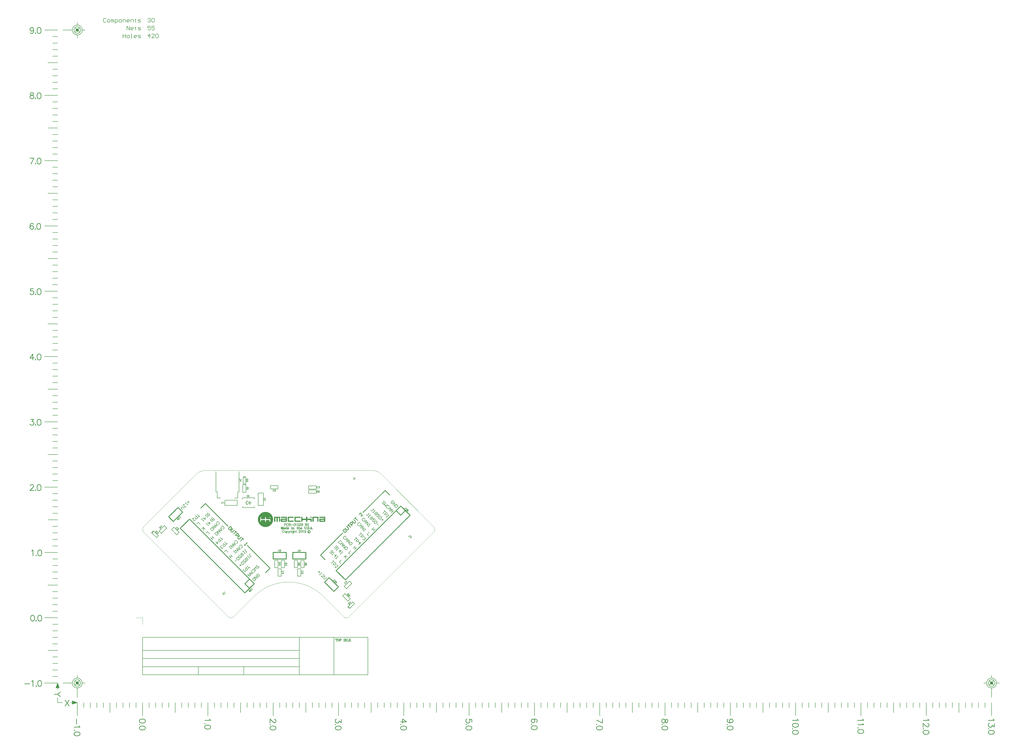
<source format=gto>
G04 This is an RS-274x file exported by *
G04 gerbv version 2.6A *
G04 More information is available about gerbv at *
G04 http://gerbv.geda-project.org/ *
G04 --End of header info--*
%MOIN*%
%FSLAX34Y34*%
%IPPOS*%
G04 --Define apertures--*
%ADD10C,0.0050*%
%ADD11C,0.0070*%
%ADD12C,0.0090*%
%ADD13C,0.0080*%
%ADD14C,0.0010*%
%ADD15C,0.0100*%
%ADD16C,0.0300*%
%ADD17C,0.0120*%
G04 --Start main section--*
G36*
G01X0021026Y0015461D02*
G01X0021037Y0015450D01*
G01X0021042Y0015437D01*
G01X0021042Y0014760D01*
G01X0021042Y0014760D01*
G01X0021042Y0014760D01*
G01X0021042Y0014753D01*
G01X0021037Y0014739D01*
G01X0021026Y0014729D01*
G01X0021012Y0014723D01*
G01X0021005Y0014723D01*
G01X0020931Y0014723D01*
G01X0020931Y0014723D01*
G01X0020923Y0014723D01*
G01X0020910Y0014729D01*
G01X0020899Y0014739D01*
G01X0020893Y0014753D01*
G01X0020893Y0015280D01*
G01X0020893Y0015280D01*
G01X0020893Y0015281D01*
G01X0020893Y0015287D01*
G01X0020887Y0015301D01*
G01X0020877Y0015311D01*
G01X0020863Y0015317D01*
G01X0020856Y0015318D01*
G01X0020708Y0015318D01*
G01X0020701Y0015317D01*
G01X0020687Y0015311D01*
G01X0020677Y0015301D01*
G01X0020671Y0015287D01*
G01X0020670Y0015280D01*
G01X0020670Y0014760D01*
G01X0020670Y0014760D01*
G01X0020670Y0014760D01*
G01X0020670Y0014753D01*
G01X0020665Y0014739D01*
G01X0020654Y0014729D01*
G01X0020640Y0014723D01*
G01X0020633Y0014723D01*
G01X0020559Y0014723D01*
G01X0020559Y0014723D01*
G01X0020551Y0014723D01*
G01X0020538Y0014729D01*
G01X0020527Y0014739D01*
G01X0020521Y0014753D01*
G01X0020521Y0015280D01*
G01X0020521Y0015280D01*
G01X0020521Y0015281D01*
G01X0020521Y0015287D01*
G01X0020515Y0015301D01*
G01X0020505Y0015311D01*
G01X0020491Y0015317D01*
G01X0020484Y0015318D01*
G01X0020336Y0015318D01*
G01X0020329Y0015317D01*
G01X0020315Y0015311D01*
G01X0020305Y0015301D01*
G01X0020299Y0015287D01*
G01X0020298Y0015280D01*
G01X0020298Y0014760D01*
G01X0020298Y0014760D01*
G01X0020298Y0014760D01*
G01X0020298Y0014753D01*
G01X0020293Y0014739D01*
G01X0020282Y0014729D01*
G01X0020268Y0014723D01*
G01X0020261Y0014723D01*
G01X0020187Y0014723D01*
G01X0020187Y0014723D01*
G01X0020180Y0014723D01*
G01X0020166Y0014729D01*
G01X0020155Y0014739D01*
G01X0020149Y0014753D01*
G01X0020149Y0014760D01*
G01X0020149Y0015429D01*
G01X0020149Y0015429D01*
G01X0020149Y0015437D01*
G01X0020155Y0015450D01*
G01X0020166Y0015461D01*
G01X0020180Y0015467D01*
G01X0021012Y0015467D01*
G01X0021026Y0015461D01*
G37*
G36*
G01X0021026Y0015461D02*
G37*
G36*
G01X0023102Y0015461D02*
G01X0023113Y0015450D01*
G01X0023119Y0015437D01*
G01X0023119Y0015355D01*
G01X0023119Y0015355D01*
G01X0023119Y0015355D01*
G01X0023119Y0015348D01*
G01X0023113Y0015334D01*
G01X0023102Y0015323D01*
G01X0023088Y0015318D01*
G01X0022412Y0015318D01*
G01X0022405Y0015317D01*
G01X0022391Y0015311D01*
G01X0022381Y0015301D01*
G01X0022375Y0015287D01*
G01X0022375Y0015280D01*
G01X0022375Y0014909D01*
G01X0022375Y0014909D01*
G01X0022375Y0014909D01*
G01X0022375Y0014902D01*
G01X0022381Y0014889D01*
G01X0022391Y0014878D01*
G01X0022405Y0014873D01*
G01X0022412Y0014872D01*
G01X0023088Y0014872D01*
G01X0023102Y0014866D01*
G01X0023113Y0014856D01*
G01X0023119Y0014842D01*
G01X0023119Y0014760D01*
G01X0023119Y0014760D01*
G01X0023119Y0014760D01*
G01X0023119Y0014753D01*
G01X0023113Y0014739D01*
G01X0023102Y0014729D01*
G01X0023088Y0014723D01*
G01X0023081Y0014723D01*
G01X0022263Y0014723D01*
G01X0022263Y0014723D01*
G01X0022256Y0014723D01*
G01X0022242Y0014729D01*
G01X0022231Y0014739D01*
G01X0022226Y0014753D01*
G01X0022226Y0015429D01*
G01X0022226Y0015429D01*
G01X0022226Y0015429D01*
G01X0022226Y0015437D01*
G01X0022231Y0015450D01*
G01X0022242Y0015461D01*
G01X0022256Y0015467D01*
G01X0023088Y0015467D01*
G01X0023102Y0015461D01*
G37*
G36*
G01X0023102Y0015461D02*
G37*
G36*
G01X0024140Y0015461D02*
G01X0024151Y0015450D01*
G01X0024157Y0015437D01*
G01X0024157Y0015355D01*
G01X0024157Y0015355D01*
G01X0024157Y0015355D01*
G01X0024157Y0015348D01*
G01X0024151Y0015334D01*
G01X0024140Y0015323D01*
G01X0024127Y0015318D01*
G01X0023450Y0015318D01*
G01X0023443Y0015317D01*
G01X0023429Y0015311D01*
G01X0023419Y0015301D01*
G01X0023414Y0015287D01*
G01X0023413Y0015280D01*
G01X0023413Y0014909D01*
G01X0023413Y0014909D01*
G01X0023413Y0014909D01*
G01X0023413Y0014909D01*
G01X0023413Y0014909D01*
G01X0023413Y0014909D01*
G01X0023413Y0014908D01*
G01X0023414Y0014902D01*
G01X0023419Y0014889D01*
G01X0023429Y0014878D01*
G01X0023443Y0014873D01*
G01X0023450Y0014872D01*
G01X0024127Y0014872D01*
G01X0024140Y0014866D01*
G01X0024151Y0014856D01*
G01X0024157Y0014842D01*
G01X0024157Y0014760D01*
G01X0024157Y0014760D01*
G01X0024157Y0014760D01*
G01X0024157Y0014753D01*
G01X0024151Y0014739D01*
G01X0024140Y0014729D01*
G01X0024127Y0014723D01*
G01X0024119Y0014723D01*
G01X0023301Y0014723D01*
G01X0023301Y0014723D01*
G01X0023294Y0014723D01*
G01X0023280Y0014729D01*
G01X0023269Y0014739D01*
G01X0023264Y0014753D01*
G01X0023264Y0015429D01*
G01X0023264Y0015429D01*
G01X0023264Y0015437D01*
G01X0023269Y0015450D01*
G01X0023280Y0015461D01*
G01X0023294Y0015467D01*
G01X0024127Y0015467D01*
G01X0024140Y0015461D01*
G37*
G36*
G01X0024140Y0015461D02*
G37*
G36*
G01X0018950Y0016197D02*
G01X0019039Y0016183D01*
G01X0019127Y0016162D01*
G01X0019212Y0016134D01*
G01X0019295Y0016099D01*
G01X0019376Y0016059D01*
G01X0019452Y0016012D01*
G01X0019525Y0015959D01*
G01X0019593Y0015900D01*
G01X0019657Y0015837D01*
G01X0019716Y0015768D01*
G01X0019768Y0015695D01*
G01X0019815Y0015619D01*
G01X0019856Y0015539D01*
G01X0019891Y0015455D01*
G01X0019919Y0015370D01*
G01X0019940Y0015282D01*
G01X0019954Y0015193D01*
G01X0019961Y0015104D01*
G01X0019961Y0015014D01*
G01X0019954Y0014924D01*
G01X0019940Y0014835D01*
G01X0019919Y0014748D01*
G01X0019891Y0014662D01*
G01X0019856Y0014579D01*
G01X0019815Y0014499D01*
G01X0019768Y0014422D01*
G01X0019716Y0014349D01*
G01X0019657Y0014281D01*
G01X0019593Y0014217D01*
G01X0019525Y0014159D01*
G01X0019452Y0014106D01*
G01X0019376Y0014059D01*
G01X0019295Y0014018D01*
G01X0019212Y0013984D01*
G01X0019127Y0013956D01*
G01X0019039Y0013935D01*
G01X0018950Y0013921D01*
G01X0018861Y0013914D01*
G01X0018771Y0013914D01*
G01X0018681Y0013921D01*
G01X0018592Y0013935D01*
G01X0018505Y0013956D01*
G01X0018419Y0013984D01*
G01X0018336Y0014018D01*
G01X0018256Y0014059D01*
G01X0018179Y0014106D01*
G01X0018106Y0014159D01*
G01X0018038Y0014217D01*
G01X0017974Y0014281D01*
G01X0017916Y0014349D01*
G01X0017863Y0014422D01*
G01X0017816Y0014499D01*
G01X0017775Y0014579D01*
G01X0017741Y0014662D01*
G01X0017713Y0014748D01*
G01X0017692Y0014835D01*
G01X0017678Y0014924D01*
G01X0017671Y0015014D01*
G01X0017671Y0015104D01*
G01X0017678Y0015193D01*
G01X0017692Y0015282D01*
G01X0017713Y0015370D01*
G01X0017741Y0015455D01*
G01X0017775Y0015539D01*
G01X0017816Y0015619D01*
G01X0017863Y0015695D01*
G01X0017916Y0015768D01*
G01X0017974Y0015837D01*
G01X0018038Y0015900D01*
G01X0018106Y0015959D01*
G01X0018179Y0016012D01*
G01X0018256Y0016059D01*
G01X0018336Y0016099D01*
G01X0018419Y0016134D01*
G01X0018505Y0016162D01*
G01X0018592Y0016183D01*
G01X0018681Y0016197D01*
G01X0018771Y0016204D01*
G01X0018861Y0016204D01*
G01X0018950Y0016197D01*
G37*
G36*
G01X0018950Y0016197D02*
G37*
G36*
G01X0022064Y0015461D02*
G01X0022075Y0015450D01*
G01X0022080Y0015437D01*
G01X0022080Y0015429D01*
G01X0022080Y0014760D01*
G01X0022080Y0014753D01*
G01X0022075Y0014739D01*
G01X0022064Y0014729D01*
G01X0022050Y0014723D01*
G01X0021218Y0014723D01*
G01X0021204Y0014729D01*
G01X0021193Y0014739D01*
G01X0021188Y0014753D01*
G01X0021188Y0014760D01*
G01X0021188Y0015131D01*
G01X0021188Y0015139D01*
G01X0021193Y0015152D01*
G01X0021204Y0015163D01*
G01X0021218Y0015169D01*
G01X0021893Y0015169D01*
G01X0021900Y0015169D01*
G01X0021914Y0015175D01*
G01X0021924Y0015185D01*
G01X0021930Y0015199D01*
G01X0021931Y0015206D01*
G01X0021931Y0015280D01*
G01X0021930Y0015287D01*
G01X0021924Y0015301D01*
G01X0021914Y0015311D01*
G01X0021900Y0015317D01*
G01X0021893Y0015318D01*
G01X0021225Y0015318D01*
G01X0021225Y0015318D01*
G01X0021218Y0015318D01*
G01X0021204Y0015323D01*
G01X0021193Y0015334D01*
G01X0021188Y0015348D01*
G01X0021188Y0015355D01*
G01X0021188Y0015429D01*
G01X0021188Y0015437D01*
G01X0021193Y0015450D01*
G01X0021204Y0015461D01*
G01X0021218Y0015467D01*
G01X0022050Y0015467D01*
G01X0022064Y0015461D01*
G37*
G36*
G01X0022064Y0015461D02*
G37*
G36*
G01X0027927Y0015461D02*
G01X0027938Y0015450D01*
G01X0027943Y0015437D01*
G01X0027943Y0015429D01*
G01X0027943Y0014760D01*
G01X0027943Y0014753D01*
G01X0027938Y0014739D01*
G01X0027927Y0014729D01*
G01X0027913Y0014723D01*
G01X0027085Y0014723D01*
G01X0027071Y0014729D01*
G01X0027061Y0014739D01*
G01X0027055Y0014753D01*
G01X0027055Y0014760D01*
G01X0027055Y0015131D01*
G01X0027055Y0015139D01*
G01X0027061Y0015152D01*
G01X0027071Y0015163D01*
G01X0027085Y0015169D01*
G01X0027756Y0015169D01*
G01X0027763Y0015169D01*
G01X0027777Y0015175D01*
G01X0027787Y0015185D01*
G01X0027793Y0015199D01*
G01X0027794Y0015206D01*
G01X0027794Y0015280D01*
G01X0027793Y0015287D01*
G01X0027787Y0015301D01*
G01X0027777Y0015311D01*
G01X0027763Y0015317D01*
G01X0027756Y0015318D01*
G01X0027093Y0015318D01*
G01X0027093Y0015318D01*
G01X0027085Y0015318D01*
G01X0027071Y0015323D01*
G01X0027061Y0015334D01*
G01X0027055Y0015348D01*
G01X0027055Y0015355D01*
G01X0027055Y0015429D01*
G01X0027055Y0015437D01*
G01X0027061Y0015450D01*
G01X0027071Y0015461D01*
G01X0027085Y0015467D01*
G01X0027913Y0015467D01*
G01X0027927Y0015461D01*
G37*
G36*
G01X0027927Y0015461D02*
G37*
G36*
G01X0026893Y0015461D02*
G01X0026904Y0015450D01*
G01X0026910Y0015437D01*
G01X0026910Y0014760D01*
G01X0026910Y0014760D01*
G01X0026910Y0014760D01*
G01X0026910Y0014753D01*
G01X0026904Y0014739D01*
G01X0026893Y0014729D01*
G01X0026880Y0014723D01*
G01X0026872Y0014723D01*
G01X0026798Y0014723D01*
G01X0026798Y0014723D01*
G01X0026791Y0014723D01*
G01X0026777Y0014729D01*
G01X0026766Y0014739D01*
G01X0026761Y0014753D01*
G01X0026761Y0015280D01*
G01X0026761Y0015280D01*
G01X0026761Y0015281D01*
G01X0026760Y0015287D01*
G01X0026754Y0015301D01*
G01X0026744Y0015311D01*
G01X0026731Y0015317D01*
G01X0026723Y0015318D01*
G01X0026204Y0015318D01*
G01X0026196Y0015317D01*
G01X0026183Y0015311D01*
G01X0026172Y0015301D01*
G01X0026167Y0015287D01*
G01X0026166Y0015280D01*
G01X0026166Y0014760D01*
G01X0026166Y0014760D01*
G01X0026166Y0014753D01*
G01X0026160Y0014739D01*
G01X0026150Y0014729D01*
G01X0026136Y0014723D01*
G01X0026128Y0014723D01*
G01X0026054Y0014723D01*
G01X0026054Y0014723D01*
G01X0026047Y0014723D01*
G01X0026033Y0014729D01*
G01X0026023Y0014739D01*
G01X0026017Y0014753D01*
G01X0026017Y0015429D01*
G01X0026017Y0015429D01*
G01X0026017Y0015429D01*
G01X0026017Y0015437D01*
G01X0026023Y0015450D01*
G01X0026033Y0015461D01*
G01X0026047Y0015467D01*
G01X0026880Y0015467D01*
G01X0026893Y0015461D01*
G37*
G36*
G01X0026893Y0015461D02*
G37*
G36*
G01X0025178Y0015461D02*
G01X0025189Y0015450D01*
G01X0025195Y0015437D01*
G01X0025195Y0015187D01*
G01X0025195Y0015187D01*
G01X0025195Y0015187D01*
G01X0025195Y0015180D01*
G01X0025201Y0015166D01*
G01X0025211Y0015156D01*
G01X0025225Y0015151D01*
G01X0025232Y0015150D01*
G01X0025832Y0015150D01*
G01X0025846Y0015144D01*
G01X0025856Y0015133D01*
G01X0025862Y0015120D01*
G01X0025862Y0014761D01*
G01X0025862Y0014761D01*
G01X0025862Y0014761D01*
G01X0025862Y0014754D01*
G01X0025856Y0014740D01*
G01X0025846Y0014729D01*
G01X0025832Y0014724D01*
G01X0025743Y0014724D01*
G01X0025729Y0014729D01*
G01X0025719Y0014740D01*
G01X0025713Y0014754D01*
G01X0025713Y0014963D01*
G01X0025713Y0014963D01*
G01X0025713Y0014964D01*
G01X0025712Y0014971D01*
G01X0025707Y0014984D01*
G01X0025696Y0014994D01*
G01X0025683Y0015000D01*
G01X0025675Y0015001D01*
G01X0025232Y0015001D01*
G01X0025225Y0015000D01*
G01X0025211Y0014994D01*
G01X0025201Y0014984D01*
G01X0025195Y0014971D01*
G01X0025195Y0014963D01*
G01X0025195Y0014760D01*
G01X0025195Y0014760D01*
G01X0025195Y0014760D01*
G01X0025195Y0014753D01*
G01X0025189Y0014739D01*
G01X0025178Y0014729D01*
G01X0025165Y0014723D01*
G01X0025157Y0014723D01*
G01X0025082Y0014723D01*
G01X0025082Y0014723D01*
G01X0025075Y0014723D01*
G01X0025061Y0014729D01*
G01X0025051Y0014739D01*
G01X0025045Y0014753D01*
G01X0025045Y0014963D01*
G01X0025045Y0014963D01*
G01X0025045Y0014964D01*
G01X0025044Y0014970D01*
G01X0025039Y0014984D01*
G01X0025028Y0014994D01*
G01X0025015Y0015000D01*
G01X0025007Y0015000D01*
G01X0024489Y0015000D01*
G01X0024489Y0015000D01*
G01X0024489Y0015000D01*
G01X0024488Y0015000D01*
G01X0024482Y0015000D01*
G01X0024468Y0014994D01*
G01X0024458Y0014984D01*
G01X0024452Y0014970D01*
G01X0024452Y0014963D01*
G01X0024452Y0014760D01*
G01X0024452Y0014760D01*
G01X0024452Y0014760D01*
G01X0024452Y0014753D01*
G01X0024446Y0014739D01*
G01X0024435Y0014729D01*
G01X0024422Y0014723D01*
G01X0024414Y0014723D01*
G01X0024339Y0014723D01*
G01X0024339Y0014723D01*
G01X0024332Y0014723D01*
G01X0024318Y0014729D01*
G01X0024308Y0014739D01*
G01X0024302Y0014753D01*
G01X0024302Y0015429D01*
G01X0024302Y0015429D01*
G01X0024302Y0015429D01*
G01X0024302Y0015437D01*
G01X0024308Y0015450D01*
G01X0024318Y0015461D01*
G01X0024332Y0015467D01*
G01X0024422Y0015467D01*
G01X0024435Y0015461D01*
G01X0024446Y0015450D01*
G01X0024452Y0015437D01*
G01X0024452Y0015188D01*
G01X0024452Y0015188D01*
G01X0024452Y0015188D01*
G01X0024452Y0015180D01*
G01X0024458Y0015167D01*
G01X0024468Y0015156D01*
G01X0024482Y0015151D01*
G01X0024489Y0015150D01*
G01X0025007Y0015150D01*
G01X0025015Y0015151D01*
G01X0025028Y0015156D01*
G01X0025039Y0015167D01*
G01X0025044Y0015180D01*
G01X0025045Y0015188D01*
G01X0025045Y0015429D01*
G01X0025045Y0015429D01*
G01X0025045Y0015429D01*
G01X0025045Y0015437D01*
G01X0025051Y0015450D01*
G01X0025061Y0015461D01*
G01X0025075Y0015467D01*
G01X0025165Y0015467D01*
G01X0025178Y0015461D01*
G37*
G36*
G01X0025178Y0015461D02*
G37*
G36*
G01X0025846Y0015461D02*
G01X0025856Y0015450D01*
G01X0025862Y0015437D01*
G01X0025862Y0015429D01*
G01X0025862Y0015353D01*
G01X0025862Y0015353D01*
G01X0025862Y0015346D01*
G01X0025856Y0015332D01*
G01X0025846Y0015321D01*
G01X0025832Y0015315D01*
G01X0025743Y0015315D01*
G01X0025729Y0015321D01*
G01X0025719Y0015332D01*
G01X0025713Y0015346D01*
G01X0025713Y0015429D01*
G01X0025713Y0015429D01*
G01X0025713Y0015430D01*
G01X0025713Y0015437D01*
G01X0025719Y0015450D01*
G01X0025729Y0015461D01*
G01X0025743Y0015467D01*
G01X0025832Y0015467D01*
G01X0025846Y0015461D01*
G37*
G36*
G01X0025846Y0015461D02*
G37*
%LPC*%
G36*
G01X0019528Y0015431D02*
G01X0019439Y0015431D01*
G01X0019425Y0015425D01*
G01X0019415Y0015414D01*
G01X0019409Y0015401D01*
G01X0019409Y0015393D01*
G01X0019409Y0015317D01*
G01X0019409Y0015317D01*
G01X0019409Y0015309D01*
G01X0019415Y0015296D01*
G01X0019425Y0015285D01*
G01X0019439Y0015279D01*
G01X0019528Y0015279D01*
G01X0019542Y0015285D01*
G01X0019552Y0015296D01*
G01X0019558Y0015309D01*
G01X0019558Y0015401D01*
G01X0019552Y0015414D01*
G01X0019542Y0015425D01*
G01X0019528Y0015431D01*
G37*
G36*
G01X0019528Y0015431D02*
G37*
G36*
G01X0018860Y0015431D02*
G01X0018771Y0015431D01*
G01X0018757Y0015425D01*
G01X0018746Y0015414D01*
G01X0018741Y0015401D01*
G01X0018741Y0015152D01*
G01X0018740Y0015144D01*
G01X0018734Y0015131D01*
G01X0018724Y0015120D01*
G01X0018710Y0015115D01*
G01X0018703Y0015114D01*
G01X0018185Y0015114D01*
G01X0018178Y0015115D01*
G01X0018164Y0015120D01*
G01X0018154Y0015131D01*
G01X0018148Y0015144D01*
G01X0018148Y0015152D01*
G01X0018148Y0015401D01*
G01X0018142Y0015414D01*
G01X0018131Y0015425D01*
G01X0018117Y0015431D01*
G01X0018028Y0015431D01*
G01X0018014Y0015425D01*
G01X0018003Y0015414D01*
G01X0017998Y0015401D01*
G01X0017998Y0014717D01*
G01X0018003Y0014703D01*
G01X0018014Y0014693D01*
G01X0018028Y0014687D01*
G01X0018035Y0014687D01*
G01X0018035Y0014687D01*
G01X0018110Y0014687D01*
G01X0018117Y0014687D01*
G01X0018131Y0014693D01*
G01X0018142Y0014703D01*
G01X0018148Y0014717D01*
G01X0018148Y0014927D01*
G01X0018148Y0014934D01*
G01X0018154Y0014948D01*
G01X0018164Y0014958D01*
G01X0018178Y0014964D01*
G01X0018185Y0014964D01*
G01X0018185Y0014964D01*
G01X0018185Y0014964D01*
G01X0018703Y0014964D01*
G01X0018710Y0014964D01*
G01X0018724Y0014958D01*
G01X0018734Y0014948D01*
G01X0018740Y0014934D01*
G01X0018741Y0014927D01*
G01X0018741Y0014717D01*
G01X0018746Y0014703D01*
G01X0018757Y0014693D01*
G01X0018771Y0014687D01*
G01X0018778Y0014687D01*
G01X0018778Y0014687D01*
G01X0018853Y0014687D01*
G01X0018860Y0014687D01*
G01X0018874Y0014693D01*
G01X0018885Y0014703D01*
G01X0018891Y0014717D01*
G01X0018891Y0014724D01*
G01X0018891Y0014724D01*
G01X0018891Y0014927D01*
G01X0018891Y0014935D01*
G01X0018897Y0014948D01*
G01X0018907Y0014958D01*
G01X0018921Y0014964D01*
G01X0018928Y0014965D01*
G01X0019371Y0014965D01*
G01X0019379Y0014964D01*
G01X0019392Y0014958D01*
G01X0019402Y0014948D01*
G01X0019408Y0014935D01*
G01X0019409Y0014927D01*
G01X0019409Y0014725D01*
G01X0019409Y0014718D01*
G01X0019415Y0014704D01*
G01X0019425Y0014693D01*
G01X0019439Y0014688D01*
G01X0019528Y0014688D01*
G01X0019542Y0014693D01*
G01X0019552Y0014704D01*
G01X0019558Y0014718D01*
G01X0019558Y0015084D01*
G01X0019552Y0015097D01*
G01X0019542Y0015108D01*
G01X0019528Y0015114D01*
G01X0018928Y0015114D01*
G01X0018921Y0015114D01*
G01X0018907Y0015120D01*
G01X0018897Y0015130D01*
G01X0018891Y0015144D01*
G01X0018891Y0015151D01*
G01X0018891Y0015393D01*
G01X0018891Y0015401D01*
G01X0018885Y0015414D01*
G01X0018874Y0015425D01*
G01X0018860Y0015431D01*
G37*
G36*
G01X0018860Y0015431D02*
G37*
G36*
G01X0021900Y0015020D02*
G01X0021367Y0015020D01*
G01X0021353Y0015014D01*
G01X0021342Y0015003D01*
G01X0021337Y0014990D01*
G01X0021337Y0014982D01*
G01X0021337Y0014910D01*
G01X0021337Y0014902D01*
G01X0021342Y0014888D01*
G01X0021353Y0014878D01*
G01X0021367Y0014872D01*
G01X0021900Y0014872D01*
G01X0021914Y0014878D01*
G01X0021925Y0014888D01*
G01X0021931Y0014902D01*
G01X0021931Y0014910D01*
G01X0021931Y0014982D01*
G01X0021931Y0014990D01*
G01X0021925Y0015003D01*
G01X0021914Y0015014D01*
G01X0021900Y0015020D01*
G37*
G36*
G01X0021900Y0015020D02*
G37*
G36*
G01X0027763Y0015020D02*
G01X0027234Y0015020D01*
G01X0027220Y0015014D01*
G01X0027210Y0015003D01*
G01X0027204Y0014990D01*
G01X0027204Y0014982D01*
G01X0027204Y0014910D01*
G01X0027204Y0014902D01*
G01X0027210Y0014888D01*
G01X0027220Y0014878D01*
G01X0027234Y0014872D01*
G01X0027763Y0014872D01*
G01X0027777Y0014878D01*
G01X0027788Y0014888D01*
G01X0027794Y0014902D01*
G01X0027794Y0014910D01*
G01X0027794Y0014982D01*
G01X0027794Y0014990D01*
G01X0027788Y0015003D01*
G01X0027777Y0015014D01*
G01X0027763Y0015020D01*
G37*
G36*
G01X0027763Y0015020D02*
G37*
%LPD*%
G54D10*
G01X0025694Y0013147D02*
G01X0025672Y0013240D01*
G01X0025672Y0013240D02*
G01X0025608Y0013312D01*
G01X0025608Y0013312D02*
G01X0025519Y0013346D01*
G01X0025519Y0013346D02*
G01X0025424Y0013334D01*
G01X0025424Y0013334D02*
G01X0025345Y0013280D01*
G01X0025345Y0013280D02*
G01X0025300Y0013195D01*
G01X0025300Y0013195D02*
G01X0025300Y0013100D01*
G01X0025300Y0013100D02*
G01X0025345Y0013015D01*
G01X0025345Y0013015D02*
G01X0025424Y0012960D01*
G01X0025424Y0012960D02*
G01X0025519Y0012949D01*
G01X0025519Y0012949D02*
G01X0025608Y0012983D01*
G01X0025608Y0012983D02*
G01X0025672Y0013055D01*
G01X0025672Y0013055D02*
G01X0025694Y0013147D01*
G01X0001736Y0013255D02*
G01X0002443Y0012548D01*
G01X0001453Y0012972D02*
G01X0001736Y0013255D01*
G01X0001453Y0012972D02*
G01X0002160Y0012265D01*
G01X0002160Y0012265D02*
G01X0002443Y0012548D01*
G01X0001382Y0013043D02*
G01X0001665Y0013326D01*
G01X0031482Y0001736D02*
G01X0032189Y0002443D01*
G01X0031482Y0001736D02*
G01X0031765Y0001453D01*
G01X0031765Y0001453D02*
G01X0032472Y0002160D01*
G01X0032189Y0002443D02*
G01X0032472Y0002160D01*
G01X0031411Y0001665D02*
G01X0031694Y0001382D01*
G01X0015800Y0020500D02*
G01X0015800Y0021500D01*
G01X0015400Y0021500D02*
G01X0015800Y0021500D01*
G01X0015400Y0020500D02*
G01X0015400Y0021500D01*
G01X0015400Y0020500D02*
G01X0015800Y0020500D01*
G01X0015400Y0021600D02*
G01X0015800Y0021600D01*
G01X0023917Y0010400D02*
G01X0023833Y0010400D01*
G01X0023833Y0010400D02*
G01X0023875Y0010400D01*
G01X0023875Y0010400D02*
G01X0023875Y0010192D01*
G01X0023875Y0010192D02*
G01X0023833Y0010150D01*
G01X0023833Y0010150D02*
G01X0023792Y0010150D01*
G01X0023792Y0010150D02*
G01X0023750Y0010192D01*
G01X0024167Y0010400D02*
G01X0024083Y0010358D01*
G01X0024083Y0010358D02*
G01X0024000Y0010275D01*
G01X0024000Y0010275D02*
G01X0024000Y0010192D01*
G01X0024000Y0010192D02*
G01X0024042Y0010150D01*
G01X0024042Y0010150D02*
G01X0024125Y0010150D01*
G01X0024125Y0010150D02*
G01X0024167Y0010192D01*
G01X0024167Y0010192D02*
G01X0024167Y0010233D01*
G01X0024167Y0010233D02*
G01X0024125Y0010275D01*
G01X0024125Y0010275D02*
G01X0024000Y0010275D01*
G01X0020917Y0010400D02*
G01X0020833Y0010400D01*
G01X0020833Y0010400D02*
G01X0020875Y0010400D01*
G01X0020875Y0010400D02*
G01X0020875Y0010192D01*
G01X0020875Y0010192D02*
G01X0020833Y0010150D01*
G01X0020833Y0010150D02*
G01X0020792Y0010150D01*
G01X0020792Y0010150D02*
G01X0020750Y0010192D01*
G01X0021167Y0010400D02*
G01X0021000Y0010400D01*
G01X0021000Y0010400D02*
G01X0021000Y0010275D01*
G01X0021000Y0010275D02*
G01X0021083Y0010317D01*
G01X0021083Y0010317D02*
G01X0021125Y0010317D01*
G01X0021125Y0010317D02*
G01X0021167Y0010275D01*
G01X0021167Y0010275D02*
G01X0021167Y0010192D01*
G01X0021167Y0010192D02*
G01X0021125Y0010150D01*
G01X0021125Y0010150D02*
G01X0021042Y0010150D01*
G01X0021042Y0010150D02*
G01X0021000Y0010192D01*
G01X0018808Y0018133D02*
G01X0018850Y0018175D01*
G01X0018850Y0018175D02*
G01X0018850Y0018258D01*
G01X0018850Y0018258D02*
G01X0018808Y0018300D01*
G01X0018808Y0018300D02*
G01X0018642Y0018300D01*
G01X0018642Y0018300D02*
G01X0018600Y0018258D01*
G01X0018600Y0018258D02*
G01X0018600Y0018175D01*
G01X0018600Y0018175D02*
G01X0018642Y0018133D01*
G01X0018600Y0018050D02*
G01X0018600Y0017967D01*
G01X0018600Y0017967D02*
G01X0018600Y0018008D01*
G01X0018600Y0018008D02*
G01X0018850Y0018008D01*
G01X0018850Y0018008D02*
G01X0018808Y0018050D01*
G01X0020155Y0019572D02*
G01X0020113Y0019613D01*
G01X0020113Y0019613D02*
G01X0020030Y0019613D01*
G01X0020030Y0019613D02*
G01X0019988Y0019572D01*
G01X0019988Y0019572D02*
G01X0019988Y0019405D01*
G01X0019988Y0019405D02*
G01X0020030Y0019364D01*
G01X0020030Y0019364D02*
G01X0020113Y0019364D01*
G01X0020113Y0019364D02*
G01X0020155Y0019405D01*
G01X0020405Y0019364D02*
G01X0020238Y0019364D01*
G01X0020238Y0019364D02*
G01X0020405Y0019530D01*
G01X0020405Y0019530D02*
G01X0020405Y0019572D01*
G01X0020405Y0019572D02*
G01X0020363Y0019613D01*
G01X0020363Y0019613D02*
G01X0020280Y0019613D01*
G01X0020280Y0019613D02*
G01X0020238Y0019572D01*
G01X0026867Y0020058D02*
G01X0026825Y0020100D01*
G01X0026825Y0020100D02*
G01X0026742Y0020100D01*
G01X0026742Y0020100D02*
G01X0026700Y0020058D01*
G01X0026700Y0020058D02*
G01X0026700Y0019892D01*
G01X0026700Y0019892D02*
G01X0026742Y0019850D01*
G01X0026742Y0019850D02*
G01X0026825Y0019850D01*
G01X0026825Y0019850D02*
G01X0026867Y0019892D01*
G01X0026950Y0020058D02*
G01X0026992Y0020100D01*
G01X0026992Y0020100D02*
G01X0027075Y0020100D01*
G01X0027075Y0020100D02*
G01X0027117Y0020058D01*
G01X0027117Y0020058D02*
G01X0027117Y0020017D01*
G01X0027117Y0020017D02*
G01X0027075Y0019975D01*
G01X0027075Y0019975D02*
G01X0027033Y0019975D01*
G01X0027033Y0019975D02*
G01X0027075Y0019975D01*
G01X0027075Y0019975D02*
G01X0027117Y0019933D01*
G01X0027117Y0019933D02*
G01X0027117Y0019892D01*
G01X0027117Y0019892D02*
G01X0027075Y0019850D01*
G01X0027075Y0019850D02*
G01X0026992Y0019850D01*
G01X0026992Y0019850D02*
G01X0026950Y0019892D01*
G01X0021558Y0006983D02*
G01X0021600Y0007025D01*
G01X0021600Y0007025D02*
G01X0021600Y0007108D01*
G01X0021600Y0007108D02*
G01X0021558Y0007150D01*
G01X0021558Y0007150D02*
G01X0021392Y0007150D01*
G01X0021392Y0007150D02*
G01X0021350Y0007108D01*
G01X0021350Y0007108D02*
G01X0021350Y0007025D01*
G01X0021350Y0007025D02*
G01X0021392Y0006983D01*
G01X0021350Y0006775D02*
G01X0021600Y0006775D01*
G01X0021600Y0006775D02*
G01X0021475Y0006900D01*
G01X0021475Y0006900D02*
G01X0021475Y0006733D01*
G01X0005365Y0013729D02*
G01X0005365Y0013788D01*
G01X0005365Y0013788D02*
G01X0005306Y0013847D01*
G01X0005306Y0013847D02*
G01X0005247Y0013847D01*
G01X0005247Y0013847D02*
G01X0005129Y0013729D01*
G01X0005129Y0013729D02*
G01X0005129Y0013671D01*
G01X0005129Y0013671D02*
G01X0005188Y0013612D01*
G01X0005188Y0013612D02*
G01X0005247Y0013612D01*
G01X0005571Y0013582D02*
G01X0005453Y0013700D01*
G01X0005453Y0013700D02*
G01X0005365Y0013612D01*
G01X0005365Y0013612D02*
G01X0005453Y0013582D01*
G01X0005453Y0013582D02*
G01X0005483Y0013553D01*
G01X0005483Y0013553D02*
G01X0005483Y0013494D01*
G01X0005483Y0013494D02*
G01X0005424Y0013435D01*
G01X0005424Y0013435D02*
G01X0005365Y0013435D01*
G01X0005365Y0013435D02*
G01X0005306Y0013494D01*
G01X0005306Y0013494D02*
G01X0005306Y0013553D01*
G01X0016000Y0018750D02*
G01X0016000Y0018500D01*
G01X0016000Y0018500D02*
G01X0016125Y0018500D01*
G01X0016125Y0018500D02*
G01X0016167Y0018542D01*
G01X0016167Y0018542D02*
G01X0016167Y0018708D01*
G01X0016167Y0018708D02*
G01X0016125Y0018750D01*
G01X0016125Y0018750D02*
G01X0016000Y0018750D01*
G01X0016250Y0018500D02*
G01X0016333Y0018500D01*
G01X0016333Y0018500D02*
G01X0016292Y0018500D01*
G01X0016292Y0018500D02*
G01X0016292Y0018750D01*
G01X0016292Y0018750D02*
G01X0016250Y0018708D01*
G01X0016150Y0021250D02*
G01X0015900Y0021250D01*
G01X0015900Y0021250D02*
G01X0015900Y0021125D01*
G01X0015900Y0021125D02*
G01X0015942Y0021083D01*
G01X0015942Y0021083D02*
G01X0016108Y0021083D01*
G01X0016108Y0021083D02*
G01X0016150Y0021125D01*
G01X0016150Y0021125D02*
G01X0016150Y0021250D01*
G01X0015900Y0020833D02*
G01X0015900Y0021000D01*
G01X0015900Y0021000D02*
G01X0016067Y0020833D01*
G01X0016067Y0020833D02*
G01X0016108Y0020833D01*
G01X0016108Y0020833D02*
G01X0016150Y0020875D01*
G01X0016150Y0020875D02*
G01X0016150Y0020958D01*
G01X0016150Y0020958D02*
G01X0016108Y0021000D01*
G01X0012317Y0017700D02*
G01X0012150Y0017700D01*
G01X0012150Y0017700D02*
G01X0012150Y0017575D01*
G01X0012150Y0017575D02*
G01X0012233Y0017575D01*
G01X0012233Y0017575D02*
G01X0012150Y0017575D01*
G01X0012150Y0017575D02*
G01X0012150Y0017450D01*
G01X0012400Y0017450D02*
G01X0012483Y0017450D01*
G01X0012483Y0017450D02*
G01X0012442Y0017450D01*
G01X0012442Y0017450D02*
G01X0012442Y0017700D01*
G01X0012442Y0017700D02*
G01X0012400Y0017658D01*
G01X0032550Y0021335D02*
G01X0032550Y0021418D01*
G01X0032550Y0021418D02*
G01X0032550Y0021377D01*
G01X0032550Y0021377D02*
G01X0032342Y0021377D01*
G01X0032342Y0021377D02*
G01X0032300Y0021418D01*
G01X0032300Y0021418D02*
G01X0032300Y0021460D01*
G01X0032300Y0021460D02*
G01X0032342Y0021502D01*
G01X0032300Y0021252D02*
G01X0032300Y0021168D01*
G01X0032300Y0021168D02*
G01X0032300Y0021210D01*
G01X0032300Y0021210D02*
G01X0032550Y0021210D01*
G01X0032550Y0021210D02*
G01X0032508Y0021252D01*
G01X0005793Y0015290D02*
G01X0005852Y0015349D01*
G01X0005852Y0015349D02*
G01X0005823Y0015319D01*
G01X0005823Y0015319D02*
G01X0005675Y0015467D01*
G01X0005675Y0015467D02*
G01X0005675Y0015525D01*
G01X0005675Y0015525D02*
G01X0005705Y0015555D01*
G01X0005705Y0015555D02*
G01X0005764Y0015555D01*
G01X0005440Y0015290D02*
G01X0005558Y0015408D01*
G01X0005558Y0015408D02*
G01X0005558Y0015172D01*
G01X0005558Y0015172D02*
G01X0005587Y0015143D01*
G01X0005587Y0015143D02*
G01X0005646Y0015143D01*
G01X0005646Y0015143D02*
G01X0005705Y0015201D01*
G01X0005705Y0015201D02*
G01X0005705Y0015260D01*
G01X0005381Y0015231D02*
G01X0005499Y0015113D01*
G01X0005499Y0015113D02*
G01X0005499Y0014995D01*
G01X0005499Y0014995D02*
G01X0005381Y0014995D01*
G01X0005381Y0014995D02*
G01X0005263Y0015113D01*
G01X0005263Y0015113D02*
G01X0005351Y0015025D01*
G01X0005351Y0015025D02*
G01X0005469Y0015143D01*
G01X0016793Y0004290D02*
G01X0016852Y0004349D01*
G01X0016852Y0004349D02*
G01X0016823Y0004319D01*
G01X0016823Y0004319D02*
G01X0016675Y0004466D01*
G01X0016675Y0004466D02*
G01X0016675Y0004525D01*
G01X0016675Y0004525D02*
G01X0016705Y0004555D01*
G01X0016705Y0004555D02*
G01X0016764Y0004555D01*
G01X0016440Y0004290D02*
G01X0016558Y0004408D01*
G01X0016558Y0004408D02*
G01X0016558Y0004172D01*
G01X0016558Y0004172D02*
G01X0016587Y0004143D01*
G01X0016587Y0004143D02*
G01X0016646Y0004143D01*
G01X0016646Y0004143D02*
G01X0016705Y0004201D01*
G01X0016705Y0004201D02*
G01X0016705Y0004260D01*
G01X0016558Y0004054D02*
G01X0016381Y0004231D01*
G01X0016381Y0004231D02*
G01X0016293Y0004143D01*
G01X0016293Y0004143D02*
G01X0016293Y0004084D01*
G01X0016293Y0004084D02*
G01X0016322Y0004054D01*
G01X0016322Y0004054D02*
G01X0016381Y0004054D01*
G01X0016381Y0004054D02*
G01X0016469Y0004143D01*
G01X0016469Y0004143D02*
G01X0016381Y0004054D01*
G01X0016381Y0004054D02*
G01X0016381Y0003995D01*
G01X0016381Y0003995D02*
G01X0016410Y0003966D01*
G01X0016410Y0003966D02*
G01X0016469Y0003966D01*
G01X0016469Y0003966D02*
G01X0016558Y0004054D01*
G01X0012593Y0003690D02*
G01X0012652Y0003749D01*
G01X0012652Y0003749D02*
G01X0012623Y0003719D01*
G01X0012623Y0003719D02*
G01X0012475Y0003866D01*
G01X0012475Y0003866D02*
G01X0012475Y0003925D01*
G01X0012475Y0003925D02*
G01X0012505Y0003955D01*
G01X0012505Y0003955D02*
G01X0012564Y0003955D01*
G01X0012240Y0003690D02*
G01X0012358Y0003808D01*
G01X0012358Y0003808D02*
G01X0012358Y0003572D01*
G01X0012358Y0003572D02*
G01X0012387Y0003543D01*
G01X0012387Y0003543D02*
G01X0012446Y0003543D01*
G01X0012446Y0003543D02*
G01X0012505Y0003601D01*
G01X0012505Y0003601D02*
G01X0012505Y0003660D01*
G01X0015100Y0021133D02*
G01X0015100Y0021217D01*
G01X0015100Y0021217D02*
G01X0015100Y0021175D01*
G01X0015100Y0021175D02*
G01X0014892Y0021175D01*
G01X0014892Y0021175D02*
G01X0014850Y0021217D01*
G01X0014850Y0021217D02*
G01X0014850Y0021258D01*
G01X0014850Y0021258D02*
G01X0014892Y0021300D01*
G01X0014850Y0020925D02*
G01X0015100Y0020925D01*
G01X0015100Y0020925D02*
G01X0014975Y0021050D01*
G01X0014975Y0021050D02*
G01X0014975Y0020883D01*
G01X0015950Y0019950D02*
G01X0016200Y0019950D01*
G01X0016200Y0019950D02*
G01X0016200Y0019825D01*
G01X0016200Y0019825D02*
G01X0016158Y0019783D01*
G01X0016158Y0019783D02*
G01X0016075Y0019783D01*
G01X0016075Y0019783D02*
G01X0016033Y0019825D01*
G01X0016033Y0019825D02*
G01X0016033Y0019950D01*
G01X0016033Y0019867D02*
G01X0015950Y0019783D01*
G01X0015950Y0019700D02*
G01X0015950Y0019617D01*
G01X0015950Y0019617D02*
G01X0015950Y0019658D01*
G01X0015950Y0019658D02*
G01X0016200Y0019658D01*
G01X0016200Y0019658D02*
G01X0016158Y0019700D01*
G01X0026700Y0019200D02*
G01X0026700Y0019450D01*
G01X0026700Y0019450D02*
G01X0026825Y0019450D01*
G01X0026825Y0019450D02*
G01X0026867Y0019408D01*
G01X0026867Y0019408D02*
G01X0026867Y0019325D01*
G01X0026867Y0019325D02*
G01X0026825Y0019283D01*
G01X0026825Y0019283D02*
G01X0026700Y0019283D01*
G01X0026783Y0019283D02*
G01X0026867Y0019200D01*
G01X0027117Y0019200D02*
G01X0026950Y0019200D01*
G01X0026950Y0019200D02*
G01X0027117Y0019367D01*
G01X0027117Y0019367D02*
G01X0027117Y0019408D01*
G01X0027117Y0019408D02*
G01X0027075Y0019450D01*
G01X0027075Y0019450D02*
G01X0026992Y0019450D01*
G01X0026992Y0019450D02*
G01X0026950Y0019408D01*
G01X0021850Y0008400D02*
G01X0022100Y0008400D01*
G01X0022100Y0008400D02*
G01X0022100Y0008275D01*
G01X0022100Y0008275D02*
G01X0022058Y0008233D01*
G01X0022058Y0008233D02*
G01X0021975Y0008233D01*
G01X0021975Y0008233D02*
G01X0021933Y0008275D01*
G01X0021933Y0008275D02*
G01X0021933Y0008400D01*
G01X0021933Y0008317D02*
G01X0021850Y0008233D01*
G01X0022058Y0008150D02*
G01X0022100Y0008108D01*
G01X0022100Y0008108D02*
G01X0022100Y0008025D01*
G01X0022100Y0008025D02*
G01X0022058Y0007983D01*
G01X0022058Y0007983D02*
G01X0022017Y0007983D01*
G01X0022017Y0007983D02*
G01X0021975Y0008025D01*
G01X0021975Y0008025D02*
G01X0021975Y0008067D01*
G01X0021975Y0008067D02*
G01X0021975Y0008025D01*
G01X0021975Y0008025D02*
G01X0021933Y0007983D01*
G01X0021933Y0007983D02*
G01X0021892Y0007983D01*
G01X0021892Y0007983D02*
G01X0021850Y0008025D01*
G01X0021850Y0008025D02*
G01X0021850Y0008108D01*
G01X0021850Y0008108D02*
G01X0021892Y0008150D01*
G01X0020850Y0008450D02*
G01X0021100Y0008450D01*
G01X0021100Y0008450D02*
G01X0021100Y0008325D01*
G01X0021100Y0008325D02*
G01X0021058Y0008283D01*
G01X0021058Y0008283D02*
G01X0020975Y0008283D01*
G01X0020975Y0008283D02*
G01X0020933Y0008325D01*
G01X0020933Y0008325D02*
G01X0020933Y0008450D01*
G01X0020933Y0008367D02*
G01X0020850Y0008283D01*
G01X0020850Y0008075D02*
G01X0021100Y0008075D01*
G01X0021100Y0008075D02*
G01X0020975Y0008200D01*
G01X0020975Y0008200D02*
G01X0020975Y0008033D01*
G01X0002162Y0013299D02*
G01X0001986Y0013122D01*
G01X0001986Y0013122D02*
G01X0002074Y0013034D01*
G01X0002074Y0013034D02*
G01X0002133Y0013034D01*
G01X0002133Y0013034D02*
G01X0002251Y0013152D01*
G01X0002251Y0013152D02*
G01X0002251Y0013211D01*
G01X0002251Y0013211D02*
G01X0002162Y0013299D01*
G01X0002310Y0013093D02*
G01X0002369Y0013093D01*
G01X0002369Y0013093D02*
G01X0002428Y0013034D01*
G01X0002428Y0013034D02*
G01X0002428Y0012975D01*
G01X0002428Y0012975D02*
G01X0002398Y0012946D01*
G01X0002398Y0012946D02*
G01X0002339Y0012946D01*
G01X0002339Y0012946D02*
G01X0002310Y0012975D01*
G01X0002310Y0012975D02*
G01X0002339Y0012946D01*
G01X0002339Y0012946D02*
G01X0002339Y0012887D01*
G01X0002339Y0012887D02*
G01X0002310Y0012857D01*
G01X0002310Y0012857D02*
G01X0002251Y0012857D01*
G01X0002251Y0012857D02*
G01X0002192Y0012916D01*
G01X0002192Y0012916D02*
G01X0002192Y0012975D01*
G01X0031472Y0002178D02*
G01X0031649Y0002001D01*
G01X0031649Y0002001D02*
G01X0031738Y0002090D01*
G01X0031738Y0002090D02*
G01X0031738Y0002149D01*
G01X0031738Y0002149D02*
G01X0031620Y0002266D01*
G01X0031620Y0002266D02*
G01X0031561Y0002266D01*
G01X0031561Y0002266D02*
G01X0031472Y0002178D01*
G01X0031914Y0002266D02*
G01X0031738Y0002443D01*
G01X0031738Y0002443D02*
G01X0031738Y0002266D01*
G01X0031738Y0002266D02*
G01X0031855Y0002384D01*
G01X0002750Y0013638D02*
G01X0002573Y0013815D01*
G01X0002573Y0013815D02*
G01X0002662Y0013903D01*
G01X0002662Y0013903D02*
G01X0002721Y0013903D01*
G01X0002721Y0013903D02*
G01X0002779Y0013844D01*
G01X0002779Y0013844D02*
G01X0002779Y0013785D01*
G01X0002779Y0013785D02*
G01X0002691Y0013697D01*
G01X0002750Y0013756D02*
G01X0002868Y0013756D01*
G01X0002750Y0013991D02*
G01X0002868Y0014109D01*
G01X0002868Y0014109D02*
G01X0002897Y0014080D01*
G01X0002897Y0014080D02*
G01X0002897Y0013844D01*
G01X0002897Y0013844D02*
G01X0002927Y0013815D01*
G01X0031315Y0003534D02*
G01X0031492Y0003711D01*
G01X0031492Y0003711D02*
G01X0031580Y0003623D01*
G01X0031580Y0003623D02*
G01X0031580Y0003564D01*
G01X0031580Y0003564D02*
G01X0031521Y0003505D01*
G01X0031521Y0003505D02*
G01X0031462Y0003505D01*
G01X0031462Y0003505D02*
G01X0031374Y0003593D01*
G01X0031433Y0003534D02*
G01X0031433Y0003417D01*
G01X0031639Y0003505D02*
G01X0031698Y0003505D01*
G01X0031698Y0003505D02*
G01X0031757Y0003446D01*
G01X0031757Y0003446D02*
G01X0031757Y0003387D01*
G01X0031757Y0003387D02*
G01X0031727Y0003358D01*
G01X0031727Y0003358D02*
G01X0031668Y0003358D01*
G01X0031668Y0003358D02*
G01X0031668Y0003299D01*
G01X0031668Y0003299D02*
G01X0031639Y0003269D01*
G01X0031639Y0003269D02*
G01X0031580Y0003269D01*
G01X0031580Y0003269D02*
G01X0031521Y0003328D01*
G01X0031521Y0003328D02*
G01X0031521Y0003387D01*
G01X0031521Y0003387D02*
G01X0031550Y0003417D01*
G01X0031550Y0003417D02*
G01X0031609Y0003417D01*
G01X0031609Y0003417D02*
G01X0031609Y0003475D01*
G01X0031609Y0003475D02*
G01X0031639Y0003505D01*
G01X0031609Y0003417D02*
G01X0031668Y0003358D01*
G01X0024558Y0006983D02*
G01X0024600Y0007025D01*
G01X0024600Y0007025D02*
G01X0024600Y0007108D01*
G01X0024600Y0007108D02*
G01X0024558Y0007150D01*
G01X0024558Y0007150D02*
G01X0024392Y0007150D01*
G01X0024392Y0007150D02*
G01X0024350Y0007108D01*
G01X0024350Y0007108D02*
G01X0024350Y0007025D01*
G01X0024350Y0007025D02*
G01X0024392Y0006983D01*
G01X0024600Y0006733D02*
G01X0024558Y0006817D01*
G01X0024558Y0006817D02*
G01X0024475Y0006900D01*
G01X0024475Y0006900D02*
G01X0024392Y0006900D01*
G01X0024392Y0006900D02*
G01X0024350Y0006858D01*
G01X0024350Y0006858D02*
G01X0024350Y0006775D01*
G01X0024350Y0006775D02*
G01X0024392Y0006733D01*
G01X0024392Y0006733D02*
G01X0024433Y0006733D01*
G01X0024433Y0006733D02*
G01X0024475Y0006775D01*
G01X0024475Y0006775D02*
G01X0024475Y0006900D01*
G01X0031063Y0005415D02*
G01X0031004Y0005415D01*
G01X0031004Y0005415D02*
G01X0030945Y0005356D01*
G01X0030945Y0005356D02*
G01X0030945Y0005297D01*
G01X0030945Y0005297D02*
G01X0031063Y0005179D01*
G01X0031063Y0005179D02*
G01X0031122Y0005179D01*
G01X0031122Y0005179D02*
G01X0031181Y0005238D01*
G01X0031181Y0005238D02*
G01X0031181Y0005297D01*
G01X0031092Y0005503D02*
G01X0031210Y0005621D01*
G01X0031210Y0005621D02*
G01X0031239Y0005592D01*
G01X0031239Y0005592D02*
G01X0031239Y0005356D01*
G01X0031239Y0005356D02*
G01X0031269Y0005327D01*
G01X0029447Y0005793D02*
G01X0029388Y0005852D01*
G01X0029388Y0005852D02*
G01X0029418Y0005823D01*
G01X0029418Y0005823D02*
G01X0029271Y0005675D01*
G01X0029271Y0005675D02*
G01X0029212Y0005675D01*
G01X0029212Y0005675D02*
G01X0029182Y0005705D01*
G01X0029182Y0005705D02*
G01X0029182Y0005764D01*
G01X0029477Y0005705D02*
G01X0029536Y0005705D01*
G01X0029536Y0005705D02*
G01X0029595Y0005646D01*
G01X0029595Y0005646D02*
G01X0029595Y0005587D01*
G01X0029595Y0005587D02*
G01X0029565Y0005558D01*
G01X0029565Y0005558D02*
G01X0029506Y0005558D01*
G01X0029506Y0005558D02*
G01X0029477Y0005587D01*
G01X0029477Y0005587D02*
G01X0029506Y0005558D01*
G01X0029506Y0005558D02*
G01X0029506Y0005499D01*
G01X0029506Y0005499D02*
G01X0029477Y0005469D01*
G01X0029477Y0005469D02*
G01X0029418Y0005469D01*
G01X0029418Y0005469D02*
G01X0029359Y0005528D01*
G01X0029359Y0005528D02*
G01X0029359Y0005587D01*
G01X0029506Y0005381D02*
G01X0029624Y0005499D01*
G01X0029624Y0005499D02*
G01X0029742Y0005499D01*
G01X0029742Y0005499D02*
G01X0029742Y0005381D01*
G01X0029742Y0005381D02*
G01X0029624Y0005263D01*
G01X0029624Y0005263D02*
G01X0029712Y0005351D01*
G01X0029712Y0005351D02*
G01X0029595Y0005469D01*
G01X0040397Y0016793D02*
G01X0040338Y0016852D01*
G01X0040338Y0016852D02*
G01X0040368Y0016823D01*
G01X0040368Y0016823D02*
G01X0040221Y0016675D01*
G01X0040221Y0016675D02*
G01X0040162Y0016675D01*
G01X0040162Y0016675D02*
G01X0040132Y0016705D01*
G01X0040132Y0016705D02*
G01X0040132Y0016764D01*
G01X0040427Y0016705D02*
G01X0040486Y0016705D01*
G01X0040486Y0016705D02*
G01X0040545Y0016646D01*
G01X0040545Y0016646D02*
G01X0040545Y0016587D01*
G01X0040545Y0016587D02*
G01X0040515Y0016558D01*
G01X0040515Y0016558D02*
G01X0040456Y0016558D01*
G01X0040456Y0016558D02*
G01X0040427Y0016587D01*
G01X0040427Y0016587D02*
G01X0040456Y0016558D01*
G01X0040456Y0016558D02*
G01X0040456Y0016499D01*
G01X0040456Y0016499D02*
G01X0040427Y0016469D01*
G01X0040427Y0016469D02*
G01X0040368Y0016469D01*
G01X0040368Y0016469D02*
G01X0040309Y0016528D01*
G01X0040309Y0016528D02*
G01X0040309Y0016587D01*
G01X0040633Y0016558D02*
G01X0040456Y0016381D01*
G01X0040456Y0016381D02*
G01X0040545Y0016293D01*
G01X0040545Y0016293D02*
G01X0040603Y0016293D01*
G01X0040603Y0016293D02*
G01X0040633Y0016322D01*
G01X0040633Y0016322D02*
G01X0040633Y0016381D01*
G01X0040633Y0016381D02*
G01X0040545Y0016469D01*
G01X0040545Y0016469D02*
G01X0040633Y0016381D01*
G01X0040633Y0016381D02*
G01X0040692Y0016381D01*
G01X0040692Y0016381D02*
G01X0040721Y0016410D01*
G01X0040721Y0016410D02*
G01X0040721Y0016469D01*
G01X0040721Y0016469D02*
G01X0040633Y0016558D01*
G01X0041010Y0012543D02*
G01X0040951Y0012602D01*
G01X0040951Y0012602D02*
G01X0040981Y0012573D01*
G01X0040981Y0012573D02*
G01X0040834Y0012425D01*
G01X0040834Y0012425D02*
G01X0040775Y0012425D01*
G01X0040775Y0012425D02*
G01X0040745Y0012455D01*
G01X0040745Y0012455D02*
G01X0040745Y0012514D01*
G01X0041040Y0012455D02*
G01X0041099Y0012455D01*
G01X0041099Y0012455D02*
G01X0041157Y0012396D01*
G01X0041157Y0012396D02*
G01X0041157Y0012337D01*
G01X0041157Y0012337D02*
G01X0041128Y0012308D01*
G01X0041128Y0012308D02*
G01X0041069Y0012308D01*
G01X0041069Y0012308D02*
G01X0041040Y0012337D01*
G01X0041040Y0012337D02*
G01X0041069Y0012308D01*
G01X0041069Y0012308D02*
G01X0041069Y0012249D01*
G01X0041069Y0012249D02*
G01X0041040Y0012219D01*
G01X0041040Y0012219D02*
G01X0040981Y0012219D01*
G01X0040981Y0012219D02*
G01X0040922Y0012278D01*
G01X0040922Y0012278D02*
G01X0040922Y0012337D01*
G01X0024850Y0008400D02*
G01X0025100Y0008400D01*
G01X0025100Y0008400D02*
G01X0025100Y0008275D01*
G01X0025100Y0008275D02*
G01X0025058Y0008233D01*
G01X0025058Y0008233D02*
G01X0024975Y0008233D01*
G01X0024975Y0008233D02*
G01X0024933Y0008275D01*
G01X0024933Y0008275D02*
G01X0024933Y0008400D01*
G01X0024933Y0008317D02*
G01X0024850Y0008233D01*
G01X0025100Y0007983D02*
G01X0025100Y0008150D01*
G01X0025100Y0008150D02*
G01X0024975Y0008150D01*
G01X0024975Y0008150D02*
G01X0025017Y0008067D01*
G01X0025017Y0008067D02*
G01X0025017Y0008025D01*
G01X0025017Y0008025D02*
G01X0024975Y0007983D01*
G01X0024975Y0007983D02*
G01X0024892Y0007983D01*
G01X0024892Y0007983D02*
G01X0024850Y0008025D01*
G01X0024850Y0008025D02*
G01X0024850Y0008108D01*
G01X0024850Y0008108D02*
G01X0024892Y0008150D01*
G01X0023850Y0008400D02*
G01X0024100Y0008400D01*
G01X0024100Y0008400D02*
G01X0024100Y0008275D01*
G01X0024100Y0008275D02*
G01X0024058Y0008233D01*
G01X0024058Y0008233D02*
G01X0023975Y0008233D01*
G01X0023975Y0008233D02*
G01X0023933Y0008275D01*
G01X0023933Y0008275D02*
G01X0023933Y0008400D01*
G01X0023933Y0008317D02*
G01X0023850Y0008233D01*
G01X0024100Y0007983D02*
G01X0024058Y0008067D01*
G01X0024058Y0008067D02*
G01X0023975Y0008150D01*
G01X0023975Y0008150D02*
G01X0023892Y0008150D01*
G01X0023892Y0008150D02*
G01X0023850Y0008108D01*
G01X0023850Y0008108D02*
G01X0023850Y0008025D01*
G01X0023850Y0008025D02*
G01X0023892Y0007983D01*
G01X0023892Y0007983D02*
G01X0023933Y0007983D01*
G01X0023933Y0007983D02*
G01X0023975Y0008025D01*
G01X0023975Y0008025D02*
G01X0023975Y0008150D01*
G01X0029667Y-003250D02*
G01X0029667Y-003600D01*
G01X0029683Y-003250D02*
G01X0029683Y-003600D01*
G01X0029567Y-003250D02*
G01X0029550Y-003350D01*
G01X0029550Y-003350D02*
G01X0029550Y-003250D01*
G01X0029550Y-003250D02*
G01X0029800Y-003250D01*
G01X0029800Y-003250D02*
G01X0029800Y-003350D01*
G01X0029800Y-003350D02*
G01X0029783Y-003250D01*
G01X0029617Y-003600D02*
G01X0029733Y-003600D01*
G01X0029967Y-003250D02*
G01X0029917Y-003267D01*
G01X0029917Y-003267D02*
G01X0029883Y-003300D01*
G01X0029883Y-003300D02*
G01X0029867Y-003333D01*
G01X0029867Y-003333D02*
G01X0029850Y-003400D01*
G01X0029850Y-003400D02*
G01X0029850Y-003450D01*
G01X0029850Y-003450D02*
G01X0029867Y-003517D01*
G01X0029867Y-003517D02*
G01X0029883Y-003550D01*
G01X0029883Y-003550D02*
G01X0029917Y-003583D01*
G01X0029917Y-003583D02*
G01X0029967Y-003600D01*
G01X0029967Y-003600D02*
G01X0030000Y-003600D01*
G01X0030000Y-003600D02*
G01X0030050Y-003583D01*
G01X0030050Y-003583D02*
G01X0030083Y-003550D01*
G01X0030083Y-003550D02*
G01X0030100Y-003517D01*
G01X0030100Y-003517D02*
G01X0030117Y-003450D01*
G01X0030117Y-003450D02*
G01X0030117Y-003400D01*
G01X0030117Y-003400D02*
G01X0030100Y-003333D01*
G01X0030100Y-003333D02*
G01X0030083Y-003300D01*
G01X0030083Y-003300D02*
G01X0030050Y-003267D01*
G01X0030050Y-003267D02*
G01X0030000Y-003250D01*
G01X0030000Y-003250D02*
G01X0029967Y-003250D01*
G01X0029967Y-003250D02*
G01X0029933Y-003267D01*
G01X0029933Y-003267D02*
G01X0029900Y-003300D01*
G01X0029900Y-003300D02*
G01X0029883Y-003333D01*
G01X0029883Y-003333D02*
G01X0029867Y-003400D01*
G01X0029867Y-003400D02*
G01X0029867Y-003450D01*
G01X0029867Y-003450D02*
G01X0029883Y-003517D01*
G01X0029883Y-003517D02*
G01X0029900Y-003550D01*
G01X0029900Y-003550D02*
G01X0029933Y-003583D01*
G01X0029933Y-003583D02*
G01X0029967Y-003600D01*
G01X0030000Y-003600D02*
G01X0030033Y-003583D01*
G01X0030033Y-003583D02*
G01X0030067Y-003550D01*
G01X0030067Y-003550D02*
G01X0030083Y-003517D01*
G01X0030083Y-003517D02*
G01X0030100Y-003450D01*
G01X0030100Y-003450D02*
G01X0030100Y-003400D01*
G01X0030100Y-003400D02*
G01X0030083Y-003333D01*
G01X0030083Y-003333D02*
G01X0030067Y-003300D01*
G01X0030067Y-003300D02*
G01X0030033Y-003267D01*
G01X0030033Y-003267D02*
G01X0030000Y-003250D01*
G01X0030215Y-003250D02*
G01X0030215Y-003600D01*
G01X0030232Y-003250D02*
G01X0030232Y-003600D01*
G01X0030165Y-003250D02*
G01X0030365Y-003250D01*
G01X0030365Y-003250D02*
G01X0030415Y-003267D01*
G01X0030415Y-003267D02*
G01X0030431Y-003283D01*
G01X0030431Y-003283D02*
G01X0030448Y-003317D01*
G01X0030448Y-003317D02*
G01X0030448Y-003367D01*
G01X0030448Y-003367D02*
G01X0030431Y-003400D01*
G01X0030431Y-003400D02*
G01X0030415Y-003417D01*
G01X0030415Y-003417D02*
G01X0030365Y-003433D01*
G01X0030365Y-003433D02*
G01X0030232Y-003433D01*
G01X0030365Y-003250D02*
G01X0030398Y-003267D01*
G01X0030398Y-003267D02*
G01X0030415Y-003283D01*
G01X0030415Y-003283D02*
G01X0030431Y-003317D01*
G01X0030431Y-003317D02*
G01X0030431Y-003367D01*
G01X0030431Y-003367D02*
G01X0030415Y-003400D01*
G01X0030415Y-003400D02*
G01X0030398Y-003417D01*
G01X0030398Y-003417D02*
G01X0030365Y-003433D01*
G01X0030165Y-003600D02*
G01X0030282Y-003600D01*
G01X0031026Y-003300D02*
G01X0031043Y-003250D01*
G01X0031043Y-003250D02*
G01X0031043Y-003350D01*
G01X0031043Y-003350D02*
G01X0031026Y-003300D01*
G01X0031026Y-003300D02*
G01X0030993Y-003267D01*
G01X0030993Y-003267D02*
G01X0030943Y-003250D01*
G01X0030943Y-003250D02*
G01X0030893Y-003250D01*
G01X0030893Y-003250D02*
G01X0030843Y-003267D01*
G01X0030843Y-003267D02*
G01X0030810Y-003300D01*
G01X0030810Y-003300D02*
G01X0030810Y-003333D01*
G01X0030810Y-003333D02*
G01X0030826Y-003367D01*
G01X0030826Y-003367D02*
G01X0030843Y-003383D01*
G01X0030843Y-003383D02*
G01X0030876Y-003400D01*
G01X0030876Y-003400D02*
G01X0030976Y-003433D01*
G01X0030976Y-003433D02*
G01X0031010Y-003450D01*
G01X0031010Y-003450D02*
G01X0031043Y-003483D01*
G01X0030810Y-003333D02*
G01X0030843Y-003367D01*
G01X0030843Y-003367D02*
G01X0030876Y-003383D01*
G01X0030876Y-003383D02*
G01X0030976Y-003417D01*
G01X0030976Y-003417D02*
G01X0031010Y-003433D01*
G01X0031010Y-003433D02*
G01X0031026Y-003450D01*
G01X0031026Y-003450D02*
G01X0031043Y-003483D01*
G01X0031043Y-003483D02*
G01X0031043Y-003550D01*
G01X0031043Y-003550D02*
G01X0031010Y-003583D01*
G01X0031010Y-003583D02*
G01X0030960Y-003600D01*
G01X0030960Y-003600D02*
G01X0030910Y-003600D01*
G01X0030910Y-003600D02*
G01X0030860Y-003583D01*
G01X0030860Y-003583D02*
G01X0030826Y-003550D01*
G01X0030826Y-003550D02*
G01X0030810Y-003500D01*
G01X0030810Y-003500D02*
G01X0030810Y-003600D01*
G01X0030810Y-003600D02*
G01X0030826Y-003550D01*
G01X0031145Y-003250D02*
G01X0031145Y-003600D01*
G01X0031161Y-003250D02*
G01X0031161Y-003600D01*
G01X0031095Y-003250D02*
G01X0031211Y-003250D01*
G01X0031095Y-003600D02*
G01X0031211Y-003600D01*
G01X0031325Y-003250D02*
G01X0031325Y-003600D01*
G01X0031341Y-003250D02*
G01X0031341Y-003600D01*
G01X0031275Y-003250D02*
G01X0031391Y-003250D01*
G01X0031275Y-003600D02*
G01X0031525Y-003600D01*
G01X0031525Y-003600D02*
G01X0031525Y-003500D01*
G01X0031525Y-003500D02*
G01X0031508Y-003600D01*
G01X0031625Y-003250D02*
G01X0031625Y-003600D01*
G01X0031641Y-003250D02*
G01X0031641Y-003600D01*
G01X0031858Y-003250D02*
G01X0031641Y-003467D01*
G01X0031725Y-003400D02*
G01X0031858Y-003600D01*
G01X0031708Y-003400D02*
G01X0031841Y-003600D01*
G01X0031575Y-003250D02*
G01X0031691Y-003250D01*
G01X0031791Y-003250D02*
G01X0031891Y-003250D01*
G01X0031575Y-003600D02*
G01X0031691Y-003600D01*
G01X0031791Y-003600D02*
G01X0031891Y-003600D01*
G01X0021659Y0013297D02*
G01X0021643Y0013330D01*
G01X0021643Y0013330D02*
G01X0021609Y0013364D01*
G01X0021609Y0013364D02*
G01X0021576Y0013380D01*
G01X0021576Y0013380D02*
G01X0021509Y0013380D01*
G01X0021509Y0013380D02*
G01X0021476Y0013364D01*
G01X0021476Y0013364D02*
G01X0021443Y0013330D01*
G01X0021443Y0013330D02*
G01X0021426Y0013297D01*
G01X0021426Y0013297D02*
G01X0021409Y0013247D01*
G01X0021409Y0013247D02*
G01X0021409Y0013164D01*
G01X0021409Y0013164D02*
G01X0021426Y0013114D01*
G01X0021426Y0013114D02*
G01X0021443Y0013080D01*
G01X0021443Y0013080D02*
G01X0021476Y0013047D01*
G01X0021476Y0013047D02*
G01X0021509Y0013030D01*
G01X0021509Y0013030D02*
G01X0021576Y0013030D01*
G01X0021576Y0013030D02*
G01X0021609Y0013047D01*
G01X0021609Y0013047D02*
G01X0021643Y0013080D01*
G01X0021643Y0013080D02*
G01X0021659Y0013114D01*
G01X0021841Y0013264D02*
G01X0021808Y0013247D01*
G01X0021808Y0013247D02*
G01X0021774Y0013214D01*
G01X0021774Y0013214D02*
G01X0021758Y0013164D01*
G01X0021758Y0013164D02*
G01X0021758Y0013130D01*
G01X0021758Y0013130D02*
G01X0021774Y0013080D01*
G01X0021774Y0013080D02*
G01X0021808Y0013047D01*
G01X0021808Y0013047D02*
G01X0021841Y0013030D01*
G01X0021841Y0013030D02*
G01X0021891Y0013030D01*
G01X0021891Y0013030D02*
G01X0021924Y0013047D01*
G01X0021924Y0013047D02*
G01X0021958Y0013080D01*
G01X0021958Y0013080D02*
G01X0021974Y0013130D01*
G01X0021974Y0013130D02*
G01X0021974Y0013164D01*
G01X0021974Y0013164D02*
G01X0021958Y0013214D01*
G01X0021958Y0013214D02*
G01X0021924Y0013247D01*
G01X0021924Y0013247D02*
G01X0021891Y0013264D01*
G01X0021891Y0013264D02*
G01X0021841Y0013264D01*
G01X0022051Y0013264D02*
G01X0022051Y0012914D01*
G01X0022051Y0013214D02*
G01X0022084Y0013247D01*
G01X0022084Y0013247D02*
G01X0022118Y0013264D01*
G01X0022118Y0013264D02*
G01X0022168Y0013264D01*
G01X0022168Y0013264D02*
G01X0022201Y0013247D01*
G01X0022201Y0013247D02*
G01X0022234Y0013214D01*
G01X0022234Y0013214D02*
G01X0022251Y0013164D01*
G01X0022251Y0013164D02*
G01X0022251Y0013130D01*
G01X0022251Y0013130D02*
G01X0022234Y0013080D01*
G01X0022234Y0013080D02*
G01X0022201Y0013047D01*
G01X0022201Y0013047D02*
G01X0022168Y0013030D01*
G01X0022168Y0013030D02*
G01X0022118Y0013030D01*
G01X0022118Y0013030D02*
G01X0022084Y0013047D01*
G01X0022084Y0013047D02*
G01X0022051Y0013080D01*
G01X0022343Y0013264D02*
G01X0022443Y0013030D01*
G01X0022543Y0013264D02*
G01X0022443Y0013030D01*
G01X0022443Y0013030D02*
G01X0022409Y0012964D01*
G01X0022409Y0012964D02*
G01X0022376Y0012930D01*
G01X0022376Y0012930D02*
G01X0022343Y0012914D01*
G01X0022343Y0012914D02*
G01X0022326Y0012914D01*
G01X0022601Y0013264D02*
G01X0022601Y0013030D01*
G01X0022601Y0013164D02*
G01X0022617Y0013214D01*
G01X0022617Y0013214D02*
G01X0022651Y0013247D01*
G01X0022651Y0013247D02*
G01X0022684Y0013264D01*
G01X0022684Y0013264D02*
G01X0022734Y0013264D01*
G01X0022799Y0013380D02*
G01X0022816Y0013364D01*
G01X0022816Y0013364D02*
G01X0022832Y0013380D01*
G01X0022832Y0013380D02*
G01X0022816Y0013397D01*
G01X0022816Y0013397D02*
G01X0022799Y0013380D01*
G01X0022816Y0013264D02*
G01X0022816Y0013030D01*
G01X0023094Y0013264D02*
G01X0023094Y0012997D01*
G01X0023094Y0012997D02*
G01X0023077Y0012947D01*
G01X0023077Y0012947D02*
G01X0023061Y0012930D01*
G01X0023061Y0012930D02*
G01X0023027Y0012914D01*
G01X0023027Y0012914D02*
G01X0022977Y0012914D01*
G01X0022977Y0012914D02*
G01X0022944Y0012930D01*
G01X0023094Y0013214D02*
G01X0023061Y0013247D01*
G01X0023061Y0013247D02*
G01X0023027Y0013264D01*
G01X0023027Y0013264D02*
G01X0022977Y0013264D01*
G01X0022977Y0013264D02*
G01X0022944Y0013247D01*
G01X0022944Y0013247D02*
G01X0022911Y0013214D01*
G01X0022911Y0013214D02*
G01X0022894Y0013164D01*
G01X0022894Y0013164D02*
G01X0022894Y0013130D01*
G01X0022894Y0013130D02*
G01X0022911Y0013080D01*
G01X0022911Y0013080D02*
G01X0022944Y0013047D01*
G01X0022944Y0013047D02*
G01X0022977Y0013030D01*
G01X0022977Y0013030D02*
G01X0023027Y0013030D01*
G01X0023027Y0013030D02*
G01X0023061Y0013047D01*
G01X0023061Y0013047D02*
G01X0023094Y0013080D01*
G01X0023187Y0013380D02*
G01X0023187Y0013030D01*
G01X0023187Y0013197D02*
G01X0023237Y0013247D01*
G01X0023237Y0013247D02*
G01X0023271Y0013264D01*
G01X0023271Y0013264D02*
G01X0023321Y0013264D01*
G01X0023321Y0013264D02*
G01X0023354Y0013247D01*
G01X0023354Y0013247D02*
G01X0023371Y0013197D01*
G01X0023371Y0013197D02*
G01X0023371Y0013030D01*
G01X0023512Y0013380D02*
G01X0023512Y0013097D01*
G01X0023512Y0013097D02*
G01X0023529Y0013047D01*
G01X0023529Y0013047D02*
G01X0023562Y0013030D01*
G01X0023562Y0013030D02*
G01X0023596Y0013030D01*
G01X0023462Y0013264D02*
G01X0023579Y0013264D01*
G01X0023937Y0013297D02*
G01X0023937Y0013314D01*
G01X0023937Y0013314D02*
G01X0023954Y0013347D01*
G01X0023954Y0013347D02*
G01X0023971Y0013364D01*
G01X0023971Y0013364D02*
G01X0024004Y0013380D01*
G01X0024004Y0013380D02*
G01X0024071Y0013380D01*
G01X0024071Y0013380D02*
G01X0024104Y0013364D01*
G01X0024104Y0013364D02*
G01X0024121Y0013347D01*
G01X0024121Y0013347D02*
G01X0024137Y0013314D01*
G01X0024137Y0013314D02*
G01X0024137Y0013280D01*
G01X0024137Y0013280D02*
G01X0024121Y0013247D01*
G01X0024121Y0013247D02*
G01X0024087Y0013197D01*
G01X0024087Y0013197D02*
G01X0023921Y0013030D01*
G01X0023921Y0013030D02*
G01X0024154Y0013030D01*
G01X0024332Y0013380D02*
G01X0024282Y0013364D01*
G01X0024282Y0013364D02*
G01X0024249Y0013314D01*
G01X0024249Y0013314D02*
G01X0024232Y0013230D01*
G01X0024232Y0013230D02*
G01X0024232Y0013180D01*
G01X0024232Y0013180D02*
G01X0024249Y0013097D01*
G01X0024249Y0013097D02*
G01X0024282Y0013047D01*
G01X0024282Y0013047D02*
G01X0024332Y0013030D01*
G01X0024332Y0013030D02*
G01X0024365Y0013030D01*
G01X0024365Y0013030D02*
G01X0024415Y0013047D01*
G01X0024415Y0013047D02*
G01X0024449Y0013097D01*
G01X0024449Y0013097D02*
G01X0024465Y0013180D01*
G01X0024465Y0013180D02*
G01X0024465Y0013230D01*
G01X0024465Y0013230D02*
G01X0024449Y0013314D01*
G01X0024449Y0013314D02*
G01X0024415Y0013364D01*
G01X0024415Y0013364D02*
G01X0024365Y0013380D01*
G01X0024365Y0013380D02*
G01X0024332Y0013380D01*
G01X0024544Y0013314D02*
G01X0024577Y0013330D01*
G01X0024577Y0013330D02*
G01X0024627Y0013380D01*
G01X0024627Y0013380D02*
G01X0024627Y0013030D01*
G01X0025017Y0013264D02*
G01X0025000Y0013214D01*
G01X0025000Y0013214D02*
G01X0024967Y0013180D01*
G01X0024967Y0013180D02*
G01X0024917Y0013164D01*
G01X0024917Y0013164D02*
G01X0024900Y0013164D01*
G01X0024900Y0013164D02*
G01X0024850Y0013180D01*
G01X0024850Y0013180D02*
G01X0024817Y0013214D01*
G01X0024817Y0013214D02*
G01X0024800Y0013264D01*
G01X0024800Y0013264D02*
G01X0024800Y0013280D01*
G01X0024800Y0013280D02*
G01X0024817Y0013330D01*
G01X0024817Y0013330D02*
G01X0024850Y0013364D01*
G01X0024850Y0013364D02*
G01X0024900Y0013380D01*
G01X0024900Y0013380D02*
G01X0024917Y0013380D01*
G01X0024917Y0013380D02*
G01X0024967Y0013364D01*
G01X0024967Y0013364D02*
G01X0025000Y0013330D01*
G01X0025000Y0013330D02*
G01X0025017Y0013264D01*
G01X0025017Y0013264D02*
G01X0025017Y0013180D01*
G01X0025017Y0013180D02*
G01X0025000Y0013097D01*
G01X0025000Y0013097D02*
G01X0024967Y0013047D01*
G01X0024967Y0013047D02*
G01X0024917Y0013030D01*
G01X0024917Y0013030D02*
G01X0024884Y0013030D01*
G01X0024884Y0013030D02*
G01X0024834Y0013047D01*
G01X0024834Y0013047D02*
G01X0024817Y0013080D01*
G01X0025587Y0013214D02*
G01X0025554Y0013247D01*
G01X0025554Y0013247D02*
G01X0025520Y0013264D01*
G01X0025520Y0013264D02*
G01X0025470Y0013264D01*
G01X0025470Y0013264D02*
G01X0025437Y0013247D01*
G01X0025437Y0013247D02*
G01X0025404Y0013214D01*
G01X0025404Y0013214D02*
G01X0025387Y0013164D01*
G01X0025387Y0013164D02*
G01X0025387Y0013130D01*
G01X0025387Y0013130D02*
G01X0025404Y0013080D01*
G01X0025404Y0013080D02*
G01X0025437Y0013047D01*
G01X0025437Y0013047D02*
G01X0025470Y0013030D01*
G01X0025470Y0013030D02*
G01X0025520Y0013030D01*
G01X0025520Y0013030D02*
G01X0025554Y0013047D01*
G01X0025554Y0013047D02*
G01X0025587Y0013080D01*
G01X0021249Y0013910D02*
G01X0021249Y0013560D01*
G01X0021266Y0013910D02*
G01X0021366Y0013610D01*
G01X0021249Y0013910D02*
G01X0021366Y0013560D01*
G01X0021483Y0013910D02*
G01X0021366Y0013560D01*
G01X0021483Y0013910D02*
G01X0021483Y0013560D01*
G01X0021499Y0013910D02*
G01X0021499Y0013560D01*
G01X0021199Y0013910D02*
G01X0021266Y0013910D01*
G01X0021483Y0013910D02*
G01X0021549Y0013910D01*
G01X0021199Y0013560D02*
G01X0021299Y0013560D01*
G01X0021433Y0013560D02*
G01X0021549Y0013560D01*
G01X0021623Y0013760D02*
G01X0021623Y0013744D01*
G01X0021623Y0013744D02*
G01X0021606Y0013744D01*
G01X0021606Y0013744D02*
G01X0021606Y0013760D01*
G01X0021606Y0013760D02*
G01X0021623Y0013777D01*
G01X0021623Y0013777D02*
G01X0021656Y0013794D01*
G01X0021656Y0013794D02*
G01X0021723Y0013794D01*
G01X0021723Y0013794D02*
G01X0021756Y0013777D01*
G01X0021756Y0013777D02*
G01X0021773Y0013760D01*
G01X0021773Y0013760D02*
G01X0021789Y0013727D01*
G01X0021789Y0013727D02*
G01X0021789Y0013610D01*
G01X0021789Y0013610D02*
G01X0021806Y0013577D01*
G01X0021806Y0013577D02*
G01X0021823Y0013560D01*
G01X0021773Y0013760D02*
G01X0021773Y0013610D01*
G01X0021773Y0013610D02*
G01X0021789Y0013577D01*
G01X0021789Y0013577D02*
G01X0021823Y0013560D01*
G01X0021823Y0013560D02*
G01X0021839Y0013560D01*
G01X0021773Y0013727D02*
G01X0021756Y0013710D01*
G01X0021756Y0013710D02*
G01X0021656Y0013694D01*
G01X0021656Y0013694D02*
G01X0021606Y0013677D01*
G01X0021606Y0013677D02*
G01X0021589Y0013644D01*
G01X0021589Y0013644D02*
G01X0021589Y0013610D01*
G01X0021589Y0013610D02*
G01X0021606Y0013577D01*
G01X0021606Y0013577D02*
G01X0021656Y0013560D01*
G01X0021656Y0013560D02*
G01X0021706Y0013560D01*
G01X0021706Y0013560D02*
G01X0021739Y0013577D01*
G01X0021739Y0013577D02*
G01X0021773Y0013610D01*
G01X0021656Y0013694D02*
G01X0021623Y0013677D01*
G01X0021623Y0013677D02*
G01X0021606Y0013644D01*
G01X0021606Y0013644D02*
G01X0021606Y0013610D01*
G01X0021606Y0013610D02*
G01X0021623Y0013577D01*
G01X0021623Y0013577D02*
G01X0021656Y0013560D01*
G01X0022089Y0013910D02*
G01X0022089Y0013560D01*
G01X0022106Y0013910D02*
G01X0022106Y0013560D01*
G01X0022089Y0013744D02*
G01X0022056Y0013777D01*
G01X0022056Y0013777D02*
G01X0022023Y0013794D01*
G01X0022023Y0013794D02*
G01X0021989Y0013794D01*
G01X0021989Y0013794D02*
G01X0021939Y0013777D01*
G01X0021939Y0013777D02*
G01X0021906Y0013744D01*
G01X0021906Y0013744D02*
G01X0021889Y0013694D01*
G01X0021889Y0013694D02*
G01X0021889Y0013660D01*
G01X0021889Y0013660D02*
G01X0021906Y0013610D01*
G01X0021906Y0013610D02*
G01X0021939Y0013577D01*
G01X0021939Y0013577D02*
G01X0021989Y0013560D01*
G01X0021989Y0013560D02*
G01X0022023Y0013560D01*
G01X0022023Y0013560D02*
G01X0022056Y0013577D01*
G01X0022056Y0013577D02*
G01X0022089Y0013610D01*
G01X0021989Y0013794D02*
G01X0021956Y0013777D01*
G01X0021956Y0013777D02*
G01X0021923Y0013744D01*
G01X0021923Y0013744D02*
G01X0021906Y0013694D01*
G01X0021906Y0013694D02*
G01X0021906Y0013660D01*
G01X0021906Y0013660D02*
G01X0021923Y0013610D01*
G01X0021923Y0013610D02*
G01X0021956Y0013577D01*
G01X0021956Y0013577D02*
G01X0021989Y0013560D01*
G01X0022039Y0013910D02*
G01X0022106Y0013910D01*
G01X0022089Y0013560D02*
G01X0022156Y0013560D01*
G01X0022221Y0013694D02*
G01X0022421Y0013694D01*
G01X0022421Y0013694D02*
G01X0022421Y0013727D01*
G01X0022421Y0013727D02*
G01X0022404Y0013760D01*
G01X0022404Y0013760D02*
G01X0022387Y0013777D01*
G01X0022387Y0013777D02*
G01X0022354Y0013794D01*
G01X0022354Y0013794D02*
G01X0022304Y0013794D01*
G01X0022304Y0013794D02*
G01X0022254Y0013777D01*
G01X0022254Y0013777D02*
G01X0022221Y0013744D01*
G01X0022221Y0013744D02*
G01X0022204Y0013694D01*
G01X0022204Y0013694D02*
G01X0022204Y0013660D01*
G01X0022204Y0013660D02*
G01X0022221Y0013610D01*
G01X0022221Y0013610D02*
G01X0022254Y0013577D01*
G01X0022254Y0013577D02*
G01X0022304Y0013560D01*
G01X0022304Y0013560D02*
G01X0022338Y0013560D01*
G01X0022338Y0013560D02*
G01X0022387Y0013577D01*
G01X0022387Y0013577D02*
G01X0022421Y0013610D01*
G01X0022404Y0013694D02*
G01X0022404Y0013744D01*
G01X0022404Y0013744D02*
G01X0022387Y0013777D01*
G01X0022304Y0013794D02*
G01X0022271Y0013777D01*
G01X0022271Y0013777D02*
G01X0022238Y0013744D01*
G01X0022238Y0013744D02*
G01X0022221Y0013694D01*
G01X0022221Y0013694D02*
G01X0022221Y0013660D01*
G01X0022221Y0013660D02*
G01X0022238Y0013610D01*
G01X0022238Y0013610D02*
G01X0022271Y0013577D01*
G01X0022271Y0013577D02*
G01X0022304Y0013560D01*
G01X0022839Y0013910D02*
G01X0022822Y0013894D01*
G01X0022822Y0013894D02*
G01X0022839Y0013877D01*
G01X0022839Y0013877D02*
G01X0022856Y0013894D01*
G01X0022856Y0013894D02*
G01X0022839Y0013910D01*
G01X0022839Y0013794D02*
G01X0022839Y0013560D01*
G01X0022856Y0013794D02*
G01X0022856Y0013560D01*
G01X0022789Y0013794D02*
G01X0022856Y0013794D01*
G01X0022789Y0013560D02*
G01X0022906Y0013560D01*
G01X0023019Y0013794D02*
G01X0023019Y0013560D01*
G01X0023036Y0013794D02*
G01X0023036Y0013560D01*
G01X0023036Y0013744D02*
G01X0023069Y0013777D01*
G01X0023069Y0013777D02*
G01X0023119Y0013794D01*
G01X0023119Y0013794D02*
G01X0023152Y0013794D01*
G01X0023152Y0013794D02*
G01X0023202Y0013777D01*
G01X0023202Y0013777D02*
G01X0023219Y0013744D01*
G01X0023219Y0013744D02*
G01X0023219Y0013560D01*
G01X0023152Y0013794D02*
G01X0023186Y0013777D01*
G01X0023186Y0013777D02*
G01X0023202Y0013744D01*
G01X0023202Y0013744D02*
G01X0023202Y0013560D01*
G01X0022969Y0013794D02*
G01X0023036Y0013794D01*
G01X0022969Y0013560D02*
G01X0023086Y0013560D01*
G01X0023152Y0013560D02*
G01X0023269Y0013560D01*
G01X0023729Y0013560D02*
G01X0023712Y0013577D01*
G01X0023712Y0013577D02*
G01X0023696Y0013627D01*
G01X0023696Y0013627D02*
G01X0023696Y0013910D01*
G01X0023696Y0013910D02*
G01X0023679Y0013910D01*
G01X0023679Y0013910D02*
G01X0023679Y0013627D01*
G01X0023679Y0013627D02*
G01X0023696Y0013577D01*
G01X0023696Y0013577D02*
G01X0023729Y0013560D01*
G01X0023729Y0013560D02*
G01X0023762Y0013560D01*
G01X0023762Y0013560D02*
G01X0023796Y0013577D01*
G01X0023796Y0013577D02*
G01X0023812Y0013610D01*
G01X0023629Y0013794D02*
G01X0023762Y0013794D01*
G01X0023919Y0013910D02*
G01X0023919Y0013560D01*
G01X0023935Y0013910D02*
G01X0023935Y0013560D01*
G01X0023935Y0013744D02*
G01X0023969Y0013777D01*
G01X0023969Y0013777D02*
G01X0024019Y0013794D01*
G01X0024019Y0013794D02*
G01X0024052Y0013794D01*
G01X0024052Y0013794D02*
G01X0024102Y0013777D01*
G01X0024102Y0013777D02*
G01X0024119Y0013744D01*
G01X0024119Y0013744D02*
G01X0024119Y0013560D01*
G01X0024052Y0013794D02*
G01X0024085Y0013777D01*
G01X0024085Y0013777D02*
G01X0024102Y0013744D01*
G01X0024102Y0013744D02*
G01X0024102Y0013560D01*
G01X0023869Y0013910D02*
G01X0023935Y0013910D01*
G01X0023869Y0013560D02*
G01X0023985Y0013560D01*
G01X0024052Y0013560D02*
G01X0024169Y0013560D01*
G01X0024230Y0013694D02*
G01X0024430Y0013694D01*
G01X0024430Y0013694D02*
G01X0024430Y0013727D01*
G01X0024430Y0013727D02*
G01X0024414Y0013760D01*
G01X0024414Y0013760D02*
G01X0024397Y0013777D01*
G01X0024397Y0013777D02*
G01X0024364Y0013794D01*
G01X0024364Y0013794D02*
G01X0024314Y0013794D01*
G01X0024314Y0013794D02*
G01X0024264Y0013777D01*
G01X0024264Y0013777D02*
G01X0024230Y0013744D01*
G01X0024230Y0013744D02*
G01X0024214Y0013694D01*
G01X0024214Y0013694D02*
G01X0024214Y0013660D01*
G01X0024214Y0013660D02*
G01X0024230Y0013610D01*
G01X0024230Y0013610D02*
G01X0024264Y0013577D01*
G01X0024264Y0013577D02*
G01X0024314Y0013560D01*
G01X0024314Y0013560D02*
G01X0024347Y0013560D01*
G01X0024347Y0013560D02*
G01X0024397Y0013577D01*
G01X0024397Y0013577D02*
G01X0024430Y0013610D01*
G01X0024414Y0013694D02*
G01X0024414Y0013744D01*
G01X0024414Y0013744D02*
G01X0024397Y0013777D01*
G01X0024314Y0013794D02*
G01X0024280Y0013777D01*
G01X0024280Y0013777D02*
G01X0024247Y0013744D01*
G01X0024247Y0013744D02*
G01X0024230Y0013694D01*
G01X0024230Y0013694D02*
G01X0024230Y0013660D01*
G01X0024230Y0013660D02*
G01X0024247Y0013610D01*
G01X0024247Y0013610D02*
G01X0024280Y0013577D01*
G01X0024280Y0013577D02*
G01X0024314Y0013560D01*
G01X0024849Y0013910D02*
G01X0024849Y0013660D01*
G01X0024849Y0013660D02*
G01X0024865Y0013610D01*
G01X0024865Y0013610D02*
G01X0024899Y0013577D01*
G01X0024899Y0013577D02*
G01X0024949Y0013560D01*
G01X0024949Y0013560D02*
G01X0024982Y0013560D01*
G01X0024982Y0013560D02*
G01X0025032Y0013577D01*
G01X0025032Y0013577D02*
G01X0025065Y0013610D01*
G01X0025065Y0013610D02*
G01X0025082Y0013660D01*
G01X0025082Y0013660D02*
G01X0025082Y0013910D01*
G01X0024865Y0013910D02*
G01X0024865Y0013660D01*
G01X0024865Y0013660D02*
G01X0024882Y0013610D01*
G01X0024882Y0013610D02*
G01X0024915Y0013577D01*
G01X0024915Y0013577D02*
G01X0024949Y0013560D01*
G01X0024799Y0013910D02*
G01X0024915Y0013910D01*
G01X0025032Y0013910D02*
G01X0025132Y0013910D01*
G01X0025190Y0013594D02*
G01X0025174Y0013577D01*
G01X0025174Y0013577D02*
G01X0025190Y0013560D01*
G01X0025190Y0013560D02*
G01X0025207Y0013577D01*
G01X0025207Y0013577D02*
G01X0025190Y0013594D01*
G01X0025495Y0013860D02*
G01X0025512Y0013910D01*
G01X0025512Y0013910D02*
G01X0025512Y0013810D01*
G01X0025512Y0013810D02*
G01X0025495Y0013860D01*
G01X0025495Y0013860D02*
G01X0025462Y0013894D01*
G01X0025462Y0013894D02*
G01X0025412Y0013910D01*
G01X0025412Y0013910D02*
G01X0025362Y0013910D01*
G01X0025362Y0013910D02*
G01X0025312Y0013894D01*
G01X0025312Y0013894D02*
G01X0025279Y0013860D01*
G01X0025279Y0013860D02*
G01X0025279Y0013827D01*
G01X0025279Y0013827D02*
G01X0025295Y0013794D01*
G01X0025295Y0013794D02*
G01X0025312Y0013777D01*
G01X0025312Y0013777D02*
G01X0025345Y0013760D01*
G01X0025345Y0013760D02*
G01X0025445Y0013727D01*
G01X0025445Y0013727D02*
G01X0025478Y0013710D01*
G01X0025478Y0013710D02*
G01X0025512Y0013677D01*
G01X0025279Y0013827D02*
G01X0025312Y0013794D01*
G01X0025312Y0013794D02*
G01X0025345Y0013777D01*
G01X0025345Y0013777D02*
G01X0025445Y0013744D01*
G01X0025445Y0013744D02*
G01X0025478Y0013727D01*
G01X0025478Y0013727D02*
G01X0025495Y0013710D01*
G01X0025495Y0013710D02*
G01X0025512Y0013677D01*
G01X0025512Y0013677D02*
G01X0025512Y0013610D01*
G01X0025512Y0013610D02*
G01X0025478Y0013577D01*
G01X0025478Y0013577D02*
G01X0025429Y0013560D01*
G01X0025429Y0013560D02*
G01X0025379Y0013560D01*
G01X0025379Y0013560D02*
G01X0025329Y0013577D01*
G01X0025329Y0013577D02*
G01X0025295Y0013610D01*
G01X0025295Y0013610D02*
G01X0025279Y0013660D01*
G01X0025279Y0013660D02*
G01X0025279Y0013560D01*
G01X0025279Y0013560D02*
G01X0025295Y0013610D01*
G01X0025580Y0013594D02*
G01X0025563Y0013577D01*
G01X0025563Y0013577D02*
G01X0025580Y0013560D01*
G01X0025580Y0013560D02*
G01X0025597Y0013577D01*
G01X0025597Y0013577D02*
G01X0025580Y0013594D01*
G01X0025818Y0013910D02*
G01X0025702Y0013560D01*
G01X0025818Y0013910D02*
G01X0025935Y0013560D01*
G01X0025818Y0013860D02*
G01X0025918Y0013560D01*
G01X0025735Y0013660D02*
G01X0025885Y0013660D01*
G01X0025668Y0013560D02*
G01X0025768Y0013560D01*
G01X0025868Y0013560D02*
G01X0025968Y0013560D01*
G01X0026030Y0013594D02*
G01X0026013Y0013577D01*
G01X0026013Y0013577D02*
G01X0026030Y0013560D01*
G01X0026030Y0013560D02*
G01X0026047Y0013577D01*
G01X0026047Y0013577D02*
G01X0026030Y0013594D01*
G01X0021749Y0014227D02*
G01X0021899Y0014227D01*
G01X0021899Y0014227D02*
G01X0021949Y0014244D01*
G01X0021949Y0014244D02*
G01X0021966Y0014260D01*
G01X0021966Y0014260D02*
G01X0021983Y0014294D01*
G01X0021983Y0014294D02*
G01X0021983Y0014344D01*
G01X0021983Y0014344D02*
G01X0021966Y0014377D01*
G01X0021966Y0014377D02*
G01X0021949Y0014394D01*
G01X0021949Y0014394D02*
G01X0021899Y0014410D01*
G01X0021899Y0014410D02*
G01X0021749Y0014410D01*
G01X0021749Y0014410D02*
G01X0021749Y0014060D01*
G01X0022311Y0014327D02*
G01X0022294Y0014360D01*
G01X0022294Y0014360D02*
G01X0022261Y0014394D01*
G01X0022261Y0014394D02*
G01X0022228Y0014410D01*
G01X0022228Y0014410D02*
G01X0022161Y0014410D01*
G01X0022161Y0014410D02*
G01X0022128Y0014394D01*
G01X0022128Y0014394D02*
G01X0022094Y0014360D01*
G01X0022094Y0014360D02*
G01X0022078Y0014327D01*
G01X0022078Y0014327D02*
G01X0022061Y0014277D01*
G01X0022061Y0014277D02*
G01X0022061Y0014194D01*
G01X0022061Y0014194D02*
G01X0022078Y0014144D01*
G01X0022078Y0014144D02*
G01X0022094Y0014110D01*
G01X0022094Y0014110D02*
G01X0022128Y0014077D01*
G01X0022128Y0014077D02*
G01X0022161Y0014060D01*
G01X0022161Y0014060D02*
G01X0022228Y0014060D01*
G01X0022228Y0014060D02*
G01X0022261Y0014077D01*
G01X0022261Y0014077D02*
G01X0022294Y0014110D01*
G01X0022294Y0014110D02*
G01X0022311Y0014144D01*
G01X0022409Y0014410D02*
G01X0022409Y0014060D01*
G01X0022409Y0014410D02*
G01X0022559Y0014410D01*
G01X0022559Y0014410D02*
G01X0022609Y0014394D01*
G01X0022609Y0014394D02*
G01X0022626Y0014377D01*
G01X0022626Y0014377D02*
G01X0022643Y0014344D01*
G01X0022643Y0014344D02*
G01X0022643Y0014310D01*
G01X0022643Y0014310D02*
G01X0022626Y0014277D01*
G01X0022626Y0014277D02*
G01X0022609Y0014260D01*
G01X0022609Y0014260D02*
G01X0022559Y0014244D01*
G01X0022409Y0014244D02*
G01X0022559Y0014244D01*
G01X0022559Y0014244D02*
G01X0022609Y0014227D01*
G01X0022609Y0014227D02*
G01X0022626Y0014210D01*
G01X0022626Y0014210D02*
G01X0022643Y0014177D01*
G01X0022643Y0014177D02*
G01X0022643Y0014127D01*
G01X0022643Y0014127D02*
G01X0022626Y0014094D01*
G01X0022626Y0014094D02*
G01X0022609Y0014077D01*
G01X0022609Y0014077D02*
G01X0022559Y0014060D01*
G01X0022559Y0014060D02*
G01X0022409Y0014060D01*
G01X0022721Y0014210D02*
G01X0023021Y0014210D01*
G01X0023224Y0014410D02*
G01X0023174Y0014394D01*
G01X0023174Y0014394D02*
G01X0023141Y0014344D01*
G01X0023141Y0014344D02*
G01X0023124Y0014260D01*
G01X0023124Y0014260D02*
G01X0023124Y0014210D01*
G01X0023124Y0014210D02*
G01X0023141Y0014127D01*
G01X0023141Y0014127D02*
G01X0023174Y0014077D01*
G01X0023174Y0014077D02*
G01X0023224Y0014060D01*
G01X0023224Y0014060D02*
G01X0023257Y0014060D01*
G01X0023257Y0014060D02*
G01X0023307Y0014077D01*
G01X0023307Y0014077D02*
G01X0023341Y0014127D01*
G01X0023341Y0014127D02*
G01X0023357Y0014210D01*
G01X0023357Y0014210D02*
G01X0023357Y0014260D01*
G01X0023357Y0014260D02*
G01X0023341Y0014344D01*
G01X0023341Y0014344D02*
G01X0023307Y0014394D01*
G01X0023307Y0014394D02*
G01X0023257Y0014410D01*
G01X0023257Y0014410D02*
G01X0023224Y0014410D01*
G01X0023436Y0014344D02*
G01X0023469Y0014360D01*
G01X0023469Y0014360D02*
G01X0023519Y0014410D01*
G01X0023519Y0014410D02*
G01X0023519Y0014060D01*
G01X0023792Y0014410D02*
G01X0023742Y0014394D01*
G01X0023742Y0014394D02*
G01X0023709Y0014344D01*
G01X0023709Y0014344D02*
G01X0023692Y0014260D01*
G01X0023692Y0014260D02*
G01X0023692Y0014210D01*
G01X0023692Y0014210D02*
G01X0023709Y0014127D01*
G01X0023709Y0014127D02*
G01X0023742Y0014077D01*
G01X0023742Y0014077D02*
G01X0023792Y0014060D01*
G01X0023792Y0014060D02*
G01X0023826Y0014060D01*
G01X0023826Y0014060D02*
G01X0023876Y0014077D01*
G01X0023876Y0014077D02*
G01X0023909Y0014127D01*
G01X0023909Y0014127D02*
G01X0023926Y0014210D01*
G01X0023926Y0014210D02*
G01X0023926Y0014260D01*
G01X0023926Y0014260D02*
G01X0023909Y0014344D01*
G01X0023909Y0014344D02*
G01X0023876Y0014394D01*
G01X0023876Y0014394D02*
G01X0023826Y0014410D01*
G01X0023826Y0014410D02*
G01X0023792Y0014410D01*
G01X0024021Y0014327D02*
G01X0024021Y0014344D01*
G01X0024021Y0014344D02*
G01X0024037Y0014377D01*
G01X0024037Y0014377D02*
G01X0024054Y0014394D01*
G01X0024054Y0014394D02*
G01X0024087Y0014410D01*
G01X0024087Y0014410D02*
G01X0024154Y0014410D01*
G01X0024154Y0014410D02*
G01X0024187Y0014394D01*
G01X0024187Y0014394D02*
G01X0024204Y0014377D01*
G01X0024204Y0014377D02*
G01X0024221Y0014344D01*
G01X0024221Y0014344D02*
G01X0024221Y0014310D01*
G01X0024221Y0014310D02*
G01X0024204Y0014277D01*
G01X0024204Y0014277D02*
G01X0024171Y0014227D01*
G01X0024171Y0014227D02*
G01X0024004Y0014060D01*
G01X0024004Y0014060D02*
G01X0024237Y0014060D01*
G01X0024399Y0014410D02*
G01X0024349Y0014394D01*
G01X0024349Y0014394D02*
G01X0024332Y0014360D01*
G01X0024332Y0014360D02*
G01X0024332Y0014327D01*
G01X0024332Y0014327D02*
G01X0024349Y0014294D01*
G01X0024349Y0014294D02*
G01X0024382Y0014277D01*
G01X0024382Y0014277D02*
G01X0024449Y0014260D01*
G01X0024449Y0014260D02*
G01X0024499Y0014244D01*
G01X0024499Y0014244D02*
G01X0024532Y0014210D01*
G01X0024532Y0014210D02*
G01X0024549Y0014177D01*
G01X0024549Y0014177D02*
G01X0024549Y0014127D01*
G01X0024549Y0014127D02*
G01X0024532Y0014094D01*
G01X0024532Y0014094D02*
G01X0024515Y0014077D01*
G01X0024515Y0014077D02*
G01X0024465Y0014060D01*
G01X0024465Y0014060D02*
G01X0024399Y0014060D01*
G01X0024399Y0014060D02*
G01X0024349Y0014077D01*
G01X0024349Y0014077D02*
G01X0024332Y0014094D01*
G01X0024332Y0014094D02*
G01X0024316Y0014127D01*
G01X0024316Y0014127D02*
G01X0024316Y0014177D01*
G01X0024316Y0014177D02*
G01X0024332Y0014210D01*
G01X0024332Y0014210D02*
G01X0024366Y0014244D01*
G01X0024366Y0014244D02*
G01X0024416Y0014260D01*
G01X0024416Y0014260D02*
G01X0024482Y0014277D01*
G01X0024482Y0014277D02*
G01X0024515Y0014294D01*
G01X0024515Y0014294D02*
G01X0024532Y0014327D01*
G01X0024532Y0014327D02*
G01X0024532Y0014360D01*
G01X0024532Y0014360D02*
G01X0024515Y0014394D01*
G01X0024515Y0014394D02*
G01X0024465Y0014410D01*
G01X0024465Y0014410D02*
G01X0024399Y0014410D01*
G01X0024902Y0014410D02*
G01X0024902Y0014060D01*
G01X0024902Y0014410D02*
G01X0025052Y0014410D01*
G01X0025052Y0014410D02*
G01X0025102Y0014394D01*
G01X0025102Y0014394D02*
G01X0025119Y0014377D01*
G01X0025119Y0014377D02*
G01X0025135Y0014344D01*
G01X0025135Y0014344D02*
G01X0025135Y0014310D01*
G01X0025135Y0014310D02*
G01X0025119Y0014277D01*
G01X0025119Y0014277D02*
G01X0025102Y0014260D01*
G01X0025102Y0014260D02*
G01X0025052Y0014244D01*
G01X0025052Y0014244D02*
G01X0024902Y0014244D01*
G01X0025019Y0014244D02*
G01X0025135Y0014060D01*
G01X0025314Y0014410D02*
G01X0025264Y0014394D01*
G01X0025264Y0014394D02*
G01X0025230Y0014344D01*
G01X0025230Y0014344D02*
G01X0025214Y0014260D01*
G01X0025214Y0014260D02*
G01X0025214Y0014210D01*
G01X0025214Y0014210D02*
G01X0025230Y0014127D01*
G01X0025230Y0014127D02*
G01X0025264Y0014077D01*
G01X0025264Y0014077D02*
G01X0025314Y0014060D01*
G01X0025314Y0014060D02*
G01X0025347Y0014060D01*
G01X0025347Y0014060D02*
G01X0025397Y0014077D01*
G01X0025397Y0014077D02*
G01X0025430Y0014127D01*
G01X0025430Y0014127D02*
G01X0025447Y0014210D01*
G01X0025447Y0014210D02*
G01X0025447Y0014260D01*
G01X0025447Y0014260D02*
G01X0025430Y0014344D01*
G01X0025430Y0014344D02*
G01X0025397Y0014394D01*
G01X0025397Y0014394D02*
G01X0025347Y0014410D01*
G01X0025347Y0014410D02*
G01X0025314Y0014410D01*
G01X0000000Y-003000D02*
G01X0034500Y-003000D01*
G01X0015500Y-008750D02*
G01X0015500Y-007500D01*
G01X0008550Y-008750D02*
G01X0008550Y-007500D01*
G01X0034500Y-008750D02*
G01X0034500Y-003000D01*
G01X0029300Y-008750D02*
G01X0029300Y-003000D01*
G01X0000000Y-008750D02*
G01X0000000Y-003000D01*
G01X0000000Y-008750D02*
G01X0034500Y-008750D01*
G01X0007000Y-005000D02*
G01X0024000Y-005000D01*
G01X0000000Y-007500D02*
G01X0024000Y-007500D01*
G01X0024000Y-008750D02*
G01X0024000Y-003000D01*
G01X0000000Y-006250D02*
G01X0024000Y-006250D01*
G01X0000000Y-005000D02*
G01X0007000Y-005000D01*
G54D11*
G01X0030879Y0004790D02*
G01X0031233Y0004437D01*
G01X0030879Y0004790D02*
G01X0031692Y0005604D01*
G01X0031233Y0004437D02*
G01X0032046Y0005250D01*
G01X0031692Y0005604D02*
G01X0032046Y0005250D01*
G01X0031465Y0002531D02*
G01X0031818Y0002884D01*
G01X0030652Y0003344D02*
G01X0031465Y0002531D01*
G01X0031005Y0003697D02*
G01X0031818Y0002884D01*
G01X0030652Y0003344D02*
G01X0031005Y0003697D01*
G01X0004437Y0013510D02*
G01X0004790Y0013863D01*
G01X0004790Y0013863D02*
G01X0005604Y0013050D01*
G01X0004437Y0013510D02*
G01X0005250Y0012696D01*
G01X0005250Y0012696D02*
G01X0005604Y0013050D01*
G01X0015350Y0020350D02*
G01X0015850Y0020350D01*
G01X0015850Y0019200D02*
G01X0015850Y0020350D01*
G01X0015350Y0019200D02*
G01X0015350Y0020350D01*
G01X0015350Y0019200D02*
G01X0015850Y0019200D01*
G01X0019588Y0019714D02*
G01X0019588Y0020214D01*
G01X0019588Y0020214D02*
G01X0020738Y0020214D01*
G01X0019588Y0019714D02*
G01X0020738Y0019714D01*
G01X0020738Y0019714D02*
G01X0020738Y0020214D01*
G01X0024250Y0008800D02*
G01X0024750Y0008800D01*
G01X0024750Y0007650D02*
G01X0024750Y0008800D01*
G01X0024250Y0007650D02*
G01X0024250Y0008800D01*
G01X0024250Y0007650D02*
G01X0024750Y0007650D01*
G01X0026600Y0019700D02*
G01X0026600Y0020200D01*
G01X0025450Y0019700D02*
G01X0026600Y0019700D01*
G01X0025450Y0020200D02*
G01X0026600Y0020200D01*
G01X0025450Y0019700D02*
G01X0025450Y0020200D01*
G01X0021250Y0008800D02*
G01X0021750Y0008800D01*
G01X0021750Y0007650D02*
G01X0021750Y0008800D01*
G01X0021250Y0007650D02*
G01X0021250Y0008800D01*
G01X0021250Y0007650D02*
G01X0021750Y0007650D01*
G01X0023750Y0007500D02*
G01X0024250Y0007500D01*
G01X0024250Y0006350D02*
G01X0024250Y0007500D01*
G01X0023750Y0006350D02*
G01X0023750Y0007500D01*
G01X0023750Y0006350D02*
G01X0024250Y0006350D01*
G01X0025450Y0019050D02*
G01X0025450Y0019550D01*
G01X0025450Y0019550D02*
G01X0026600Y0019550D01*
G01X0025450Y0019050D02*
G01X0026600Y0019050D01*
G01X0026600Y0019050D02*
G01X0026600Y0019550D01*
G01X0020250Y0008800D02*
G01X0020750Y0008800D01*
G01X0020750Y0007650D02*
G01X0020750Y0008800D01*
G01X0020250Y0007650D02*
G01X0020250Y0008800D01*
G01X0020250Y0007650D02*
G01X0020750Y0007650D01*
G01X0023250Y0008800D02*
G01X0023750Y0008800D01*
G01X0023750Y0007650D02*
G01X0023750Y0008800D01*
G01X0023250Y0007650D02*
G01X0023250Y0008800D01*
G01X0023250Y0007650D02*
G01X0023750Y0007650D01*
G01X0020750Y0007500D02*
G01X0021250Y0007500D01*
G01X0021250Y0006350D02*
G01X0021250Y0007500D01*
G01X0020750Y0006350D02*
G01X0020750Y0007500D01*
G01X0020750Y0006350D02*
G01X0021250Y0006350D01*
G01X0002531Y0013272D02*
G01X0002884Y0012919D01*
G01X0002531Y0013272D02*
G01X0003344Y0014085D01*
G01X0002884Y0012919D02*
G01X0003697Y0013732D01*
G01X0003344Y0014085D02*
G01X0003697Y0013732D01*
G01X0038456Y0017705D02*
G01X0038456Y0017811D01*
G01X0038456Y0017811D02*
G01X0038350Y0017917D01*
G01X0038350Y0017917D02*
G01X0038244Y0017917D01*
G01X0038244Y0017917D02*
G01X0038032Y0017705D01*
G01X0038032Y0017705D02*
G01X0038032Y0017599D01*
G01X0038032Y0017599D02*
G01X0038138Y0017492D01*
G01X0038138Y0017492D02*
G01X0038244Y0017492D01*
G01X0038244Y0017492D02*
G01X0038350Y0017599D01*
G01X0038350Y0017599D02*
G01X0038244Y0017705D01*
G01X0038297Y0017333D02*
G01X0038615Y0017652D01*
G01X0038615Y0017652D02*
G01X0038509Y0017121D01*
G01X0038509Y0017121D02*
G01X0038827Y0017439D01*
G01X0038933Y0017333D02*
G01X0038615Y0017015D01*
G01X0038615Y0017015D02*
G01X0038774Y0016856D01*
G01X0038774Y0016856D02*
G01X0038880Y0016856D01*
G01X0038880Y0016856D02*
G01X0039092Y0017068D01*
G01X0039092Y0017068D02*
G01X0039092Y0017174D01*
G01X0039092Y0017174D02*
G01X0038933Y0017333D01*
G01X0037126Y0017618D02*
G01X0037126Y0017725D01*
G01X0037126Y0017725D02*
G01X0037020Y0017831D01*
G01X0037020Y0017831D02*
G01X0036914Y0017831D01*
G01X0036914Y0017831D02*
G01X0036861Y0017778D01*
G01X0036861Y0017778D02*
G01X0036861Y0017672D01*
G01X0036861Y0017672D02*
G01X0036967Y0017565D01*
G01X0036967Y0017565D02*
G01X0036967Y0017459D01*
G01X0036967Y0017459D02*
G01X0036914Y0017406D01*
G01X0036914Y0017406D02*
G01X0036808Y0017406D01*
G01X0036808Y0017406D02*
G01X0036702Y0017512D01*
G01X0036702Y0017512D02*
G01X0036702Y0017618D01*
G01X0037285Y0017565D02*
G01X0036967Y0017247D01*
G01X0036967Y0017247D02*
G01X0037179Y0017247D01*
G01X0037179Y0017247D02*
G01X0037179Y0017035D01*
G01X0037179Y0017035D02*
G01X0037497Y0017353D01*
G01X0037762Y0016982D02*
G01X0037762Y0017088D01*
G01X0037762Y0017088D02*
G01X0037656Y0017194D01*
G01X0037656Y0017194D02*
G01X0037550Y0017194D01*
G01X0037550Y0017194D02*
G01X0037338Y0016982D01*
G01X0037338Y0016982D02*
G01X0037338Y0016876D01*
G01X0037338Y0016876D02*
G01X0037444Y0016770D01*
G01X0037444Y0016770D02*
G01X0037550Y0016770D01*
G01X0037603Y0016611D02*
G01X0037815Y0016823D01*
G01X0037815Y0016823D02*
G01X0038027Y0016823D01*
G01X0038027Y0016823D02*
G01X0038027Y0016611D01*
G01X0038027Y0016611D02*
G01X0037815Y0016399D01*
G01X0037815Y0016399D02*
G01X0037974Y0016558D01*
G01X0037974Y0016558D02*
G01X0037762Y0016770D01*
G01X0037921Y0016293D02*
G01X0038239Y0016611D01*
G01X0038239Y0016611D02*
G01X0038133Y0016081D01*
G01X0038133Y0016081D02*
G01X0038451Y0016399D01*
G01X0037010Y0016432D02*
G01X0037222Y0016220D01*
G01X0037222Y0016220D02*
G01X0037116Y0016326D01*
G01X0037116Y0016326D02*
G01X0036798Y0016008D01*
G01X0037010Y0015796D02*
G01X0037328Y0016114D01*
G01X0037328Y0016114D02*
G01X0037487Y0015955D01*
G01X0037487Y0015955D02*
G01X0037487Y0015849D01*
G01X0037487Y0015849D02*
G01X0037381Y0015743D01*
G01X0037381Y0015743D02*
G01X0037275Y0015743D01*
G01X0037275Y0015743D02*
G01X0037116Y0015902D01*
G01X0037328Y0015478D02*
G01X0037434Y0015372D01*
G01X0037434Y0015372D02*
G01X0037381Y0015425D01*
G01X0037381Y0015425D02*
G01X0037699Y0015743D01*
G01X0037699Y0015743D02*
G01X0037593Y0015743D01*
G01X0035446Y0016577D02*
G01X0035340Y0016683D01*
G01X0035340Y0016683D02*
G01X0035393Y0016630D01*
G01X0035393Y0016630D02*
G01X0035128Y0016365D01*
G01X0035128Y0016365D02*
G01X0035022Y0016365D01*
G01X0035022Y0016365D02*
G01X0034969Y0016418D01*
G01X0034969Y0016418D02*
G01X0034969Y0016524D01*
G01X0035234Y0016153D02*
G01X0035340Y0016047D01*
G01X0035340Y0016047D02*
G01X0035287Y0016100D01*
G01X0035287Y0016100D02*
G01X0035605Y0016418D01*
G01X0035605Y0016418D02*
G01X0035499Y0016418D01*
G01X0035764Y0016153D02*
G01X0035870Y0016153D01*
G01X0035870Y0016153D02*
G01X0035976Y0016047D01*
G01X0035976Y0016047D02*
G01X0035976Y0015941D01*
G01X0035976Y0015941D02*
G01X0035923Y0015888D01*
G01X0035923Y0015888D02*
G01X0035817Y0015888D01*
G01X0035817Y0015888D02*
G01X0035817Y0015782D01*
G01X0035817Y0015782D02*
G01X0035764Y0015729D01*
G01X0035764Y0015729D02*
G01X0035658Y0015729D01*
G01X0035658Y0015729D02*
G01X0035552Y0015835D01*
G01X0035552Y0015835D02*
G01X0035552Y0015941D01*
G01X0035552Y0015941D02*
G01X0035605Y0015994D01*
G01X0035605Y0015994D02*
G01X0035711Y0015994D01*
G01X0035711Y0015994D02*
G01X0035711Y0016100D01*
G01X0035711Y0016100D02*
G01X0035764Y0016153D01*
G01X0035711Y0015994D02*
G01X0035817Y0015888D01*
G01X0036347Y0015676D02*
G01X0036135Y0015888D01*
G01X0036135Y0015888D02*
G01X0035976Y0015729D01*
G01X0035976Y0015729D02*
G01X0036135Y0015676D01*
G01X0036135Y0015676D02*
G01X0036188Y0015623D01*
G01X0036188Y0015623D02*
G01X0036188Y0015517D01*
G01X0036188Y0015517D02*
G01X0036082Y0015411D01*
G01X0036082Y0015411D02*
G01X0035976Y0015411D01*
G01X0035976Y0015411D02*
G01X0035870Y0015517D01*
G01X0035870Y0015517D02*
G01X0035870Y0015623D01*
G01X0036400Y0015517D02*
G01X0036506Y0015517D01*
G01X0036506Y0015517D02*
G01X0036612Y0015411D01*
G01X0036612Y0015411D02*
G01X0036612Y0015305D01*
G01X0036612Y0015305D02*
G01X0036400Y0015093D01*
G01X0036400Y0015093D02*
G01X0036294Y0015093D01*
G01X0036294Y0015093D02*
G01X0036188Y0015199D01*
G01X0036188Y0015199D02*
G01X0036188Y0015305D01*
G01X0036188Y0015305D02*
G01X0036400Y0015517D01*
G01X0036612Y0015093D02*
G01X0036824Y0014881D01*
G01X0036824Y0015093D02*
G01X0036612Y0014881D01*
G01X0034739Y0015870D02*
G01X0034633Y0015976D01*
G01X0034633Y0015976D02*
G01X0034686Y0015923D01*
G01X0034686Y0015923D02*
G01X0034421Y0015658D01*
G01X0034421Y0015658D02*
G01X0034315Y0015658D01*
G01X0034315Y0015658D02*
G01X0034262Y0015711D01*
G01X0034262Y0015711D02*
G01X0034262Y0015817D01*
G01X0034527Y0015446D02*
G01X0034633Y0015340D01*
G01X0034633Y0015340D02*
G01X0034580Y0015393D01*
G01X0034580Y0015393D02*
G01X0034898Y0015711D01*
G01X0034898Y0015711D02*
G01X0034792Y0015711D01*
G01X0035057Y0015446D02*
G01X0035163Y0015446D01*
G01X0035163Y0015446D02*
G01X0035269Y0015340D01*
G01X0035269Y0015340D02*
G01X0035269Y0015234D01*
G01X0035269Y0015234D02*
G01X0035216Y0015181D01*
G01X0035216Y0015181D02*
G01X0035110Y0015181D01*
G01X0035110Y0015181D02*
G01X0035110Y0015075D01*
G01X0035110Y0015075D02*
G01X0035057Y0015022D01*
G01X0035057Y0015022D02*
G01X0034951Y0015022D01*
G01X0034951Y0015022D02*
G01X0034845Y0015128D01*
G01X0034845Y0015128D02*
G01X0034845Y0015234D01*
G01X0034845Y0015234D02*
G01X0034898Y0015287D01*
G01X0034898Y0015287D02*
G01X0035004Y0015287D01*
G01X0035004Y0015287D02*
G01X0035004Y0015393D01*
G01X0035004Y0015393D02*
G01X0035057Y0015446D01*
G01X0035004Y0015287D02*
G01X0035110Y0015181D01*
G01X0035640Y0014969D02*
G01X0035428Y0015181D01*
G01X0035428Y0015181D02*
G01X0035269Y0015022D01*
G01X0035269Y0015022D02*
G01X0035428Y0014969D01*
G01X0035428Y0014969D02*
G01X0035481Y0014916D01*
G01X0035481Y0014916D02*
G01X0035481Y0014810D01*
G01X0035481Y0014810D02*
G01X0035375Y0014704D01*
G01X0035375Y0014704D02*
G01X0035269Y0014704D01*
G01X0035269Y0014704D02*
G01X0035163Y0014810D01*
G01X0035163Y0014810D02*
G01X0035163Y0014916D01*
G01X0035693Y0014810D02*
G01X0035799Y0014810D01*
G01X0035799Y0014810D02*
G01X0035905Y0014704D01*
G01X0035905Y0014704D02*
G01X0035905Y0014598D01*
G01X0035905Y0014598D02*
G01X0035693Y0014386D01*
G01X0035693Y0014386D02*
G01X0035587Y0014386D01*
G01X0035587Y0014386D02*
G01X0035481Y0014492D01*
G01X0035481Y0014492D02*
G01X0035481Y0014598D01*
G01X0035481Y0014598D02*
G01X0035693Y0014810D01*
G01X0035905Y0014386D02*
G01X0036117Y0014174D01*
G01X0034034Y0015055D02*
G01X0034034Y0015161D01*
G01X0034034Y0015161D02*
G01X0033928Y0015267D01*
G01X0033928Y0015267D02*
G01X0033822Y0015267D01*
G01X0033822Y0015267D02*
G01X0033610Y0015055D01*
G01X0033610Y0015055D02*
G01X0033610Y0014949D01*
G01X0033610Y0014949D02*
G01X0033716Y0014843D01*
G01X0033716Y0014843D02*
G01X0033822Y0014843D01*
G01X0033875Y0014684D02*
G01X0034087Y0014896D01*
G01X0034087Y0014896D02*
G01X0034299Y0014896D01*
G01X0034299Y0014896D02*
G01X0034299Y0014684D01*
G01X0034299Y0014684D02*
G01X0034087Y0014471D01*
G01X0034087Y0014471D02*
G01X0034246Y0014631D01*
G01X0034246Y0014631D02*
G01X0034034Y0014843D01*
G01X0034193Y0014365D02*
G01X0034512Y0014684D01*
G01X0034512Y0014684D02*
G01X0034405Y0014153D01*
G01X0034405Y0014153D02*
G01X0034724Y0014471D01*
G01X0034512Y0014047D02*
G01X0034618Y0013941D01*
G01X0034618Y0013941D02*
G01X0034565Y0013994D01*
G01X0034565Y0013994D02*
G01X0034883Y0014312D01*
G01X0034883Y0014312D02*
G01X0034777Y0014312D01*
G01X0035413Y0013782D02*
G01X0035095Y0013464D01*
G01X0035095Y0013464D02*
G01X0035254Y0013623D01*
G01X0035254Y0013623D02*
G01X0035466Y0013411D01*
G01X0035466Y0013411D02*
G01X0035625Y0013570D01*
G01X0035625Y0013570D02*
G01X0035307Y0013252D01*
G01X0033330Y0014351D02*
G01X0033330Y0014458D01*
G01X0033330Y0014458D02*
G01X0033224Y0014564D01*
G01X0033224Y0014564D02*
G01X0033118Y0014564D01*
G01X0033118Y0014564D02*
G01X0032906Y0014351D01*
G01X0032906Y0014351D02*
G01X0032906Y0014245D01*
G01X0032906Y0014245D02*
G01X0033012Y0014139D01*
G01X0033012Y0014139D02*
G01X0033118Y0014139D01*
G01X0033171Y0013980D02*
G01X0033383Y0014192D01*
G01X0033383Y0014192D02*
G01X0033595Y0014192D01*
G01X0033595Y0014192D02*
G01X0033595Y0013980D01*
G01X0033595Y0013980D02*
G01X0033383Y0013768D01*
G01X0033383Y0013768D02*
G01X0033542Y0013927D01*
G01X0033542Y0013927D02*
G01X0033330Y0014139D01*
G01X0033489Y0013662D02*
G01X0033807Y0013980D01*
G01X0033807Y0013980D02*
G01X0033701Y0013450D01*
G01X0033701Y0013450D02*
G01X0034019Y0013768D01*
G01X0033807Y0013344D02*
G01X0033913Y0013238D01*
G01X0033913Y0013238D02*
G01X0033860Y0013291D01*
G01X0033860Y0013291D02*
G01X0034178Y0013609D01*
G01X0034178Y0013609D02*
G01X0034072Y0013609D01*
G01X0034709Y0013079D02*
G01X0034390Y0012761D01*
G01X0034390Y0012761D02*
G01X0034603Y0012549D01*
G01X0033357Y0013010D02*
G01X0033569Y0012798D01*
G01X0033569Y0012798D02*
G01X0033463Y0012904D01*
G01X0033463Y0012904D02*
G01X0033145Y0012586D01*
G01X0033357Y0012374D02*
G01X0033675Y0012692D01*
G01X0033675Y0012692D02*
G01X0033834Y0012533D01*
G01X0033834Y0012533D02*
G01X0033834Y0012427D01*
G01X0033834Y0012427D02*
G01X0033728Y0012321D01*
G01X0033728Y0012321D02*
G01X0033622Y0012321D01*
G01X0033622Y0012321D02*
G01X0033463Y0012480D01*
G01X0033940Y0012321D02*
G01X0034046Y0012321D01*
G01X0034046Y0012321D02*
G01X0034153Y0012215D01*
G01X0034153Y0012215D02*
G01X0034153Y0012109D01*
G01X0034153Y0012109D02*
G01X0034100Y0012056D01*
G01X0034100Y0012056D02*
G01X0033993Y0012056D01*
G01X0033993Y0012056D02*
G01X0033940Y0012109D01*
G01X0033940Y0012109D02*
G01X0033993Y0012056D01*
G01X0033993Y0012056D02*
G01X0033993Y0011950D01*
G01X0033993Y0011950D02*
G01X0033940Y0011897D01*
G01X0033940Y0011897D02*
G01X0033834Y0011897D01*
G01X0033834Y0011897D02*
G01X0033728Y0012003D01*
G01X0033728Y0012003D02*
G01X0033728Y0012109D01*
G01X0032640Y0012313D02*
G01X0032852Y0012101D01*
G01X0032852Y0012101D02*
G01X0032746Y0012207D01*
G01X0032746Y0012207D02*
G01X0032428Y0011889D01*
G01X0032640Y0011677D02*
G01X0032958Y0011995D01*
G01X0032958Y0011995D02*
G01X0033117Y0011836D01*
G01X0033117Y0011836D02*
G01X0033117Y0011730D01*
G01X0033117Y0011730D02*
G01X0033011Y0011624D01*
G01X0033011Y0011624D02*
G01X0032905Y0011624D01*
G01X0032905Y0011624D02*
G01X0032746Y0011783D01*
G01X0033117Y0011199D02*
G01X0033435Y0011518D01*
G01X0033435Y0011518D02*
G01X0033117Y0011518D01*
G01X0033117Y0011518D02*
G01X0033329Y0011305D01*
G01X0031150Y0012282D02*
G01X0031150Y0012388D01*
G01X0031150Y0012388D02*
G01X0031044Y0012494D01*
G01X0031044Y0012494D02*
G01X0030938Y0012494D01*
G01X0030938Y0012494D02*
G01X0030726Y0012282D01*
G01X0030726Y0012282D02*
G01X0030726Y0012176D01*
G01X0030726Y0012176D02*
G01X0030832Y0012070D01*
G01X0030832Y0012070D02*
G01X0030938Y0012070D01*
G01X0030991Y0011911D02*
G01X0031203Y0012123D01*
G01X0031203Y0012123D02*
G01X0031415Y0012123D01*
G01X0031415Y0012123D02*
G01X0031415Y0011911D01*
G01X0031415Y0011911D02*
G01X0031203Y0011699D01*
G01X0031203Y0011699D02*
G01X0031362Y0011858D01*
G01X0031362Y0011858D02*
G01X0031150Y0012070D01*
G01X0031309Y0011593D02*
G01X0031628Y0011911D01*
G01X0031628Y0011911D02*
G01X0031522Y0011380D01*
G01X0031522Y0011380D02*
G01X0031840Y0011699D01*
G01X0031893Y0011540D02*
G01X0031999Y0011540D01*
G01X0031999Y0011540D02*
G01X0032105Y0011433D01*
G01X0032105Y0011433D02*
G01X0032105Y0011327D01*
G01X0032105Y0011327D02*
G01X0031893Y0011115D01*
G01X0031893Y0011115D02*
G01X0031787Y0011115D01*
G01X0031787Y0011115D02*
G01X0031681Y0011221D01*
G01X0031681Y0011221D02*
G01X0031681Y0011327D01*
G01X0031681Y0011327D02*
G01X0031893Y0011540D01*
G01X0032582Y0010956D02*
G01X0032264Y0010638D01*
G01X0032264Y0010638D02*
G01X0032423Y0010797D01*
G01X0032423Y0010797D02*
G01X0032635Y0010585D01*
G01X0032635Y0010585D02*
G01X0032794Y0010744D01*
G01X0032794Y0010744D02*
G01X0032476Y0010426D01*
G01X0030443Y0011575D02*
G01X0030443Y0011681D01*
G01X0030443Y0011681D02*
G01X0030337Y0011787D01*
G01X0030337Y0011787D02*
G01X0030231Y0011787D01*
G01X0030231Y0011787D02*
G01X0030019Y0011575D01*
G01X0030019Y0011575D02*
G01X0030019Y0011469D01*
G01X0030019Y0011469D02*
G01X0030125Y0011363D01*
G01X0030125Y0011363D02*
G01X0030231Y0011363D01*
G01X0030284Y0011204D02*
G01X0030496Y0011416D01*
G01X0030496Y0011416D02*
G01X0030708Y0011416D01*
G01X0030708Y0011416D02*
G01X0030708Y0011204D01*
G01X0030708Y0011204D02*
G01X0030496Y0010991D01*
G01X0030496Y0010991D02*
G01X0030655Y0011151D01*
G01X0030655Y0011151D02*
G01X0030443Y0011363D01*
G01X0030602Y0010885D02*
G01X0030920Y0011204D01*
G01X0030920Y0011204D02*
G01X0030814Y0010673D01*
G01X0030814Y0010673D02*
G01X0031133Y0010991D01*
G01X0031186Y0010832D02*
G01X0031292Y0010832D01*
G01X0031292Y0010832D02*
G01X0031398Y0010726D01*
G01X0031398Y0010726D02*
G01X0031398Y0010620D01*
G01X0031398Y0010620D02*
G01X0031186Y0010408D01*
G01X0031186Y0010408D02*
G01X0031079Y0010408D01*
G01X0031079Y0010408D02*
G01X0030973Y0010514D01*
G01X0030973Y0010514D02*
G01X0030973Y0010620D01*
G01X0030973Y0010620D02*
G01X0031186Y0010832D01*
G01X0031875Y0010249D02*
G01X0031557Y0009931D01*
G01X0031557Y0009931D02*
G01X0031769Y0009719D01*
G01X0029417Y0010783D02*
G01X0029417Y0010677D01*
G01X0029417Y0010677D02*
G01X0029523Y0010571D01*
G01X0029523Y0010571D02*
G01X0029629Y0010571D01*
G01X0029629Y0010571D02*
G01X0029841Y0010783D01*
G01X0029841Y0010783D02*
G01X0029841Y0010890D01*
G01X0029841Y0010890D02*
G01X0029735Y0010996D01*
G01X0029735Y0010996D02*
G01X0029629Y0010996D01*
G01X0029629Y0010996D02*
G01X0029576Y0010943D01*
G01X0029576Y0010943D02*
G01X0029576Y0010836D01*
G01X0029576Y0010836D02*
G01X0029735Y0010677D01*
G01X0029682Y0010412D02*
G01X0029788Y0010306D01*
G01X0029788Y0010306D02*
G01X0029735Y0010359D01*
G01X0029735Y0010359D02*
G01X0030053Y0010677D01*
G01X0030053Y0010677D02*
G01X0029947Y0010677D01*
G01X0030106Y0009988D02*
G01X0030424Y0010306D01*
G01X0030424Y0010306D02*
G01X0030106Y0010306D01*
G01X0030106Y0010306D02*
G01X0030318Y0010094D01*
G01X0030265Y0009829D02*
G01X0030371Y0009723D01*
G01X0030371Y0009723D02*
G01X0030318Y0009776D01*
G01X0030318Y0009776D02*
G01X0030636Y0010094D01*
G01X0030636Y0010094D02*
G01X0030530Y0010094D01*
G01X0031166Y0009564D02*
G01X0030848Y0009246D01*
G01X0030848Y0009246D02*
G01X0030954Y0009352D01*
G01X0030954Y0009352D02*
G01X0031378Y0009352D01*
G01X0031378Y0009352D02*
G01X0031060Y0009352D01*
G01X0031060Y0009352D02*
G01X0031060Y0009034D01*
G01X0028710Y0010066D02*
G01X0028710Y0009960D01*
G01X0028710Y0009960D02*
G01X0028816Y0009854D01*
G01X0028816Y0009854D02*
G01X0028922Y0009854D01*
G01X0028922Y0009854D02*
G01X0029134Y0010066D01*
G01X0029134Y0010066D02*
G01X0029134Y0010172D01*
G01X0029134Y0010172D02*
G01X0029028Y0010278D01*
G01X0029028Y0010278D02*
G01X0028922Y0010278D01*
G01X0028922Y0010278D02*
G01X0028869Y0010225D01*
G01X0028869Y0010225D02*
G01X0028869Y0010119D01*
G01X0028869Y0010119D02*
G01X0029028Y0009960D01*
G01X0028975Y0009695D02*
G01X0029081Y0009589D01*
G01X0029081Y0009589D02*
G01X0029028Y0009642D01*
G01X0029028Y0009642D02*
G01X0029346Y0009960D01*
G01X0029346Y0009960D02*
G01X0029240Y0009960D01*
G01X0029399Y0009271D02*
G01X0029717Y0009589D01*
G01X0029717Y0009589D02*
G01X0029399Y0009589D01*
G01X0029399Y0009589D02*
G01X0029611Y0009377D01*
G01X0029558Y0009112D02*
G01X0029664Y0009006D01*
G01X0029664Y0009006D02*
G01X0029611Y0009059D01*
G01X0029611Y0009059D02*
G01X0029929Y0009377D01*
G01X0029929Y0009377D02*
G01X0029823Y0009377D01*
G01X0030459Y0008847D02*
G01X0030141Y0008529D01*
G01X0030141Y0008529D02*
G01X0030353Y0008317D01*
G01X0029124Y0008764D02*
G01X0029336Y0008551D01*
G01X0029336Y0008551D02*
G01X0029230Y0008658D01*
G01X0029230Y0008658D02*
G01X0028912Y0008339D01*
G01X0029124Y0008127D02*
G01X0029442Y0008445D01*
G01X0029442Y0008445D02*
G01X0029601Y0008286D01*
G01X0029601Y0008286D02*
G01X0029601Y0008180D01*
G01X0029601Y0008180D02*
G01X0029495Y0008074D01*
G01X0029495Y0008074D02*
G01X0029389Y0008074D01*
G01X0029389Y0008074D02*
G01X0029230Y0008233D01*
G01X0029654Y0007597D02*
G01X0029442Y0007809D01*
G01X0029442Y0007809D02*
G01X0029866Y0007809D01*
G01X0029866Y0007809D02*
G01X0029919Y0007862D01*
G01X0029919Y0007862D02*
G01X0029919Y0007968D01*
G01X0029919Y0007968D02*
G01X0029813Y0008074D01*
G01X0029813Y0008074D02*
G01X0029707Y0008074D01*
G01X0026922Y0007105D02*
G01X0027134Y0006893D01*
G01X0027134Y0007105D02*
G01X0026922Y0006893D01*
G01X0027081Y0006628D02*
G01X0027187Y0006522D01*
G01X0027187Y0006522D02*
G01X0027134Y0006575D01*
G01X0027134Y0006575D02*
G01X0027452Y0006893D01*
G01X0027452Y0006893D02*
G01X0027346Y0006893D01*
G01X0027559Y0006151D02*
G01X0027346Y0006363D01*
G01X0027346Y0006363D02*
G01X0027771Y0006363D01*
G01X0027771Y0006363D02*
G01X0027824Y0006416D01*
G01X0027824Y0006416D02*
G01X0027824Y0006522D01*
G01X0027824Y0006522D02*
G01X0027718Y0006628D01*
G01X0027718Y0006628D02*
G01X0027612Y0006628D01*
G01X0027983Y0006363D02*
G01X0027771Y0006151D01*
G01X0027771Y0006151D02*
G01X0027771Y0005939D01*
G01X0027771Y0005939D02*
G01X0027983Y0005939D01*
G01X0027983Y0005939D02*
G01X0028195Y0006151D01*
G01X0007105Y0017815D02*
G01X0006893Y0017603D01*
G01X0007105Y0017603D02*
G01X0006893Y0017815D01*
G01X0006628Y0017656D02*
G01X0006522Y0017550D01*
G01X0006522Y0017550D02*
G01X0006575Y0017603D01*
G01X0006575Y0017603D02*
G01X0006893Y0017285D01*
G01X0006893Y0017285D02*
G01X0006893Y0017391D01*
G01X0006151Y0017179D02*
G01X0006363Y0017391D01*
G01X0006363Y0017391D02*
G01X0006363Y0016967D01*
G01X0006363Y0016967D02*
G01X0006416Y0016913D01*
G01X0006416Y0016913D02*
G01X0006522Y0016913D01*
G01X0006522Y0016913D02*
G01X0006628Y0017020D01*
G01X0006628Y0017020D02*
G01X0006628Y0017126D01*
G01X0006363Y0016754D02*
G01X0006151Y0016967D01*
G01X0006151Y0016967D02*
G01X0005939Y0016967D01*
G01X0005939Y0016967D02*
G01X0005939Y0016754D01*
G01X0005939Y0016754D02*
G01X0006151Y0016542D01*
G01X0008764Y0015613D02*
G01X0008551Y0015401D01*
G01X0008551Y0015401D02*
G01X0008658Y0015507D01*
G01X0008658Y0015507D02*
G01X0008339Y0015825D01*
G01X0008127Y0015613D02*
G01X0008445Y0015295D01*
G01X0008445Y0015295D02*
G01X0008286Y0015136D01*
G01X0008286Y0015136D02*
G01X0008180Y0015136D01*
G01X0008180Y0015136D02*
G01X0008074Y0015242D01*
G01X0008074Y0015242D02*
G01X0008074Y0015348D01*
G01X0008074Y0015348D02*
G01X0008233Y0015507D01*
G01X0007597Y0015083D02*
G01X0007809Y0015295D01*
G01X0007809Y0015295D02*
G01X0007809Y0014871D01*
G01X0007809Y0014871D02*
G01X0007862Y0014818D01*
G01X0007862Y0014818D02*
G01X0007968Y0014818D01*
G01X0007968Y0014818D02*
G01X0008074Y0014924D01*
G01X0008074Y0014924D02*
G01X0008074Y0015030D01*
G01X0010066Y0016028D02*
G01X0009960Y0016028D01*
G01X0009960Y0016028D02*
G01X0009854Y0015921D01*
G01X0009854Y0015921D02*
G01X0009854Y0015815D01*
G01X0009854Y0015815D02*
G01X0010066Y0015603D01*
G01X0010066Y0015603D02*
G01X0010172Y0015603D01*
G01X0010172Y0015603D02*
G01X0010278Y0015709D01*
G01X0010278Y0015709D02*
G01X0010278Y0015815D01*
G01X0010278Y0015815D02*
G01X0010225Y0015868D01*
G01X0010225Y0015868D02*
G01X0010119Y0015868D01*
G01X0010119Y0015868D02*
G01X0009960Y0015709D01*
G01X0009695Y0015762D02*
G01X0009589Y0015656D01*
G01X0009589Y0015656D02*
G01X0009642Y0015709D01*
G01X0009642Y0015709D02*
G01X0009960Y0015391D01*
G01X0009960Y0015391D02*
G01X0009960Y0015497D01*
G01X0009271Y0015338D02*
G01X0009589Y0015020D01*
G01X0009589Y0015020D02*
G01X0009589Y0015338D01*
G01X0009589Y0015338D02*
G01X0009377Y0015126D01*
G01X0009112Y0015179D02*
G01X0009006Y0015073D01*
G01X0009006Y0015073D02*
G01X0009059Y0015126D01*
G01X0009059Y0015126D02*
G01X0009377Y0014808D01*
G01X0009377Y0014808D02*
G01X0009377Y0014914D01*
G01X0008847Y0014278D02*
G01X0008529Y0014596D01*
G01X0008529Y0014596D02*
G01X0008317Y0014384D01*
G01X0010783Y0015320D02*
G01X0010677Y0015320D01*
G01X0010677Y0015320D02*
G01X0010571Y0015214D01*
G01X0010571Y0015214D02*
G01X0010571Y0015108D01*
G01X0010571Y0015108D02*
G01X0010783Y0014896D01*
G01X0010783Y0014896D02*
G01X0010890Y0014896D01*
G01X0010890Y0014896D02*
G01X0010996Y0015002D01*
G01X0010996Y0015002D02*
G01X0010996Y0015108D01*
G01X0010996Y0015108D02*
G01X0010943Y0015161D01*
G01X0010943Y0015161D02*
G01X0010836Y0015161D01*
G01X0010836Y0015161D02*
G01X0010677Y0015002D01*
G01X0010412Y0015055D02*
G01X0010306Y0014949D01*
G01X0010306Y0014949D02*
G01X0010359Y0015002D01*
G01X0010359Y0015002D02*
G01X0010677Y0014684D01*
G01X0010677Y0014684D02*
G01X0010677Y0014790D01*
G01X0009988Y0014631D02*
G01X0010306Y0014313D01*
G01X0010306Y0014313D02*
G01X0010306Y0014631D01*
G01X0010306Y0014631D02*
G01X0010094Y0014419D01*
G01X0009829Y0014472D02*
G01X0009723Y0014366D01*
G01X0009723Y0014366D02*
G01X0009776Y0014419D01*
G01X0009776Y0014419D02*
G01X0010094Y0014101D01*
G01X0010094Y0014101D02*
G01X0010094Y0014207D01*
G01X0009564Y0013571D02*
G01X0009246Y0013889D01*
G01X0009246Y0013889D02*
G01X0009352Y0013783D01*
G01X0009352Y0013783D02*
G01X0009352Y0013359D01*
G01X0009352Y0013359D02*
G01X0009352Y0013677D01*
G01X0009352Y0013677D02*
G01X0009034Y0013677D01*
G01X0011575Y0014294D02*
G01X0011681Y0014294D01*
G01X0011681Y0014294D02*
G01X0011787Y0014400D01*
G01X0011787Y0014400D02*
G01X0011787Y0014506D01*
G01X0011787Y0014506D02*
G01X0011575Y0014718D01*
G01X0011575Y0014718D02*
G01X0011469Y0014718D01*
G01X0011469Y0014718D02*
G01X0011363Y0014612D01*
G01X0011363Y0014612D02*
G01X0011363Y0014506D01*
G01X0011204Y0014453D02*
G01X0011416Y0014241D01*
G01X0011416Y0014241D02*
G01X0011416Y0014029D01*
G01X0011416Y0014029D02*
G01X0011204Y0014029D01*
G01X0011204Y0014029D02*
G01X0010991Y0014241D01*
G01X0010991Y0014241D02*
G01X0011151Y0014082D01*
G01X0011151Y0014082D02*
G01X0011363Y0014294D01*
G01X0010885Y0014135D02*
G01X0011204Y0013817D01*
G01X0011204Y0013817D02*
G01X0010673Y0013923D01*
G01X0010673Y0013923D02*
G01X0010991Y0013605D01*
G01X0010832Y0013552D02*
G01X0010832Y0013446D01*
G01X0010832Y0013446D02*
G01X0010726Y0013339D01*
G01X0010726Y0013339D02*
G01X0010620Y0013339D01*
G01X0010620Y0013339D02*
G01X0010408Y0013552D01*
G01X0010408Y0013552D02*
G01X0010408Y0013658D01*
G01X0010408Y0013658D02*
G01X0010514Y0013764D01*
G01X0010514Y0013764D02*
G01X0010620Y0013764D01*
G01X0010620Y0013764D02*
G01X0010832Y0013552D01*
G01X0010249Y0012862D02*
G01X0009931Y0013180D01*
G01X0009931Y0013180D02*
G01X0009719Y0012968D01*
G01X0012282Y0013587D02*
G01X0012388Y0013587D01*
G01X0012388Y0013587D02*
G01X0012494Y0013693D01*
G01X0012494Y0013693D02*
G01X0012494Y0013799D01*
G01X0012494Y0013799D02*
G01X0012282Y0014011D01*
G01X0012282Y0014011D02*
G01X0012176Y0014011D01*
G01X0012176Y0014011D02*
G01X0012070Y0013905D01*
G01X0012070Y0013905D02*
G01X0012070Y0013799D01*
G01X0011911Y0013746D02*
G01X0012123Y0013534D01*
G01X0012123Y0013534D02*
G01X0012123Y0013322D01*
G01X0012123Y0013322D02*
G01X0011911Y0013322D01*
G01X0011911Y0013322D02*
G01X0011699Y0013534D01*
G01X0011699Y0013534D02*
G01X0011858Y0013375D01*
G01X0011858Y0013375D02*
G01X0012070Y0013587D01*
G01X0011593Y0013428D02*
G01X0011911Y0013110D01*
G01X0011911Y0013110D02*
G01X0011380Y0013216D01*
G01X0011380Y0013216D02*
G01X0011699Y0012897D01*
G01X0011540Y0012844D02*
G01X0011540Y0012738D01*
G01X0011540Y0012738D02*
G01X0011433Y0012632D01*
G01X0011433Y0012632D02*
G01X0011327Y0012632D01*
G01X0011327Y0012632D02*
G01X0011115Y0012844D01*
G01X0011115Y0012844D02*
G01X0011115Y0012950D01*
G01X0011115Y0012950D02*
G01X0011221Y0013056D01*
G01X0011221Y0013056D02*
G01X0011327Y0013056D01*
G01X0011327Y0013056D02*
G01X0011540Y0012844D01*
G01X0010956Y0012155D02*
G01X0010638Y0012473D01*
G01X0010638Y0012473D02*
G01X0010797Y0012314D01*
G01X0010797Y0012314D02*
G01X0010585Y0012102D01*
G01X0010585Y0012102D02*
G01X0010744Y0011943D01*
G01X0010744Y0011943D02*
G01X0010426Y0012261D01*
G01X0012313Y0012097D02*
G01X0012101Y0011885D01*
G01X0012101Y0011885D02*
G01X0012207Y0011991D01*
G01X0012207Y0011991D02*
G01X0011889Y0012309D01*
G01X0011677Y0012097D02*
G01X0011995Y0011779D01*
G01X0011995Y0011779D02*
G01X0011836Y0011620D01*
G01X0011836Y0011620D02*
G01X0011730Y0011620D01*
G01X0011730Y0011620D02*
G01X0011624Y0011726D01*
G01X0011624Y0011726D02*
G01X0011624Y0011832D01*
G01X0011624Y0011832D02*
G01X0011783Y0011991D01*
G01X0011199Y0011620D02*
G01X0011518Y0011302D01*
G01X0011518Y0011302D02*
G01X0011518Y0011620D01*
G01X0011518Y0011620D02*
G01X0011305Y0011408D01*
G01X0013010Y0011380D02*
G01X0012798Y0011168D01*
G01X0012798Y0011168D02*
G01X0012904Y0011274D01*
G01X0012904Y0011274D02*
G01X0012586Y0011592D01*
G01X0012374Y0011380D02*
G01X0012692Y0011062D01*
G01X0012692Y0011062D02*
G01X0012533Y0010903D01*
G01X0012533Y0010903D02*
G01X0012427Y0010903D01*
G01X0012427Y0010903D02*
G01X0012321Y0011009D01*
G01X0012321Y0011009D02*
G01X0012321Y0011115D01*
G01X0012321Y0011115D02*
G01X0012480Y0011274D01*
G01X0012321Y0010797D02*
G01X0012321Y0010691D01*
G01X0012321Y0010691D02*
G01X0012215Y0010585D01*
G01X0012215Y0010585D02*
G01X0012109Y0010585D01*
G01X0012109Y0010585D02*
G01X0012056Y0010638D01*
G01X0012056Y0010638D02*
G01X0012056Y0010744D01*
G01X0012056Y0010744D02*
G01X0012109Y0010797D01*
G01X0012109Y0010797D02*
G01X0012056Y0010744D01*
G01X0012056Y0010744D02*
G01X0011950Y0010744D01*
G01X0011950Y0010744D02*
G01X0011897Y0010797D01*
G01X0011897Y0010797D02*
G01X0011897Y0010903D01*
G01X0011897Y0010903D02*
G01X0012003Y0011009D01*
G01X0012003Y0011009D02*
G01X0012109Y0011009D01*
G01X0014351Y0011407D02*
G01X0014458Y0011407D01*
G01X0014458Y0011407D02*
G01X0014564Y0011513D01*
G01X0014564Y0011513D02*
G01X0014564Y0011619D01*
G01X0014564Y0011619D02*
G01X0014351Y0011831D01*
G01X0014351Y0011831D02*
G01X0014245Y0011831D01*
G01X0014245Y0011831D02*
G01X0014139Y0011725D01*
G01X0014139Y0011725D02*
G01X0014139Y0011619D01*
G01X0013980Y0011566D02*
G01X0014192Y0011354D01*
G01X0014192Y0011354D02*
G01X0014192Y0011142D01*
G01X0014192Y0011142D02*
G01X0013980Y0011142D01*
G01X0013980Y0011142D02*
G01X0013768Y0011354D01*
G01X0013768Y0011354D02*
G01X0013927Y0011195D01*
G01X0013927Y0011195D02*
G01X0014139Y0011407D01*
G01X0013662Y0011248D02*
G01X0013980Y0010930D01*
G01X0013980Y0010930D02*
G01X0013450Y0011036D01*
G01X0013450Y0011036D02*
G01X0013768Y0010718D01*
G01X0013344Y0010930D02*
G01X0013238Y0010824D01*
G01X0013238Y0010824D02*
G01X0013291Y0010877D01*
G01X0013291Y0010877D02*
G01X0013609Y0010559D01*
G01X0013609Y0010559D02*
G01X0013609Y0010665D01*
G01X0013079Y0010029D02*
G01X0012761Y0010347D01*
G01X0012761Y0010347D02*
G01X0012549Y0010135D01*
G01X0015055Y0010703D02*
G01X0015161Y0010703D01*
G01X0015161Y0010703D02*
G01X0015267Y0010809D01*
G01X0015267Y0010809D02*
G01X0015267Y0010915D01*
G01X0015267Y0010915D02*
G01X0015055Y0011127D01*
G01X0015055Y0011127D02*
G01X0014949Y0011127D01*
G01X0014949Y0011127D02*
G01X0014843Y0011021D01*
G01X0014843Y0011021D02*
G01X0014843Y0010915D01*
G01X0014684Y0010862D02*
G01X0014896Y0010650D01*
G01X0014896Y0010650D02*
G01X0014896Y0010438D01*
G01X0014896Y0010438D02*
G01X0014684Y0010438D01*
G01X0014684Y0010438D02*
G01X0014471Y0010650D01*
G01X0014471Y0010650D02*
G01X0014631Y0010491D01*
G01X0014631Y0010491D02*
G01X0014843Y0010703D01*
G01X0014365Y0010544D02*
G01X0014684Y0010226D01*
G01X0014684Y0010226D02*
G01X0014153Y0010332D01*
G01X0014153Y0010332D02*
G01X0014471Y0010014D01*
G01X0014047Y0010226D02*
G01X0013941Y0010120D01*
G01X0013941Y0010120D02*
G01X0013994Y0010173D01*
G01X0013994Y0010173D02*
G01X0014312Y0009854D01*
G01X0014312Y0009854D02*
G01X0014312Y0009960D01*
G01X0013782Y0009324D02*
G01X0013464Y0009642D01*
G01X0013464Y0009642D02*
G01X0013623Y0009483D01*
G01X0013623Y0009483D02*
G01X0013411Y0009271D01*
G01X0013411Y0009271D02*
G01X0013570Y0009112D01*
G01X0013570Y0009112D02*
G01X0013252Y0009430D01*
G01X0015870Y0009998D02*
G01X0015976Y0010104D01*
G01X0015976Y0010104D02*
G01X0015923Y0010051D01*
G01X0015923Y0010051D02*
G01X0015658Y0010316D01*
G01X0015658Y0010316D02*
G01X0015658Y0010422D01*
G01X0015658Y0010422D02*
G01X0015711Y0010475D01*
G01X0015711Y0010475D02*
G01X0015817Y0010475D01*
G01X0015446Y0010210D02*
G01X0015340Y0010104D01*
G01X0015340Y0010104D02*
G01X0015393Y0010157D01*
G01X0015393Y0010157D02*
G01X0015711Y0009839D01*
G01X0015711Y0009839D02*
G01X0015711Y0009945D01*
G01X0015446Y0009680D02*
G01X0015446Y0009574D01*
G01X0015446Y0009574D02*
G01X0015340Y0009468D01*
G01X0015340Y0009468D02*
G01X0015234Y0009468D01*
G01X0015234Y0009468D02*
G01X0015181Y0009521D01*
G01X0015181Y0009521D02*
G01X0015181Y0009627D01*
G01X0015181Y0009627D02*
G01X0015075Y0009627D01*
G01X0015075Y0009627D02*
G01X0015022Y0009680D01*
G01X0015022Y0009680D02*
G01X0015022Y0009786D01*
G01X0015022Y0009786D02*
G01X0015128Y0009892D01*
G01X0015128Y0009892D02*
G01X0015234Y0009892D01*
G01X0015234Y0009892D02*
G01X0015287Y0009839D01*
G01X0015287Y0009839D02*
G01X0015287Y0009733D01*
G01X0015287Y0009733D02*
G01X0015393Y0009733D01*
G01X0015393Y0009733D02*
G01X0015446Y0009680D01*
G01X0015287Y0009733D02*
G01X0015181Y0009627D01*
G01X0014969Y0009097D02*
G01X0015181Y0009309D01*
G01X0015181Y0009309D02*
G01X0015022Y0009468D01*
G01X0015022Y0009468D02*
G01X0014969Y0009309D01*
G01X0014969Y0009309D02*
G01X0014916Y0009256D01*
G01X0014916Y0009256D02*
G01X0014810Y0009256D01*
G01X0014810Y0009256D02*
G01X0014704Y0009362D01*
G01X0014704Y0009362D02*
G01X0014704Y0009468D01*
G01X0014704Y0009468D02*
G01X0014810Y0009574D01*
G01X0014810Y0009574D02*
G01X0014916Y0009574D01*
G01X0014810Y0009044D02*
G01X0014810Y0008938D01*
G01X0014810Y0008938D02*
G01X0014704Y0008832D01*
G01X0014704Y0008832D02*
G01X0014598Y0008832D01*
G01X0014598Y0008832D02*
G01X0014386Y0009044D01*
G01X0014386Y0009044D02*
G01X0014386Y0009150D01*
G01X0014386Y0009150D02*
G01X0014492Y0009256D01*
G01X0014492Y0009256D02*
G01X0014598Y0009256D01*
G01X0014598Y0009256D02*
G01X0014810Y0009044D01*
G01X0014386Y0008832D02*
G01X0014174Y0008620D01*
G01X0016577Y0009291D02*
G01X0016683Y0009397D01*
G01X0016683Y0009397D02*
G01X0016630Y0009344D01*
G01X0016630Y0009344D02*
G01X0016365Y0009609D01*
G01X0016365Y0009609D02*
G01X0016365Y0009715D01*
G01X0016365Y0009715D02*
G01X0016418Y0009768D01*
G01X0016418Y0009768D02*
G01X0016524Y0009768D01*
G01X0016153Y0009503D02*
G01X0016047Y0009397D01*
G01X0016047Y0009397D02*
G01X0016100Y0009450D01*
G01X0016100Y0009450D02*
G01X0016418Y0009132D01*
G01X0016418Y0009132D02*
G01X0016418Y0009238D01*
G01X0016153Y0008973D02*
G01X0016153Y0008867D01*
G01X0016153Y0008867D02*
G01X0016047Y0008761D01*
G01X0016047Y0008761D02*
G01X0015941Y0008761D01*
G01X0015941Y0008761D02*
G01X0015888Y0008814D01*
G01X0015888Y0008814D02*
G01X0015888Y0008920D01*
G01X0015888Y0008920D02*
G01X0015782Y0008920D01*
G01X0015782Y0008920D02*
G01X0015729Y0008973D01*
G01X0015729Y0008973D02*
G01X0015729Y0009079D01*
G01X0015729Y0009079D02*
G01X0015835Y0009185D01*
G01X0015835Y0009185D02*
G01X0015941Y0009185D01*
G01X0015941Y0009185D02*
G01X0015994Y0009132D01*
G01X0015994Y0009132D02*
G01X0015994Y0009026D01*
G01X0015994Y0009026D02*
G01X0016100Y0009026D01*
G01X0016100Y0009026D02*
G01X0016153Y0008973D01*
G01X0015994Y0009026D02*
G01X0015888Y0008920D01*
G01X0015676Y0008390D02*
G01X0015888Y0008602D01*
G01X0015888Y0008602D02*
G01X0015729Y0008761D01*
G01X0015729Y0008761D02*
G01X0015676Y0008602D01*
G01X0015676Y0008602D02*
G01X0015623Y0008549D01*
G01X0015623Y0008549D02*
G01X0015517Y0008549D01*
G01X0015517Y0008549D02*
G01X0015411Y0008655D01*
G01X0015411Y0008655D02*
G01X0015411Y0008761D01*
G01X0015411Y0008761D02*
G01X0015517Y0008867D01*
G01X0015517Y0008867D02*
G01X0015623Y0008867D01*
G01X0015517Y0008337D02*
G01X0015517Y0008231D01*
G01X0015517Y0008231D02*
G01X0015411Y0008125D01*
G01X0015411Y0008125D02*
G01X0015305Y0008125D01*
G01X0015305Y0008125D02*
G01X0015093Y0008337D01*
G01X0015093Y0008337D02*
G01X0015093Y0008443D01*
G01X0015093Y0008443D02*
G01X0015199Y0008549D01*
G01X0015199Y0008549D02*
G01X0015305Y0008549D01*
G01X0015305Y0008549D02*
G01X0015517Y0008337D01*
G01X0015093Y0008125D02*
G01X0014881Y0007913D01*
G01X0015093Y0007913D02*
G01X0014881Y0008125D01*
G01X0016432Y0007727D02*
G01X0016220Y0007515D01*
G01X0016220Y0007515D02*
G01X0016326Y0007621D01*
G01X0016326Y0007621D02*
G01X0016008Y0007939D01*
G01X0015796Y0007727D02*
G01X0016114Y0007409D01*
G01X0016114Y0007409D02*
G01X0015955Y0007250D01*
G01X0015955Y0007250D02*
G01X0015849Y0007250D01*
G01X0015849Y0007250D02*
G01X0015743Y0007356D01*
G01X0015743Y0007356D02*
G01X0015743Y0007462D01*
G01X0015743Y0007462D02*
G01X0015902Y0007621D01*
G01X0015478Y0007409D02*
G01X0015372Y0007303D01*
G01X0015372Y0007303D02*
G01X0015425Y0007356D01*
G01X0015425Y0007356D02*
G01X0015743Y0007038D01*
G01X0015743Y0007038D02*
G01X0015743Y0007144D01*
G01X0017618Y0007611D02*
G01X0017725Y0007611D01*
G01X0017725Y0007611D02*
G01X0017831Y0007717D01*
G01X0017831Y0007717D02*
G01X0017831Y0007823D01*
G01X0017831Y0007823D02*
G01X0017778Y0007876D01*
G01X0017778Y0007876D02*
G01X0017672Y0007876D01*
G01X0017672Y0007876D02*
G01X0017565Y0007770D01*
G01X0017565Y0007770D02*
G01X0017459Y0007770D01*
G01X0017459Y0007770D02*
G01X0017406Y0007823D01*
G01X0017406Y0007823D02*
G01X0017406Y0007929D01*
G01X0017406Y0007929D02*
G01X0017512Y0008035D01*
G01X0017512Y0008035D02*
G01X0017618Y0008035D01*
G01X0017565Y0007452D02*
G01X0017247Y0007770D01*
G01X0017247Y0007770D02*
G01X0017247Y0007558D01*
G01X0017247Y0007558D02*
G01X0017035Y0007558D01*
G01X0017035Y0007558D02*
G01X0017353Y0007240D01*
G01X0016982Y0006975D02*
G01X0017088Y0006975D01*
G01X0017088Y0006975D02*
G01X0017194Y0007081D01*
G01X0017194Y0007081D02*
G01X0017194Y0007187D01*
G01X0017194Y0007187D02*
G01X0016982Y0007399D01*
G01X0016982Y0007399D02*
G01X0016876Y0007399D01*
G01X0016876Y0007399D02*
G01X0016770Y0007293D01*
G01X0016770Y0007293D02*
G01X0016770Y0007187D01*
G01X0016611Y0007134D02*
G01X0016823Y0006922D01*
G01X0016823Y0006922D02*
G01X0016823Y0006710D01*
G01X0016823Y0006710D02*
G01X0016611Y0006710D01*
G01X0016611Y0006710D02*
G01X0016399Y0006922D01*
G01X0016399Y0006922D02*
G01X0016558Y0006763D01*
G01X0016558Y0006763D02*
G01X0016770Y0006975D01*
G01X0016293Y0006816D02*
G01X0016611Y0006498D01*
G01X0016611Y0006498D02*
G01X0016081Y0006604D01*
G01X0016081Y0006604D02*
G01X0016399Y0006286D01*
G01X0017705Y0006281D02*
G01X0017811Y0006281D01*
G01X0017811Y0006281D02*
G01X0017917Y0006387D01*
G01X0017917Y0006387D02*
G01X0017917Y0006493D01*
G01X0017917Y0006493D02*
G01X0017705Y0006705D01*
G01X0017705Y0006705D02*
G01X0017599Y0006705D01*
G01X0017599Y0006705D02*
G01X0017492Y0006599D01*
G01X0017492Y0006599D02*
G01X0017492Y0006493D01*
G01X0017492Y0006493D02*
G01X0017599Y0006387D01*
G01X0017599Y0006387D02*
G01X0017705Y0006493D01*
G01X0017333Y0006440D02*
G01X0017652Y0006122D01*
G01X0017652Y0006122D02*
G01X0017121Y0006228D01*
G01X0017121Y0006228D02*
G01X0017439Y0005910D01*
G01X0017333Y0005804D02*
G01X0017015Y0006122D01*
G01X0017015Y0006122D02*
G01X0016856Y0005963D01*
G01X0016856Y0005963D02*
G01X0016856Y0005857D01*
G01X0016856Y0005857D02*
G01X0017068Y0005645D01*
G01X0017068Y0005645D02*
G01X0017174Y0005645D01*
G01X0017174Y0005645D02*
G01X0017333Y0005804D01*
G54D12*
G01X0013637Y0013830D02*
G01X0013520Y0013948D01*
G01X0013520Y0013948D02*
G01X0013402Y0013948D01*
G01X0013402Y0013948D02*
G01X0013166Y0013712D01*
G01X0013166Y0013712D02*
G01X0013166Y0013594D01*
G01X0013166Y0013594D02*
G01X0013284Y0013477D01*
G01X0013284Y0013477D02*
G01X0013402Y0013477D01*
G01X0013402Y0013477D02*
G01X0013637Y0013712D01*
G01X0013637Y0013712D02*
G01X0013637Y0013830D01*
G01X0013814Y0013653D02*
G01X0013520Y0013359D01*
G01X0013520Y0013359D02*
G01X0013520Y0013241D01*
G01X0013520Y0013241D02*
G01X0013637Y0013123D01*
G01X0013637Y0013123D02*
G01X0013755Y0013123D01*
G01X0013755Y0013123D02*
G01X0014050Y0013418D01*
G01X0014168Y0013300D02*
G01X0014403Y0013064D01*
G01X0014403Y0013064D02*
G01X0014285Y0013182D01*
G01X0014285Y0013182D02*
G01X0013932Y0012829D01*
G01X0014168Y0012593D02*
G01X0014521Y0012946D01*
G01X0014521Y0012946D02*
G01X0014698Y0012770D01*
G01X0014698Y0012770D02*
G01X0014698Y0012652D01*
G01X0014698Y0012652D02*
G01X0014580Y0012534D01*
G01X0014580Y0012534D02*
G01X0014462Y0012534D01*
G01X0014462Y0012534D02*
G01X0014285Y0012711D01*
G01X0014874Y0012593D02*
G01X0014580Y0012299D01*
G01X0014580Y0012299D02*
G01X0014580Y0012181D01*
G01X0014580Y0012181D02*
G01X0014698Y0012063D01*
G01X0014698Y0012063D02*
G01X0014816Y0012063D01*
G01X0014816Y0012063D02*
G01X0015110Y0012357D01*
G01X0015228Y0012240D02*
G01X0015464Y0012004D01*
G01X0015464Y0012004D02*
G01X0015346Y0012122D01*
G01X0015346Y0012122D02*
G01X0014992Y0011768D01*
G01X0015581Y0011179D02*
G01X0015699Y0011061D01*
G01X0015699Y0011061D02*
G01X0015640Y0011120D01*
G01X0015640Y0011120D02*
G01X0015994Y0011474D01*
G01X0015994Y0011474D02*
G01X0015876Y0011474D01*
G01X0030836Y0013567D02*
G01X0030718Y0013449D01*
G01X0030718Y0013449D02*
G01X0030718Y0013331D01*
G01X0030718Y0013331D02*
G01X0030954Y0013095D01*
G01X0030954Y0013095D02*
G01X0031072Y0013095D01*
G01X0031072Y0013095D02*
G01X0031190Y0013213D01*
G01X0031190Y0013213D02*
G01X0031190Y0013331D01*
G01X0031190Y0013331D02*
G01X0030954Y0013567D01*
G01X0030954Y0013567D02*
G01X0030836Y0013567D01*
G01X0031013Y0013743D02*
G01X0031308Y0013449D01*
G01X0031308Y0013449D02*
G01X0031425Y0013449D01*
G01X0031425Y0013449D02*
G01X0031543Y0013567D01*
G01X0031543Y0013567D02*
G01X0031543Y0013685D01*
G01X0031543Y0013685D02*
G01X0031249Y0013979D01*
G01X0031366Y0014097D02*
G01X0031602Y0014333D01*
G01X0031602Y0014333D02*
G01X0031484Y0014215D01*
G01X0031484Y0014215D02*
G01X0031838Y0013861D01*
G01X0032073Y0014097D02*
G01X0031720Y0014450D01*
G01X0031720Y0014450D02*
G01X0031897Y0014627D01*
G01X0031897Y0014627D02*
G01X0032014Y0014627D01*
G01X0032014Y0014627D02*
G01X0032132Y0014509D01*
G01X0032132Y0014509D02*
G01X0032132Y0014391D01*
G01X0032132Y0014391D02*
G01X0031955Y0014215D01*
G01X0032073Y0014804D02*
G01X0032368Y0014509D01*
G01X0032368Y0014509D02*
G01X0032486Y0014509D01*
G01X0032486Y0014509D02*
G01X0032603Y0014627D01*
G01X0032603Y0014627D02*
G01X0032603Y0014745D01*
G01X0032603Y0014745D02*
G01X0032309Y0015039D01*
G01X0032427Y0015157D02*
G01X0032662Y0015393D01*
G01X0032662Y0015393D02*
G01X0032545Y0015275D01*
G01X0032545Y0015275D02*
G01X0032898Y0014922D01*
G01X0033723Y0015746D02*
G01X0033487Y0015511D01*
G01X0033487Y0015511D02*
G01X0033487Y0015982D01*
G01X0033487Y0015982D02*
G01X0033428Y0016041D01*
G01X0033428Y0016041D02*
G01X0033310Y0016041D01*
G01X0033310Y0016041D02*
G01X0033193Y0015923D01*
G01X0033193Y0015923D02*
G01X0033193Y0015805D01*
G01X-010114Y-015500D02*
G01X-010114Y-016271D01*
G01X-009772Y-016537D02*
G01X-009729Y-016623D01*
G01X-009729Y-016623D02*
G01X-009600Y-016751D01*
G01X-009600Y-016751D02*
G01X-010500Y-016751D01*
G01X-010414Y-017240D02*
G01X-010457Y-017197D01*
G01X-010457Y-017197D02*
G01X-010500Y-017240D01*
G01X-010500Y-017240D02*
G01X-010457Y-017282D01*
G01X-010457Y-017282D02*
G01X-010414Y-017240D01*
G01X-009600Y-017737D02*
G01X-009643Y-017608D01*
G01X-009643Y-017608D02*
G01X-009772Y-017522D01*
G01X-009772Y-017522D02*
G01X-009986Y-017480D01*
G01X-009986Y-017480D02*
G01X-010114Y-017480D01*
G01X-010114Y-017480D02*
G01X-010329Y-017522D01*
G01X-010329Y-017522D02*
G01X-010457Y-017608D01*
G01X-010457Y-017608D02*
G01X-010500Y-017737D01*
G01X-010500Y-017737D02*
G01X-010500Y-017822D01*
G01X-010500Y-017822D02*
G01X-010457Y-017951D01*
G01X-010457Y-017951D02*
G01X-010329Y-018037D01*
G01X-010329Y-018037D02*
G01X-010114Y-018079D01*
G01X-010114Y-018079D02*
G01X-009986Y-018079D01*
G01X-009986Y-018079D02*
G01X-009772Y-018037D01*
G01X-009772Y-018037D02*
G01X-009643Y-017951D01*
G01X-009643Y-017951D02*
G01X-009600Y-017822D01*
G01X-009600Y-017822D02*
G01X-009600Y-017737D01*
G01X-018050Y-010113D02*
G01X-017279Y-010113D01*
G01X-017013Y-009770D02*
G01X-016927Y-009727D01*
G01X-016927Y-009727D02*
G01X-016799Y-009599D01*
G01X-016799Y-009599D02*
G01X-016799Y-010498D01*
G01X-016310Y-010413D02*
G01X-016353Y-010456D01*
G01X-016353Y-010456D02*
G01X-016310Y-010498D01*
G01X-016310Y-010498D02*
G01X-016268Y-010456D01*
G01X-016268Y-010456D02*
G01X-016310Y-010413D01*
G01X-015813Y-009599D02*
G01X-015942Y-009641D01*
G01X-015942Y-009641D02*
G01X-016028Y-009770D01*
G01X-016028Y-009770D02*
G01X-016070Y-009984D01*
G01X-016070Y-009984D02*
G01X-016070Y-010113D01*
G01X-016070Y-010113D02*
G01X-016028Y-010327D01*
G01X-016028Y-010327D02*
G01X-015942Y-010456D01*
G01X-015942Y-010456D02*
G01X-015813Y-010498D01*
G01X-015813Y-010498D02*
G01X-015728Y-010498D01*
G01X-015728Y-010498D02*
G01X-015599Y-010456D01*
G01X-015599Y-010456D02*
G01X-015513Y-010327D01*
G01X-015513Y-010327D02*
G01X-015471Y-010113D01*
G01X-015471Y-010113D02*
G01X-015471Y-009984D01*
G01X-015471Y-009984D02*
G01X-015513Y-009770D01*
G01X-015513Y-009770D02*
G01X-015599Y-009641D01*
G01X-015599Y-009641D02*
G01X-015728Y-009599D01*
G01X-015728Y-009599D02*
G01X-015813Y-009599D01*
G01X-016893Y0000401D02*
G01X-017021Y0000359D01*
G01X-017021Y0000359D02*
G01X-017107Y0000230D01*
G01X-017107Y0000230D02*
G01X-017150Y0000016D01*
G01X-017150Y0000016D02*
G01X-017150Y-000113D01*
G01X-017150Y-000113D02*
G01X-017107Y-000327D01*
G01X-017107Y-000327D02*
G01X-017021Y-000456D01*
G01X-017021Y-000456D02*
G01X-016893Y-000498D01*
G01X-016893Y-000498D02*
G01X-016807Y-000498D01*
G01X-016807Y-000498D02*
G01X-016679Y-000456D01*
G01X-016679Y-000456D02*
G01X-016593Y-000327D01*
G01X-016593Y-000327D02*
G01X-016550Y-000113D01*
G01X-016550Y-000113D02*
G01X-016550Y0000016D01*
G01X-016550Y0000016D02*
G01X-016593Y0000230D01*
G01X-016593Y0000230D02*
G01X-016679Y0000359D01*
G01X-016679Y0000359D02*
G01X-016807Y0000401D01*
G01X-016807Y0000401D02*
G01X-016893Y0000401D01*
G01X-016306Y-000413D02*
G01X-016349Y-000456D01*
G01X-016349Y-000456D02*
G01X-016306Y-000498D01*
G01X-016306Y-000498D02*
G01X-016263Y-000456D01*
G01X-016263Y-000456D02*
G01X-016306Y-000413D01*
G01X-015809Y0000401D02*
G01X-015937Y0000359D01*
G01X-015937Y0000359D02*
G01X-016023Y0000230D01*
G01X-016023Y0000230D02*
G01X-016066Y0000016D01*
G01X-016066Y0000016D02*
G01X-016066Y-000113D01*
G01X-016066Y-000113D02*
G01X-016023Y-000327D01*
G01X-016023Y-000327D02*
G01X-015937Y-000456D01*
G01X-015937Y-000456D02*
G01X-015809Y-000498D01*
G01X-015809Y-000498D02*
G01X-015723Y-000498D01*
G01X-015723Y-000498D02*
G01X-015595Y-000456D01*
G01X-015595Y-000456D02*
G01X-015509Y-000327D01*
G01X-015509Y-000327D02*
G01X-015466Y-000113D01*
G01X-015466Y-000113D02*
G01X-015466Y0000016D01*
G01X-015466Y0000016D02*
G01X-015509Y0000230D01*
G01X-015509Y0000230D02*
G01X-015595Y0000359D01*
G01X-015595Y0000359D02*
G01X-015723Y0000401D01*
G01X-015723Y0000401D02*
G01X-015809Y0000401D01*
G01X0000400Y-015757D02*
G01X0000357Y-015629D01*
G01X0000357Y-015629D02*
G01X0000228Y-015543D01*
G01X0000228Y-015543D02*
G01X0000014Y-015500D01*
G01X0000014Y-015500D02*
G01X-000114Y-015500D01*
G01X-000114Y-015500D02*
G01X-000329Y-015543D01*
G01X-000329Y-015543D02*
G01X-000457Y-015629D01*
G01X-000457Y-015629D02*
G01X-000500Y-015757D01*
G01X-000500Y-015757D02*
G01X-000500Y-015843D01*
G01X-000500Y-015843D02*
G01X-000457Y-015971D01*
G01X-000457Y-015971D02*
G01X-000329Y-016057D01*
G01X-000329Y-016057D02*
G01X-000114Y-016100D01*
G01X-000114Y-016100D02*
G01X0000014Y-016100D01*
G01X0000014Y-016100D02*
G01X0000228Y-016057D01*
G01X0000228Y-016057D02*
G01X0000357Y-015971D01*
G01X0000357Y-015971D02*
G01X0000400Y-015843D01*
G01X0000400Y-015843D02*
G01X0000400Y-015757D01*
G01X-000414Y-016344D02*
G01X-000457Y-016301D01*
G01X-000457Y-016301D02*
G01X-000500Y-016344D01*
G01X-000500Y-016344D02*
G01X-000457Y-016387D01*
G01X-000457Y-016387D02*
G01X-000414Y-016344D01*
G01X0000400Y-016841D02*
G01X0000357Y-016713D01*
G01X0000357Y-016713D02*
G01X0000228Y-016627D01*
G01X0000228Y-016627D02*
G01X0000014Y-016584D01*
G01X0000014Y-016584D02*
G01X-000114Y-016584D01*
G01X-000114Y-016584D02*
G01X-000329Y-016627D01*
G01X-000329Y-016627D02*
G01X-000457Y-016713D01*
G01X-000457Y-016713D02*
G01X-000500Y-016841D01*
G01X-000500Y-016841D02*
G01X-000500Y-016927D01*
G01X-000500Y-016927D02*
G01X-000457Y-017055D01*
G01X-000457Y-017055D02*
G01X-000329Y-017141D01*
G01X-000329Y-017141D02*
G01X-000114Y-017184D01*
G01X-000114Y-017184D02*
G01X0000014Y-017184D01*
G01X0000014Y-017184D02*
G01X0000228Y-017141D01*
G01X0000228Y-017141D02*
G01X0000357Y-017055D01*
G01X0000357Y-017055D02*
G01X0000400Y-016927D01*
G01X0000400Y-016927D02*
G01X0000400Y-016841D01*
G01X0130228Y-015500D02*
G01X0130271Y-015586D01*
G01X0130271Y-015586D02*
G01X0130400Y-015714D01*
G01X0130400Y-015714D02*
G01X0129500Y-015714D01*
G01X0130400Y-016246D02*
G01X0130400Y-016717D01*
G01X0130400Y-016717D02*
G01X0130057Y-016460D01*
G01X0130057Y-016460D02*
G01X0130057Y-016588D01*
G01X0130057Y-016588D02*
G01X0130014Y-016674D01*
G01X0130014Y-016674D02*
G01X0129971Y-016717D01*
G01X0129971Y-016717D02*
G01X0129843Y-016760D01*
G01X0129843Y-016760D02*
G01X0129757Y-016760D01*
G01X0129757Y-016760D02*
G01X0129629Y-016717D01*
G01X0129629Y-016717D02*
G01X0129543Y-016631D01*
G01X0129543Y-016631D02*
G01X0129500Y-016503D01*
G01X0129500Y-016503D02*
G01X0129500Y-016374D01*
G01X0129500Y-016374D02*
G01X0129543Y-016246D01*
G01X0129543Y-016246D02*
G01X0129586Y-016203D01*
G01X0129586Y-016203D02*
G01X0129671Y-016160D01*
G01X0129586Y-017004D02*
G01X0129543Y-016961D01*
G01X0129543Y-016961D02*
G01X0129500Y-017004D01*
G01X0129500Y-017004D02*
G01X0129543Y-017047D01*
G01X0129543Y-017047D02*
G01X0129586Y-017004D01*
G01X0130400Y-017501D02*
G01X0130357Y-017372D01*
G01X0130357Y-017372D02*
G01X0130228Y-017287D01*
G01X0130228Y-017287D02*
G01X0130014Y-017244D01*
G01X0130014Y-017244D02*
G01X0129886Y-017244D01*
G01X0129886Y-017244D02*
G01X0129671Y-017287D01*
G01X0129671Y-017287D02*
G01X0129543Y-017372D01*
G01X0129543Y-017372D02*
G01X0129500Y-017501D01*
G01X0129500Y-017501D02*
G01X0129500Y-017587D01*
G01X0129500Y-017587D02*
G01X0129543Y-017715D01*
G01X0129543Y-017715D02*
G01X0129671Y-017801D01*
G01X0129671Y-017801D02*
G01X0129886Y-017844D01*
G01X0129886Y-017844D02*
G01X0130014Y-017844D01*
G01X0130014Y-017844D02*
G01X0130228Y-017801D01*
G01X0130228Y-017801D02*
G01X0130357Y-017715D01*
G01X0130357Y-017715D02*
G01X0130400Y-017587D01*
G01X0130400Y-017587D02*
G01X0130400Y-017501D01*
G01X0120228Y-015500D02*
G01X0120271Y-015586D01*
G01X0120271Y-015586D02*
G01X0120400Y-015714D01*
G01X0120400Y-015714D02*
G01X0119500Y-015714D01*
G01X0120186Y-016203D02*
G01X0120228Y-016203D01*
G01X0120228Y-016203D02*
G01X0120314Y-016246D01*
G01X0120314Y-016246D02*
G01X0120357Y-016288D01*
G01X0120357Y-016288D02*
G01X0120400Y-016374D01*
G01X0120400Y-016374D02*
G01X0120400Y-016545D01*
G01X0120400Y-016545D02*
G01X0120357Y-016631D01*
G01X0120357Y-016631D02*
G01X0120314Y-016674D01*
G01X0120314Y-016674D02*
G01X0120228Y-016717D01*
G01X0120228Y-016717D02*
G01X0120143Y-016717D01*
G01X0120143Y-016717D02*
G01X0120057Y-016674D01*
G01X0120057Y-016674D02*
G01X0119928Y-016588D01*
G01X0119928Y-016588D02*
G01X0119500Y-016160D01*
G01X0119500Y-016160D02*
G01X0119500Y-016760D01*
G01X0119586Y-017004D02*
G01X0119543Y-016961D01*
G01X0119543Y-016961D02*
G01X0119500Y-017004D01*
G01X0119500Y-017004D02*
G01X0119543Y-017047D01*
G01X0119543Y-017047D02*
G01X0119586Y-017004D01*
G01X0120400Y-017501D02*
G01X0120357Y-017372D01*
G01X0120357Y-017372D02*
G01X0120228Y-017287D01*
G01X0120228Y-017287D02*
G01X0120014Y-017244D01*
G01X0120014Y-017244D02*
G01X0119886Y-017244D01*
G01X0119886Y-017244D02*
G01X0119671Y-017287D01*
G01X0119671Y-017287D02*
G01X0119543Y-017372D01*
G01X0119543Y-017372D02*
G01X0119500Y-017501D01*
G01X0119500Y-017501D02*
G01X0119500Y-017587D01*
G01X0119500Y-017587D02*
G01X0119543Y-017715D01*
G01X0119543Y-017715D02*
G01X0119671Y-017801D01*
G01X0119671Y-017801D02*
G01X0119886Y-017844D01*
G01X0119886Y-017844D02*
G01X0120014Y-017844D01*
G01X0120014Y-017844D02*
G01X0120228Y-017801D01*
G01X0120228Y-017801D02*
G01X0120357Y-017715D01*
G01X0120357Y-017715D02*
G01X0120400Y-017587D01*
G01X0120400Y-017587D02*
G01X0120400Y-017501D01*
G01X0110228Y-015500D02*
G01X0110271Y-015586D01*
G01X0110271Y-015586D02*
G01X0110400Y-015714D01*
G01X0110400Y-015714D02*
G01X0109500Y-015714D01*
G01X0110228Y-016160D02*
G01X0110271Y-016246D01*
G01X0110271Y-016246D02*
G01X0110400Y-016374D01*
G01X0110400Y-016374D02*
G01X0109500Y-016374D01*
G01X0109586Y-016863D02*
G01X0109543Y-016820D01*
G01X0109543Y-016820D02*
G01X0109500Y-016863D01*
G01X0109500Y-016863D02*
G01X0109543Y-016905D01*
G01X0109543Y-016905D02*
G01X0109586Y-016863D01*
G01X0110400Y-017360D02*
G01X0110357Y-017231D01*
G01X0110357Y-017231D02*
G01X0110228Y-017145D01*
G01X0110228Y-017145D02*
G01X0110014Y-017103D01*
G01X0110014Y-017103D02*
G01X0109886Y-017103D01*
G01X0109886Y-017103D02*
G01X0109671Y-017145D01*
G01X0109671Y-017145D02*
G01X0109543Y-017231D01*
G01X0109543Y-017231D02*
G01X0109500Y-017360D01*
G01X0109500Y-017360D02*
G01X0109500Y-017445D01*
G01X0109500Y-017445D02*
G01X0109543Y-017574D01*
G01X0109543Y-017574D02*
G01X0109671Y-017660D01*
G01X0109671Y-017660D02*
G01X0109886Y-017702D01*
G01X0109886Y-017702D02*
G01X0110014Y-017702D01*
G01X0110014Y-017702D02*
G01X0110228Y-017660D01*
G01X0110228Y-017660D02*
G01X0110357Y-017574D01*
G01X0110357Y-017574D02*
G01X0110400Y-017445D01*
G01X0110400Y-017445D02*
G01X0110400Y-017360D01*
G01X0100228Y-015500D02*
G01X0100271Y-015586D01*
G01X0100271Y-015586D02*
G01X0100400Y-015714D01*
G01X0100400Y-015714D02*
G01X0099500Y-015714D01*
G01X0100400Y-016417D02*
G01X0100357Y-016288D01*
G01X0100357Y-016288D02*
G01X0100228Y-016203D01*
G01X0100228Y-016203D02*
G01X0100014Y-016160D01*
G01X0100014Y-016160D02*
G01X0099886Y-016160D01*
G01X0099886Y-016160D02*
G01X0099671Y-016203D01*
G01X0099671Y-016203D02*
G01X0099543Y-016288D01*
G01X0099543Y-016288D02*
G01X0099500Y-016417D01*
G01X0099500Y-016417D02*
G01X0099500Y-016503D01*
G01X0099500Y-016503D02*
G01X0099543Y-016631D01*
G01X0099543Y-016631D02*
G01X0099671Y-016717D01*
G01X0099671Y-016717D02*
G01X0099886Y-016760D01*
G01X0099886Y-016760D02*
G01X0100014Y-016760D01*
G01X0100014Y-016760D02*
G01X0100228Y-016717D01*
G01X0100228Y-016717D02*
G01X0100357Y-016631D01*
G01X0100357Y-016631D02*
G01X0100400Y-016503D01*
G01X0100400Y-016503D02*
G01X0100400Y-016417D01*
G01X0099586Y-017004D02*
G01X0099543Y-016961D01*
G01X0099543Y-016961D02*
G01X0099500Y-017004D01*
G01X0099500Y-017004D02*
G01X0099543Y-017047D01*
G01X0099543Y-017047D02*
G01X0099586Y-017004D01*
G01X0100400Y-017501D02*
G01X0100357Y-017372D01*
G01X0100357Y-017372D02*
G01X0100228Y-017287D01*
G01X0100228Y-017287D02*
G01X0100014Y-017244D01*
G01X0100014Y-017244D02*
G01X0099886Y-017244D01*
G01X0099886Y-017244D02*
G01X0099671Y-017287D01*
G01X0099671Y-017287D02*
G01X0099543Y-017372D01*
G01X0099543Y-017372D02*
G01X0099500Y-017501D01*
G01X0099500Y-017501D02*
G01X0099500Y-017587D01*
G01X0099500Y-017587D02*
G01X0099543Y-017715D01*
G01X0099543Y-017715D02*
G01X0099671Y-017801D01*
G01X0099671Y-017801D02*
G01X0099886Y-017844D01*
G01X0099886Y-017844D02*
G01X0100014Y-017844D01*
G01X0100014Y-017844D02*
G01X0100228Y-017801D01*
G01X0100228Y-017801D02*
G01X0100357Y-017715D01*
G01X0100357Y-017715D02*
G01X0100400Y-017587D01*
G01X0100400Y-017587D02*
G01X0100400Y-017501D01*
G01X-016693Y0090100D02*
G01X-016736Y0089971D01*
G01X-016736Y0089971D02*
G01X-016822Y0089886D01*
G01X-016822Y0089886D02*
G01X-016950Y0089843D01*
G01X-016950Y0089843D02*
G01X-016993Y0089843D01*
G01X-016993Y0089843D02*
G01X-017121Y0089886D01*
G01X-017121Y0089886D02*
G01X-017207Y0089971D01*
G01X-017207Y0089971D02*
G01X-017250Y0090100D01*
G01X-017250Y0090100D02*
G01X-017250Y0090143D01*
G01X-017250Y0090143D02*
G01X-017207Y0090271D01*
G01X-017207Y0090271D02*
G01X-017121Y0090357D01*
G01X-017121Y0090357D02*
G01X-016993Y0090400D01*
G01X-016993Y0090400D02*
G01X-016950Y0090400D01*
G01X-016950Y0090400D02*
G01X-016822Y0090357D01*
G01X-016822Y0090357D02*
G01X-016736Y0090271D01*
G01X-016736Y0090271D02*
G01X-016693Y0090100D01*
G01X-016693Y0090100D02*
G01X-016693Y0089886D01*
G01X-016693Y0089886D02*
G01X-016736Y0089671D01*
G01X-016736Y0089671D02*
G01X-016822Y0089543D01*
G01X-016822Y0089543D02*
G01X-016950Y0089500D01*
G01X-016950Y0089500D02*
G01X-017036Y0089500D01*
G01X-017036Y0089500D02*
G01X-017164Y0089543D01*
G01X-017164Y0089543D02*
G01X-017207Y0089629D01*
G01X-016406Y0089586D02*
G01X-016449Y0089543D01*
G01X-016449Y0089543D02*
G01X-016406Y0089500D01*
G01X-016406Y0089500D02*
G01X-016363Y0089543D01*
G01X-016363Y0089543D02*
G01X-016406Y0089586D01*
G01X-015909Y0090400D02*
G01X-016037Y0090357D01*
G01X-016037Y0090357D02*
G01X-016123Y0090228D01*
G01X-016123Y0090228D02*
G01X-016166Y0090014D01*
G01X-016166Y0090014D02*
G01X-016166Y0089886D01*
G01X-016166Y0089886D02*
G01X-016123Y0089671D01*
G01X-016123Y0089671D02*
G01X-016037Y0089543D01*
G01X-016037Y0089543D02*
G01X-015909Y0089500D01*
G01X-015909Y0089500D02*
G01X-015823Y0089500D01*
G01X-015823Y0089500D02*
G01X-015695Y0089543D01*
G01X-015695Y0089543D02*
G01X-015609Y0089671D01*
G01X-015609Y0089671D02*
G01X-015566Y0089886D01*
G01X-015566Y0089886D02*
G01X-015566Y0090014D01*
G01X-015566Y0090014D02*
G01X-015609Y0090228D01*
G01X-015609Y0090228D02*
G01X-015695Y0090357D01*
G01X-015695Y0090357D02*
G01X-015823Y0090400D01*
G01X-015823Y0090400D02*
G01X-015909Y0090400D01*
G01X-017036Y0080400D02*
G01X-017164Y0080357D01*
G01X-017164Y0080357D02*
G01X-017207Y0080271D01*
G01X-017207Y0080271D02*
G01X-017207Y0080186D01*
G01X-017207Y0080186D02*
G01X-017164Y0080100D01*
G01X-017164Y0080100D02*
G01X-017079Y0080057D01*
G01X-017079Y0080057D02*
G01X-016907Y0080014D01*
G01X-016907Y0080014D02*
G01X-016779Y0079971D01*
G01X-016779Y0079971D02*
G01X-016693Y0079886D01*
G01X-016693Y0079886D02*
G01X-016650Y0079800D01*
G01X-016650Y0079800D02*
G01X-016650Y0079671D01*
G01X-016650Y0079671D02*
G01X-016693Y0079586D01*
G01X-016693Y0079586D02*
G01X-016736Y0079543D01*
G01X-016736Y0079543D02*
G01X-016864Y0079500D01*
G01X-016864Y0079500D02*
G01X-017036Y0079500D01*
G01X-017036Y0079500D02*
G01X-017164Y0079543D01*
G01X-017164Y0079543D02*
G01X-017207Y0079586D01*
G01X-017207Y0079586D02*
G01X-017250Y0079671D01*
G01X-017250Y0079671D02*
G01X-017250Y0079800D01*
G01X-017250Y0079800D02*
G01X-017207Y0079886D01*
G01X-017207Y0079886D02*
G01X-017121Y0079971D01*
G01X-017121Y0079971D02*
G01X-016993Y0080014D01*
G01X-016993Y0080014D02*
G01X-016822Y0080057D01*
G01X-016822Y0080057D02*
G01X-016736Y0080100D01*
G01X-016736Y0080100D02*
G01X-016693Y0080186D01*
G01X-016693Y0080186D02*
G01X-016693Y0080271D01*
G01X-016693Y0080271D02*
G01X-016736Y0080357D01*
G01X-016736Y0080357D02*
G01X-016864Y0080400D01*
G01X-016864Y0080400D02*
G01X-017036Y0080400D01*
G01X-016406Y0079586D02*
G01X-016449Y0079543D01*
G01X-016449Y0079543D02*
G01X-016406Y0079500D01*
G01X-016406Y0079500D02*
G01X-016363Y0079543D01*
G01X-016363Y0079543D02*
G01X-016406Y0079586D01*
G01X-015909Y0080400D02*
G01X-016037Y0080357D01*
G01X-016037Y0080357D02*
G01X-016123Y0080228D01*
G01X-016123Y0080228D02*
G01X-016166Y0080014D01*
G01X-016166Y0080014D02*
G01X-016166Y0079886D01*
G01X-016166Y0079886D02*
G01X-016123Y0079671D01*
G01X-016123Y0079671D02*
G01X-016037Y0079543D01*
G01X-016037Y0079543D02*
G01X-015909Y0079500D01*
G01X-015909Y0079500D02*
G01X-015823Y0079500D01*
G01X-015823Y0079500D02*
G01X-015695Y0079543D01*
G01X-015695Y0079543D02*
G01X-015609Y0079671D01*
G01X-015609Y0079671D02*
G01X-015566Y0079886D01*
G01X-015566Y0079886D02*
G01X-015566Y0080014D01*
G01X-015566Y0080014D02*
G01X-015609Y0080228D01*
G01X-015609Y0080228D02*
G01X-015695Y0080357D01*
G01X-015695Y0080357D02*
G01X-015823Y0080400D01*
G01X-015823Y0080400D02*
G01X-015909Y0080400D01*
G01X-016650Y0070400D02*
G01X-017079Y0069500D01*
G01X-017250Y0070400D02*
G01X-016650Y0070400D01*
G01X-016406Y0069586D02*
G01X-016449Y0069543D01*
G01X-016449Y0069543D02*
G01X-016406Y0069500D01*
G01X-016406Y0069500D02*
G01X-016363Y0069543D01*
G01X-016363Y0069543D02*
G01X-016406Y0069586D01*
G01X-015909Y0070400D02*
G01X-016037Y0070357D01*
G01X-016037Y0070357D02*
G01X-016123Y0070228D01*
G01X-016123Y0070228D02*
G01X-016166Y0070014D01*
G01X-016166Y0070014D02*
G01X-016166Y0069886D01*
G01X-016166Y0069886D02*
G01X-016123Y0069671D01*
G01X-016123Y0069671D02*
G01X-016037Y0069543D01*
G01X-016037Y0069543D02*
G01X-015909Y0069500D01*
G01X-015909Y0069500D02*
G01X-015823Y0069500D01*
G01X-015823Y0069500D02*
G01X-015695Y0069543D01*
G01X-015695Y0069543D02*
G01X-015609Y0069671D01*
G01X-015609Y0069671D02*
G01X-015566Y0069886D01*
G01X-015566Y0069886D02*
G01X-015566Y0070014D01*
G01X-015566Y0070014D02*
G01X-015609Y0070228D01*
G01X-015609Y0070228D02*
G01X-015695Y0070357D01*
G01X-015695Y0070357D02*
G01X-015823Y0070400D01*
G01X-015823Y0070400D02*
G01X-015909Y0070400D01*
G01X0090100Y-016057D02*
G01X0089971Y-016014D01*
G01X0089971Y-016014D02*
G01X0089886Y-015928D01*
G01X0089886Y-015928D02*
G01X0089843Y-015800D01*
G01X0089843Y-015800D02*
G01X0089843Y-015757D01*
G01X0089843Y-015757D02*
G01X0089886Y-015629D01*
G01X0089886Y-015629D02*
G01X0089971Y-015543D01*
G01X0089971Y-015543D02*
G01X0090100Y-015500D01*
G01X0090100Y-015500D02*
G01X0090143Y-015500D01*
G01X0090143Y-015500D02*
G01X0090271Y-015543D01*
G01X0090271Y-015543D02*
G01X0090357Y-015629D01*
G01X0090357Y-015629D02*
G01X0090400Y-015757D01*
G01X0090400Y-015757D02*
G01X0090400Y-015800D01*
G01X0090400Y-015800D02*
G01X0090357Y-015928D01*
G01X0090357Y-015928D02*
G01X0090271Y-016014D01*
G01X0090271Y-016014D02*
G01X0090100Y-016057D01*
G01X0090100Y-016057D02*
G01X0089886Y-016057D01*
G01X0089886Y-016057D02*
G01X0089671Y-016014D01*
G01X0089671Y-016014D02*
G01X0089543Y-015928D01*
G01X0089543Y-015928D02*
G01X0089500Y-015800D01*
G01X0089500Y-015800D02*
G01X0089500Y-015714D01*
G01X0089500Y-015714D02*
G01X0089543Y-015586D01*
G01X0089543Y-015586D02*
G01X0089629Y-015543D01*
G01X0089586Y-016344D02*
G01X0089543Y-016301D01*
G01X0089543Y-016301D02*
G01X0089500Y-016344D01*
G01X0089500Y-016344D02*
G01X0089543Y-016387D01*
G01X0089543Y-016387D02*
G01X0089586Y-016344D01*
G01X0090400Y-016841D02*
G01X0090357Y-016713D01*
G01X0090357Y-016713D02*
G01X0090228Y-016627D01*
G01X0090228Y-016627D02*
G01X0090014Y-016584D01*
G01X0090014Y-016584D02*
G01X0089886Y-016584D01*
G01X0089886Y-016584D02*
G01X0089671Y-016627D01*
G01X0089671Y-016627D02*
G01X0089543Y-016713D01*
G01X0089543Y-016713D02*
G01X0089500Y-016841D01*
G01X0089500Y-016841D02*
G01X0089500Y-016927D01*
G01X0089500Y-016927D02*
G01X0089543Y-017055D01*
G01X0089543Y-017055D02*
G01X0089671Y-017141D01*
G01X0089671Y-017141D02*
G01X0089886Y-017184D01*
G01X0089886Y-017184D02*
G01X0090014Y-017184D01*
G01X0090014Y-017184D02*
G01X0090228Y-017141D01*
G01X0090228Y-017141D02*
G01X0090357Y-017055D01*
G01X0090357Y-017055D02*
G01X0090400Y-016927D01*
G01X0090400Y-016927D02*
G01X0090400Y-016841D01*
G01X0080400Y-015714D02*
G01X0080357Y-015586D01*
G01X0080357Y-015586D02*
G01X0080271Y-015543D01*
G01X0080271Y-015543D02*
G01X0080186Y-015543D01*
G01X0080186Y-015543D02*
G01X0080100Y-015586D01*
G01X0080100Y-015586D02*
G01X0080057Y-015671D01*
G01X0080057Y-015671D02*
G01X0080014Y-015843D01*
G01X0080014Y-015843D02*
G01X0079971Y-015971D01*
G01X0079971Y-015971D02*
G01X0079886Y-016057D01*
G01X0079886Y-016057D02*
G01X0079800Y-016100D01*
G01X0079800Y-016100D02*
G01X0079671Y-016100D01*
G01X0079671Y-016100D02*
G01X0079586Y-016057D01*
G01X0079586Y-016057D02*
G01X0079543Y-016014D01*
G01X0079543Y-016014D02*
G01X0079500Y-015886D01*
G01X0079500Y-015886D02*
G01X0079500Y-015714D01*
G01X0079500Y-015714D02*
G01X0079543Y-015586D01*
G01X0079543Y-015586D02*
G01X0079586Y-015543D01*
G01X0079586Y-015543D02*
G01X0079671Y-015500D01*
G01X0079671Y-015500D02*
G01X0079800Y-015500D01*
G01X0079800Y-015500D02*
G01X0079886Y-015543D01*
G01X0079886Y-015543D02*
G01X0079971Y-015629D01*
G01X0079971Y-015629D02*
G01X0080014Y-015757D01*
G01X0080014Y-015757D02*
G01X0080057Y-015928D01*
G01X0080057Y-015928D02*
G01X0080100Y-016014D01*
G01X0080100Y-016014D02*
G01X0080186Y-016057D01*
G01X0080186Y-016057D02*
G01X0080271Y-016057D01*
G01X0080271Y-016057D02*
G01X0080357Y-016014D01*
G01X0080357Y-016014D02*
G01X0080400Y-015886D01*
G01X0080400Y-015886D02*
G01X0080400Y-015714D01*
G01X0079586Y-016344D02*
G01X0079543Y-016301D01*
G01X0079543Y-016301D02*
G01X0079500Y-016344D01*
G01X0079500Y-016344D02*
G01X0079543Y-016387D01*
G01X0079543Y-016387D02*
G01X0079586Y-016344D01*
G01X0080400Y-016841D02*
G01X0080357Y-016713D01*
G01X0080357Y-016713D02*
G01X0080228Y-016627D01*
G01X0080228Y-016627D02*
G01X0080014Y-016584D01*
G01X0080014Y-016584D02*
G01X0079886Y-016584D01*
G01X0079886Y-016584D02*
G01X0079671Y-016627D01*
G01X0079671Y-016627D02*
G01X0079543Y-016713D01*
G01X0079543Y-016713D02*
G01X0079500Y-016841D01*
G01X0079500Y-016841D02*
G01X0079500Y-016927D01*
G01X0079500Y-016927D02*
G01X0079543Y-017055D01*
G01X0079543Y-017055D02*
G01X0079671Y-017141D01*
G01X0079671Y-017141D02*
G01X0079886Y-017184D01*
G01X0079886Y-017184D02*
G01X0080014Y-017184D01*
G01X0080014Y-017184D02*
G01X0080228Y-017141D01*
G01X0080228Y-017141D02*
G01X0080357Y-017055D01*
G01X0080357Y-017055D02*
G01X0080400Y-016927D01*
G01X0080400Y-016927D02*
G01X0080400Y-016841D01*
G01X0070400Y-016100D02*
G01X0069500Y-015671D01*
G01X0070400Y-015500D02*
G01X0070400Y-016100D01*
G01X0069586Y-016344D02*
G01X0069543Y-016301D01*
G01X0069543Y-016301D02*
G01X0069500Y-016344D01*
G01X0069500Y-016344D02*
G01X0069543Y-016387D01*
G01X0069543Y-016387D02*
G01X0069586Y-016344D01*
G01X0070400Y-016841D02*
G01X0070357Y-016713D01*
G01X0070357Y-016713D02*
G01X0070228Y-016627D01*
G01X0070228Y-016627D02*
G01X0070014Y-016584D01*
G01X0070014Y-016584D02*
G01X0069886Y-016584D01*
G01X0069886Y-016584D02*
G01X0069671Y-016627D01*
G01X0069671Y-016627D02*
G01X0069543Y-016713D01*
G01X0069543Y-016713D02*
G01X0069500Y-016841D01*
G01X0069500Y-016841D02*
G01X0069500Y-016927D01*
G01X0069500Y-016927D02*
G01X0069543Y-017055D01*
G01X0069543Y-017055D02*
G01X0069671Y-017141D01*
G01X0069671Y-017141D02*
G01X0069886Y-017184D01*
G01X0069886Y-017184D02*
G01X0070014Y-017184D01*
G01X0070014Y-017184D02*
G01X0070228Y-017141D01*
G01X0070228Y-017141D02*
G01X0070357Y-017055D01*
G01X0070357Y-017055D02*
G01X0070400Y-016927D01*
G01X0070400Y-016927D02*
G01X0070400Y-016841D01*
G01X-012600Y-011375D02*
G01X-013029Y-011718D01*
G01X-013029Y-011718D02*
G01X-013500Y-011718D01*
G01X-012600Y-012061D02*
G01X-013029Y-011718D01*
G01X-011875Y-012600D02*
G01X-011275Y-013500D01*
G01X-011275Y-012600D02*
G01X-011875Y-013500D01*
G01X0050400Y-016014D02*
G01X0050400Y-015586D01*
G01X0050400Y-015586D02*
G01X0050014Y-015543D01*
G01X0050014Y-015543D02*
G01X0050057Y-015586D01*
G01X0050057Y-015586D02*
G01X0050100Y-015714D01*
G01X0050100Y-015714D02*
G01X0050100Y-015843D01*
G01X0050100Y-015843D02*
G01X0050057Y-015971D01*
G01X0050057Y-015971D02*
G01X0049971Y-016057D01*
G01X0049971Y-016057D02*
G01X0049843Y-016100D01*
G01X0049843Y-016100D02*
G01X0049757Y-016100D01*
G01X0049757Y-016100D02*
G01X0049629Y-016057D01*
G01X0049629Y-016057D02*
G01X0049543Y-015971D01*
G01X0049543Y-015971D02*
G01X0049500Y-015843D01*
G01X0049500Y-015843D02*
G01X0049500Y-015714D01*
G01X0049500Y-015714D02*
G01X0049543Y-015586D01*
G01X0049543Y-015586D02*
G01X0049586Y-015543D01*
G01X0049586Y-015543D02*
G01X0049671Y-015500D01*
G01X0049586Y-016344D02*
G01X0049543Y-016301D01*
G01X0049543Y-016301D02*
G01X0049500Y-016344D01*
G01X0049500Y-016344D02*
G01X0049543Y-016387D01*
G01X0049543Y-016387D02*
G01X0049586Y-016344D01*
G01X0050400Y-016841D02*
G01X0050357Y-016713D01*
G01X0050357Y-016713D02*
G01X0050228Y-016627D01*
G01X0050228Y-016627D02*
G01X0050014Y-016584D01*
G01X0050014Y-016584D02*
G01X0049886Y-016584D01*
G01X0049886Y-016584D02*
G01X0049671Y-016627D01*
G01X0049671Y-016627D02*
G01X0049543Y-016713D01*
G01X0049543Y-016713D02*
G01X0049500Y-016841D01*
G01X0049500Y-016841D02*
G01X0049500Y-016927D01*
G01X0049500Y-016927D02*
G01X0049543Y-017055D01*
G01X0049543Y-017055D02*
G01X0049671Y-017141D01*
G01X0049671Y-017141D02*
G01X0049886Y-017184D01*
G01X0049886Y-017184D02*
G01X0050014Y-017184D01*
G01X0050014Y-017184D02*
G01X0050228Y-017141D01*
G01X0050228Y-017141D02*
G01X0050357Y-017055D01*
G01X0050357Y-017055D02*
G01X0050400Y-016927D01*
G01X0050400Y-016927D02*
G01X0050400Y-016841D01*
G01X0030400Y-015586D02*
G01X0030400Y-016057D01*
G01X0030400Y-016057D02*
G01X0030057Y-015800D01*
G01X0030057Y-015800D02*
G01X0030057Y-015928D01*
G01X0030057Y-015928D02*
G01X0030014Y-016014D01*
G01X0030014Y-016014D02*
G01X0029971Y-016057D01*
G01X0029971Y-016057D02*
G01X0029843Y-016100D01*
G01X0029843Y-016100D02*
G01X0029757Y-016100D01*
G01X0029757Y-016100D02*
G01X0029629Y-016057D01*
G01X0029629Y-016057D02*
G01X0029543Y-015971D01*
G01X0029543Y-015971D02*
G01X0029500Y-015843D01*
G01X0029500Y-015843D02*
G01X0029500Y-015714D01*
G01X0029500Y-015714D02*
G01X0029543Y-015586D01*
G01X0029543Y-015586D02*
G01X0029586Y-015543D01*
G01X0029586Y-015543D02*
G01X0029671Y-015500D01*
G01X0029586Y-016344D02*
G01X0029543Y-016301D01*
G01X0029543Y-016301D02*
G01X0029500Y-016344D01*
G01X0029500Y-016344D02*
G01X0029543Y-016387D01*
G01X0029543Y-016387D02*
G01X0029586Y-016344D01*
G01X0030400Y-016841D02*
G01X0030357Y-016713D01*
G01X0030357Y-016713D02*
G01X0030228Y-016627D01*
G01X0030228Y-016627D02*
G01X0030014Y-016584D01*
G01X0030014Y-016584D02*
G01X0029886Y-016584D01*
G01X0029886Y-016584D02*
G01X0029671Y-016627D01*
G01X0029671Y-016627D02*
G01X0029543Y-016713D01*
G01X0029543Y-016713D02*
G01X0029500Y-016841D01*
G01X0029500Y-016841D02*
G01X0029500Y-016927D01*
G01X0029500Y-016927D02*
G01X0029543Y-017055D01*
G01X0029543Y-017055D02*
G01X0029671Y-017141D01*
G01X0029671Y-017141D02*
G01X0029886Y-017184D01*
G01X0029886Y-017184D02*
G01X0030014Y-017184D01*
G01X0030014Y-017184D02*
G01X0030228Y-017141D01*
G01X0030228Y-017141D02*
G01X0030357Y-017055D01*
G01X0030357Y-017055D02*
G01X0030400Y-016927D01*
G01X0030400Y-016927D02*
G01X0030400Y-016841D01*
G01X0010228Y-015500D02*
G01X0010271Y-015586D01*
G01X0010271Y-015586D02*
G01X0010400Y-015714D01*
G01X0010400Y-015714D02*
G01X0009500Y-015714D01*
G01X0009586Y-016203D02*
G01X0009543Y-016160D01*
G01X0009543Y-016160D02*
G01X0009500Y-016203D01*
G01X0009500Y-016203D02*
G01X0009543Y-016246D01*
G01X0009543Y-016246D02*
G01X0009586Y-016203D01*
G01X0010400Y-016700D02*
G01X0010357Y-016571D01*
G01X0010357Y-016571D02*
G01X0010228Y-016486D01*
G01X0010228Y-016486D02*
G01X0010014Y-016443D01*
G01X0010014Y-016443D02*
G01X0009886Y-016443D01*
G01X0009886Y-016443D02*
G01X0009671Y-016486D01*
G01X0009671Y-016486D02*
G01X0009543Y-016571D01*
G01X0009543Y-016571D02*
G01X0009500Y-016700D01*
G01X0009500Y-016700D02*
G01X0009500Y-016785D01*
G01X0009500Y-016785D02*
G01X0009543Y-016914D01*
G01X0009543Y-016914D02*
G01X0009671Y-017000D01*
G01X0009671Y-017000D02*
G01X0009886Y-017043D01*
G01X0009886Y-017043D02*
G01X0010014Y-017043D01*
G01X0010014Y-017043D02*
G01X0010228Y-017000D01*
G01X0010228Y-017000D02*
G01X0010357Y-016914D01*
G01X0010357Y-016914D02*
G01X0010400Y-016785D01*
G01X0010400Y-016785D02*
G01X0010400Y-016700D01*
G01X0020186Y-015543D02*
G01X0020228Y-015543D01*
G01X0020228Y-015543D02*
G01X0020314Y-015586D01*
G01X0020314Y-015586D02*
G01X0020357Y-015629D01*
G01X0020357Y-015629D02*
G01X0020400Y-015714D01*
G01X0020400Y-015714D02*
G01X0020400Y-015886D01*
G01X0020400Y-015886D02*
G01X0020357Y-015971D01*
G01X0020357Y-015971D02*
G01X0020314Y-016014D01*
G01X0020314Y-016014D02*
G01X0020228Y-016057D01*
G01X0020228Y-016057D02*
G01X0020143Y-016057D01*
G01X0020143Y-016057D02*
G01X0020057Y-016014D01*
G01X0020057Y-016014D02*
G01X0019928Y-015928D01*
G01X0019928Y-015928D02*
G01X0019500Y-015500D01*
G01X0019500Y-015500D02*
G01X0019500Y-016100D01*
G01X0019586Y-016344D02*
G01X0019543Y-016301D01*
G01X0019543Y-016301D02*
G01X0019500Y-016344D01*
G01X0019500Y-016344D02*
G01X0019543Y-016387D01*
G01X0019543Y-016387D02*
G01X0019586Y-016344D01*
G01X0020400Y-016841D02*
G01X0020357Y-016713D01*
G01X0020357Y-016713D02*
G01X0020228Y-016627D01*
G01X0020228Y-016627D02*
G01X0020014Y-016584D01*
G01X0020014Y-016584D02*
G01X0019886Y-016584D01*
G01X0019886Y-016584D02*
G01X0019671Y-016627D01*
G01X0019671Y-016627D02*
G01X0019543Y-016713D01*
G01X0019543Y-016713D02*
G01X0019500Y-016841D01*
G01X0019500Y-016841D02*
G01X0019500Y-016927D01*
G01X0019500Y-016927D02*
G01X0019543Y-017055D01*
G01X0019543Y-017055D02*
G01X0019671Y-017141D01*
G01X0019671Y-017141D02*
G01X0019886Y-017184D01*
G01X0019886Y-017184D02*
G01X0020014Y-017184D01*
G01X0020014Y-017184D02*
G01X0020228Y-017141D01*
G01X0020228Y-017141D02*
G01X0020357Y-017055D01*
G01X0020357Y-017055D02*
G01X0020400Y-016927D01*
G01X0020400Y-016927D02*
G01X0020400Y-016841D01*
G01X0040400Y-015928D02*
G01X0039800Y-015500D01*
G01X0039800Y-015500D02*
G01X0039800Y-016143D01*
G01X0040400Y-015928D02*
G01X0039500Y-015928D01*
G01X0039586Y-016344D02*
G01X0039543Y-016301D01*
G01X0039543Y-016301D02*
G01X0039500Y-016344D01*
G01X0039500Y-016344D02*
G01X0039543Y-016387D01*
G01X0039543Y-016387D02*
G01X0039586Y-016344D01*
G01X0040400Y-016841D02*
G01X0040357Y-016713D01*
G01X0040357Y-016713D02*
G01X0040228Y-016627D01*
G01X0040228Y-016627D02*
G01X0040014Y-016584D01*
G01X0040014Y-016584D02*
G01X0039886Y-016584D01*
G01X0039886Y-016584D02*
G01X0039671Y-016627D01*
G01X0039671Y-016627D02*
G01X0039543Y-016713D01*
G01X0039543Y-016713D02*
G01X0039500Y-016841D01*
G01X0039500Y-016841D02*
G01X0039500Y-016927D01*
G01X0039500Y-016927D02*
G01X0039543Y-017055D01*
G01X0039543Y-017055D02*
G01X0039671Y-017141D01*
G01X0039671Y-017141D02*
G01X0039886Y-017184D01*
G01X0039886Y-017184D02*
G01X0040014Y-017184D01*
G01X0040014Y-017184D02*
G01X0040228Y-017141D01*
G01X0040228Y-017141D02*
G01X0040357Y-017055D01*
G01X0040357Y-017055D02*
G01X0040400Y-016927D01*
G01X0040400Y-016927D02*
G01X0040400Y-016841D01*
G01X0060271Y-016014D02*
G01X0060357Y-015971D01*
G01X0060357Y-015971D02*
G01X0060400Y-015843D01*
G01X0060400Y-015843D02*
G01X0060400Y-015757D01*
G01X0060400Y-015757D02*
G01X0060357Y-015629D01*
G01X0060357Y-015629D02*
G01X0060228Y-015543D01*
G01X0060228Y-015543D02*
G01X0060014Y-015500D01*
G01X0060014Y-015500D02*
G01X0059800Y-015500D01*
G01X0059800Y-015500D02*
G01X0059629Y-015543D01*
G01X0059629Y-015543D02*
G01X0059543Y-015629D01*
G01X0059543Y-015629D02*
G01X0059500Y-015757D01*
G01X0059500Y-015757D02*
G01X0059500Y-015800D01*
G01X0059500Y-015800D02*
G01X0059543Y-015928D01*
G01X0059543Y-015928D02*
G01X0059629Y-016014D01*
G01X0059629Y-016014D02*
G01X0059757Y-016057D01*
G01X0059757Y-016057D02*
G01X0059800Y-016057D01*
G01X0059800Y-016057D02*
G01X0059928Y-016014D01*
G01X0059928Y-016014D02*
G01X0060014Y-015928D01*
G01X0060014Y-015928D02*
G01X0060057Y-015800D01*
G01X0060057Y-015800D02*
G01X0060057Y-015757D01*
G01X0060057Y-015757D02*
G01X0060014Y-015629D01*
G01X0060014Y-015629D02*
G01X0059928Y-015543D01*
G01X0059928Y-015543D02*
G01X0059800Y-015500D01*
G01X0059586Y-016297D02*
G01X0059543Y-016254D01*
G01X0059543Y-016254D02*
G01X0059500Y-016297D01*
G01X0059500Y-016297D02*
G01X0059543Y-016340D01*
G01X0059543Y-016340D02*
G01X0059586Y-016297D01*
G01X0060400Y-016794D02*
G01X0060357Y-016665D01*
G01X0060357Y-016665D02*
G01X0060228Y-016580D01*
G01X0060228Y-016580D02*
G01X0060014Y-016537D01*
G01X0060014Y-016537D02*
G01X0059886Y-016537D01*
G01X0059886Y-016537D02*
G01X0059671Y-016580D01*
G01X0059671Y-016580D02*
G01X0059543Y-016665D01*
G01X0059543Y-016665D02*
G01X0059500Y-016794D01*
G01X0059500Y-016794D02*
G01X0059500Y-016880D01*
G01X0059500Y-016880D02*
G01X0059543Y-017008D01*
G01X0059543Y-017008D02*
G01X0059671Y-017094D01*
G01X0059671Y-017094D02*
G01X0059886Y-017137D01*
G01X0059886Y-017137D02*
G01X0060014Y-017137D01*
G01X0060014Y-017137D02*
G01X0060228Y-017094D01*
G01X0060228Y-017094D02*
G01X0060357Y-017008D01*
G01X0060357Y-017008D02*
G01X0060400Y-016880D01*
G01X0060400Y-016880D02*
G01X0060400Y-016794D01*
G01X-016736Y0050400D02*
G01X-017164Y0050400D01*
G01X-017164Y0050400D02*
G01X-017207Y0050014D01*
G01X-017207Y0050014D02*
G01X-017164Y0050057D01*
G01X-017164Y0050057D02*
G01X-017036Y0050100D01*
G01X-017036Y0050100D02*
G01X-016907Y0050100D01*
G01X-016907Y0050100D02*
G01X-016779Y0050057D01*
G01X-016779Y0050057D02*
G01X-016693Y0049971D01*
G01X-016693Y0049971D02*
G01X-016650Y0049843D01*
G01X-016650Y0049843D02*
G01X-016650Y0049757D01*
G01X-016650Y0049757D02*
G01X-016693Y0049629D01*
G01X-016693Y0049629D02*
G01X-016779Y0049543D01*
G01X-016779Y0049543D02*
G01X-016907Y0049500D01*
G01X-016907Y0049500D02*
G01X-017036Y0049500D01*
G01X-017036Y0049500D02*
G01X-017164Y0049543D01*
G01X-017164Y0049543D02*
G01X-017207Y0049586D01*
G01X-017207Y0049586D02*
G01X-017250Y0049671D01*
G01X-016406Y0049586D02*
G01X-016449Y0049543D01*
G01X-016449Y0049543D02*
G01X-016406Y0049500D01*
G01X-016406Y0049500D02*
G01X-016363Y0049543D01*
G01X-016363Y0049543D02*
G01X-016406Y0049586D01*
G01X-015909Y0050400D02*
G01X-016037Y0050357D01*
G01X-016037Y0050357D02*
G01X-016123Y0050228D01*
G01X-016123Y0050228D02*
G01X-016166Y0050014D01*
G01X-016166Y0050014D02*
G01X-016166Y0049886D01*
G01X-016166Y0049886D02*
G01X-016123Y0049671D01*
G01X-016123Y0049671D02*
G01X-016037Y0049543D01*
G01X-016037Y0049543D02*
G01X-015909Y0049500D01*
G01X-015909Y0049500D02*
G01X-015823Y0049500D01*
G01X-015823Y0049500D02*
G01X-015695Y0049543D01*
G01X-015695Y0049543D02*
G01X-015609Y0049671D01*
G01X-015609Y0049671D02*
G01X-015566Y0049886D01*
G01X-015566Y0049886D02*
G01X-015566Y0050014D01*
G01X-015566Y0050014D02*
G01X-015609Y0050228D01*
G01X-015609Y0050228D02*
G01X-015695Y0050357D01*
G01X-015695Y0050357D02*
G01X-015823Y0050400D01*
G01X-015823Y0050400D02*
G01X-015909Y0050400D01*
G01X-017164Y0030400D02*
G01X-016693Y0030400D01*
G01X-016693Y0030400D02*
G01X-016950Y0030057D01*
G01X-016950Y0030057D02*
G01X-016822Y0030057D01*
G01X-016822Y0030057D02*
G01X-016736Y0030014D01*
G01X-016736Y0030014D02*
G01X-016693Y0029971D01*
G01X-016693Y0029971D02*
G01X-016650Y0029843D01*
G01X-016650Y0029843D02*
G01X-016650Y0029757D01*
G01X-016650Y0029757D02*
G01X-016693Y0029629D01*
G01X-016693Y0029629D02*
G01X-016779Y0029543D01*
G01X-016779Y0029543D02*
G01X-016907Y0029500D01*
G01X-016907Y0029500D02*
G01X-017036Y0029500D01*
G01X-017036Y0029500D02*
G01X-017164Y0029543D01*
G01X-017164Y0029543D02*
G01X-017207Y0029586D01*
G01X-017207Y0029586D02*
G01X-017250Y0029671D01*
G01X-016406Y0029586D02*
G01X-016449Y0029543D01*
G01X-016449Y0029543D02*
G01X-016406Y0029500D01*
G01X-016406Y0029500D02*
G01X-016363Y0029543D01*
G01X-016363Y0029543D02*
G01X-016406Y0029586D01*
G01X-015909Y0030400D02*
G01X-016037Y0030357D01*
G01X-016037Y0030357D02*
G01X-016123Y0030228D01*
G01X-016123Y0030228D02*
G01X-016166Y0030014D01*
G01X-016166Y0030014D02*
G01X-016166Y0029886D01*
G01X-016166Y0029886D02*
G01X-016123Y0029671D01*
G01X-016123Y0029671D02*
G01X-016037Y0029543D01*
G01X-016037Y0029543D02*
G01X-015909Y0029500D01*
G01X-015909Y0029500D02*
G01X-015823Y0029500D01*
G01X-015823Y0029500D02*
G01X-015695Y0029543D01*
G01X-015695Y0029543D02*
G01X-015609Y0029671D01*
G01X-015609Y0029671D02*
G01X-015566Y0029886D01*
G01X-015566Y0029886D02*
G01X-015566Y0030014D01*
G01X-015566Y0030014D02*
G01X-015609Y0030228D01*
G01X-015609Y0030228D02*
G01X-015695Y0030357D01*
G01X-015695Y0030357D02*
G01X-015823Y0030400D01*
G01X-015823Y0030400D02*
G01X-015909Y0030400D01*
G01X-017000Y0010228D02*
G01X-016914Y0010271D01*
G01X-016914Y0010271D02*
G01X-016786Y0010400D01*
G01X-016786Y0010400D02*
G01X-016786Y0009500D01*
G01X-016297Y0009586D02*
G01X-016340Y0009543D01*
G01X-016340Y0009543D02*
G01X-016297Y0009500D01*
G01X-016297Y0009500D02*
G01X-016254Y0009543D01*
G01X-016254Y0009543D02*
G01X-016297Y0009586D01*
G01X-015800Y0010400D02*
G01X-015929Y0010357D01*
G01X-015929Y0010357D02*
G01X-016014Y0010228D01*
G01X-016014Y0010228D02*
G01X-016057Y0010014D01*
G01X-016057Y0010014D02*
G01X-016057Y0009886D01*
G01X-016057Y0009886D02*
G01X-016014Y0009671D01*
G01X-016014Y0009671D02*
G01X-015929Y0009543D01*
G01X-015929Y0009543D02*
G01X-015800Y0009500D01*
G01X-015800Y0009500D02*
G01X-015715Y0009500D01*
G01X-015715Y0009500D02*
G01X-015586Y0009543D01*
G01X-015586Y0009543D02*
G01X-015500Y0009671D01*
G01X-015500Y0009671D02*
G01X-015457Y0009886D01*
G01X-015457Y0009886D02*
G01X-015457Y0010014D01*
G01X-015457Y0010014D02*
G01X-015500Y0010228D01*
G01X-015500Y0010228D02*
G01X-015586Y0010357D01*
G01X-015586Y0010357D02*
G01X-015715Y0010400D01*
G01X-015715Y0010400D02*
G01X-015800Y0010400D01*
G01X-017207Y0020186D02*
G01X-017207Y0020228D01*
G01X-017207Y0020228D02*
G01X-017164Y0020314D01*
G01X-017164Y0020314D02*
G01X-017121Y0020357D01*
G01X-017121Y0020357D02*
G01X-017036Y0020400D01*
G01X-017036Y0020400D02*
G01X-016864Y0020400D01*
G01X-016864Y0020400D02*
G01X-016779Y0020357D01*
G01X-016779Y0020357D02*
G01X-016736Y0020314D01*
G01X-016736Y0020314D02*
G01X-016693Y0020228D01*
G01X-016693Y0020228D02*
G01X-016693Y0020143D01*
G01X-016693Y0020143D02*
G01X-016736Y0020057D01*
G01X-016736Y0020057D02*
G01X-016822Y0019928D01*
G01X-016822Y0019928D02*
G01X-017250Y0019500D01*
G01X-017250Y0019500D02*
G01X-016650Y0019500D01*
G01X-016406Y0019586D02*
G01X-016449Y0019543D01*
G01X-016449Y0019543D02*
G01X-016406Y0019500D01*
G01X-016406Y0019500D02*
G01X-016363Y0019543D01*
G01X-016363Y0019543D02*
G01X-016406Y0019586D01*
G01X-015909Y0020400D02*
G01X-016037Y0020357D01*
G01X-016037Y0020357D02*
G01X-016123Y0020228D01*
G01X-016123Y0020228D02*
G01X-016166Y0020014D01*
G01X-016166Y0020014D02*
G01X-016166Y0019886D01*
G01X-016166Y0019886D02*
G01X-016123Y0019671D01*
G01X-016123Y0019671D02*
G01X-016037Y0019543D01*
G01X-016037Y0019543D02*
G01X-015909Y0019500D01*
G01X-015909Y0019500D02*
G01X-015823Y0019500D01*
G01X-015823Y0019500D02*
G01X-015695Y0019543D01*
G01X-015695Y0019543D02*
G01X-015609Y0019671D01*
G01X-015609Y0019671D02*
G01X-015566Y0019886D01*
G01X-015566Y0019886D02*
G01X-015566Y0020014D01*
G01X-015566Y0020014D02*
G01X-015609Y0020228D01*
G01X-015609Y0020228D02*
G01X-015695Y0020357D01*
G01X-015695Y0020357D02*
G01X-015823Y0020400D01*
G01X-015823Y0020400D02*
G01X-015909Y0020400D01*
G01X-016822Y0040400D02*
G01X-017250Y0039800D01*
G01X-017250Y0039800D02*
G01X-016607Y0039800D01*
G01X-016822Y0040400D02*
G01X-016822Y0039500D01*
G01X-016406Y0039586D02*
G01X-016449Y0039543D01*
G01X-016449Y0039543D02*
G01X-016406Y0039500D01*
G01X-016406Y0039500D02*
G01X-016363Y0039543D01*
G01X-016363Y0039543D02*
G01X-016406Y0039586D01*
G01X-015909Y0040400D02*
G01X-016037Y0040357D01*
G01X-016037Y0040357D02*
G01X-016123Y0040228D01*
G01X-016123Y0040228D02*
G01X-016166Y0040014D01*
G01X-016166Y0040014D02*
G01X-016166Y0039886D01*
G01X-016166Y0039886D02*
G01X-016123Y0039671D01*
G01X-016123Y0039671D02*
G01X-016037Y0039543D01*
G01X-016037Y0039543D02*
G01X-015909Y0039500D01*
G01X-015909Y0039500D02*
G01X-015823Y0039500D01*
G01X-015823Y0039500D02*
G01X-015695Y0039543D01*
G01X-015695Y0039543D02*
G01X-015609Y0039671D01*
G01X-015609Y0039671D02*
G01X-015566Y0039886D01*
G01X-015566Y0039886D02*
G01X-015566Y0040014D01*
G01X-015566Y0040014D02*
G01X-015609Y0040228D01*
G01X-015609Y0040228D02*
G01X-015695Y0040357D01*
G01X-015695Y0040357D02*
G01X-015823Y0040400D01*
G01X-015823Y0040400D02*
G01X-015909Y0040400D01*
G01X-016736Y0060271D02*
G01X-016779Y0060357D01*
G01X-016779Y0060357D02*
G01X-016907Y0060400D01*
G01X-016907Y0060400D02*
G01X-016993Y0060400D01*
G01X-016993Y0060400D02*
G01X-017121Y0060357D01*
G01X-017121Y0060357D02*
G01X-017207Y0060228D01*
G01X-017207Y0060228D02*
G01X-017250Y0060014D01*
G01X-017250Y0060014D02*
G01X-017250Y0059800D01*
G01X-017250Y0059800D02*
G01X-017207Y0059629D01*
G01X-017207Y0059629D02*
G01X-017121Y0059543D01*
G01X-017121Y0059543D02*
G01X-016993Y0059500D01*
G01X-016993Y0059500D02*
G01X-016950Y0059500D01*
G01X-016950Y0059500D02*
G01X-016822Y0059543D01*
G01X-016822Y0059543D02*
G01X-016736Y0059629D01*
G01X-016736Y0059629D02*
G01X-016693Y0059757D01*
G01X-016693Y0059757D02*
G01X-016693Y0059800D01*
G01X-016693Y0059800D02*
G01X-016736Y0059928D01*
G01X-016736Y0059928D02*
G01X-016822Y0060014D01*
G01X-016822Y0060014D02*
G01X-016950Y0060057D01*
G01X-016950Y0060057D02*
G01X-016993Y0060057D01*
G01X-016993Y0060057D02*
G01X-017121Y0060014D01*
G01X-017121Y0060014D02*
G01X-017207Y0059928D01*
G01X-017207Y0059928D02*
G01X-017250Y0059800D01*
G01X-016453Y0059586D02*
G01X-016496Y0059543D01*
G01X-016496Y0059543D02*
G01X-016453Y0059500D01*
G01X-016453Y0059500D02*
G01X-016410Y0059543D01*
G01X-016410Y0059543D02*
G01X-016453Y0059586D01*
G01X-015956Y0060400D02*
G01X-016085Y0060357D01*
G01X-016085Y0060357D02*
G01X-016170Y0060228D01*
G01X-016170Y0060228D02*
G01X-016213Y0060014D01*
G01X-016213Y0060014D02*
G01X-016213Y0059886D01*
G01X-016213Y0059886D02*
G01X-016170Y0059671D01*
G01X-016170Y0059671D02*
G01X-016085Y0059543D01*
G01X-016085Y0059543D02*
G01X-015956Y0059500D01*
G01X-015956Y0059500D02*
G01X-015870Y0059500D01*
G01X-015870Y0059500D02*
G01X-015742Y0059543D01*
G01X-015742Y0059543D02*
G01X-015656Y0059671D01*
G01X-015656Y0059671D02*
G01X-015613Y0059886D01*
G01X-015613Y0059886D02*
G01X-015613Y0060014D01*
G01X-015613Y0060014D02*
G01X-015656Y0060228D01*
G01X-015656Y0060228D02*
G01X-015742Y0060357D01*
G01X-015742Y0060357D02*
G01X-015870Y0060400D01*
G01X-015870Y0060400D02*
G01X-015956Y0060400D01*
G54D13*
G01X0014071Y0018323D02*
G01X0014555Y0018323D01*
G01X0011445Y0018323D02*
G01X0011445Y0019268D01*
G01X0011445Y0018323D02*
G01X0011929Y0018323D01*
G01X0014555Y0018323D02*
G01X0014555Y0019268D01*
G01X0011228Y0019268D02*
G01X0011445Y0019268D01*
G01X0014555Y0019268D02*
G01X0014772Y0019268D01*
G01X0017700Y0019100D02*
G01X0018500Y0019100D01*
G01X0018500Y0017200D02*
G01X0018500Y0019100D01*
G01X0017700Y0017200D02*
G01X0017700Y0019100D01*
G01X0017700Y0017200D02*
G01X0018500Y0017200D01*
G01X0015300Y0016850D02*
G01X0017100Y0016850D01*
G01X0015300Y0018350D02*
G01X0017100Y0018350D01*
G01X0015300Y0018150D02*
G01X0015300Y0018350D01*
G01X0015300Y0016850D02*
G01X0015300Y0017050D01*
G01X0017100Y0016850D02*
G01X0017100Y0017050D01*
G01X0017100Y0018150D02*
G01X0017100Y0018350D01*
G01X0016450Y0017300D02*
G01X0016450Y0017900D01*
G01X0015950Y0017900D02*
G01X0016450Y0017600D01*
G01X0015950Y0017300D02*
G01X0015950Y0017900D01*
G01X0015950Y0017300D02*
G01X0016450Y0017600D01*
G01X0016450Y0017600D02*
G01X0016700Y0017600D01*
G01X0015700Y0017600D02*
G01X0015950Y0017600D01*
G01X0014500Y0017200D02*
G01X0014500Y0018000D01*
G01X0012600Y0017200D02*
G01X0014500Y0017200D01*
G01X0012600Y0018000D02*
G01X0014500Y0018000D01*
G01X0012600Y0017200D02*
G01X0012600Y0018000D01*
G01X0011228Y0019268D02*
G01X0011228Y0022400D01*
G01X0014772Y0019268D02*
G01X0014772Y0022400D01*
G01X-009500Y-010000D02*
G01X-009510Y-009899D01*
G01X-009510Y-009899D02*
G01X-009540Y-009803D01*
G01X-009540Y-009803D02*
G01X-009590Y-009714D01*
G01X-009590Y-009714D02*
G01X-009655Y-009638D01*
G01X-009655Y-009638D02*
G01X-009735Y-009576D01*
G01X-009735Y-009576D02*
G01X-009826Y-009531D01*
G01X-009826Y-009531D02*
G01X-009924Y-009506D01*
G01X-009924Y-009506D02*
G01X-010025Y-009501D01*
G01X-010025Y-009501D02*
G01X-010125Y-009516D01*
G01X-010125Y-009516D02*
G01X-010220Y-009551D01*
G01X-010220Y-009551D02*
G01X-010306Y-009605D01*
G01X-010306Y-009605D02*
G01X-010379Y-009674D01*
G01X-010379Y-009674D02*
G01X-010437Y-009757D01*
G01X-010437Y-009757D02*
G01X-010477Y-009850D01*
G01X-010477Y-009850D02*
G01X-010497Y-009950D01*
G01X-010497Y-009950D02*
G01X-010497Y-010051D01*
G01X-010497Y-010051D02*
G01X-010477Y-010150D01*
G01X-010477Y-010150D02*
G01X-010437Y-010243D01*
G01X-010437Y-010243D02*
G01X-010379Y-010326D01*
G01X-010379Y-010326D02*
G01X-010306Y-010395D01*
G01X-010306Y-010395D02*
G01X-010220Y-010449D01*
G01X-010220Y-010449D02*
G01X-010125Y-010484D01*
G01X-010125Y-010484D02*
G01X-010025Y-010499D01*
G01X-010025Y-010499D02*
G01X-009924Y-010494D01*
G01X-009924Y-010494D02*
G01X-009826Y-010469D01*
G01X-009826Y-010469D02*
G01X-009735Y-010424D01*
G01X-009735Y-010424D02*
G01X-009655Y-010362D01*
G01X-009655Y-010362D02*
G01X-009590Y-010286D01*
G01X-009590Y-010286D02*
G01X-009540Y-010197D01*
G01X-009540Y-010197D02*
G01X-009510Y-010101D01*
G01X-009510Y-010101D02*
G01X-009500Y-010000D01*
G01X-009250Y-010000D02*
G01X-009257Y-009900D01*
G01X-009257Y-009900D02*
G01X-009277Y-009802D01*
G01X-009277Y-009802D02*
G01X-009309Y-009707D01*
G01X-009309Y-009707D02*
G01X-009355Y-009618D01*
G01X-009355Y-009618D02*
G01X-009411Y-009535D01*
G01X-009411Y-009535D02*
G01X-009479Y-009461D01*
G01X-009479Y-009461D02*
G01X-009555Y-009396D01*
G01X-009555Y-009396D02*
G01X-009639Y-009342D01*
G01X-009639Y-009342D02*
G01X-009730Y-009300D01*
G01X-009730Y-009300D02*
G01X-009826Y-009271D01*
G01X-009826Y-009271D02*
G01X-009925Y-009254D01*
G01X-009925Y-009254D02*
G01X-010025Y-009251D01*
G01X-010025Y-009251D02*
G01X-010125Y-009261D01*
G01X-010125Y-009261D02*
G01X-010222Y-009284D01*
G01X-010222Y-009284D02*
G01X-010316Y-009320D01*
G01X-010316Y-009320D02*
G01X-010403Y-009368D01*
G01X-010403Y-009368D02*
G01X-010484Y-009427D01*
G01X-010484Y-009427D02*
G01X-010556Y-009497D01*
G01X-010556Y-009497D02*
G01X-010618Y-009576D01*
G01X-010618Y-009576D02*
G01X-010669Y-009662D01*
G01X-010669Y-009662D02*
G01X-010708Y-009754D01*
G01X-010708Y-009754D02*
G01X-010735Y-009851D01*
G01X-010735Y-009851D02*
G01X-010748Y-009950D01*
G01X-010748Y-009950D02*
G01X-010748Y-010050D01*
G01X-010748Y-010050D02*
G01X-010735Y-010149D01*
G01X-010735Y-010149D02*
G01X-010708Y-010246D01*
G01X-010708Y-010246D02*
G01X-010669Y-010338D01*
G01X-010669Y-010338D02*
G01X-010618Y-010425D01*
G01X-010618Y-010425D02*
G01X-010556Y-010503D01*
G01X-010556Y-010503D02*
G01X-010484Y-010573D01*
G01X-010484Y-010573D02*
G01X-010403Y-010632D01*
G01X-010403Y-010632D02*
G01X-010316Y-010680D01*
G01X-010316Y-010680D02*
G01X-010222Y-010716D01*
G01X-010222Y-010716D02*
G01X-010125Y-010740D01*
G01X-010125Y-010740D02*
G01X-010025Y-010750D01*
G01X-010025Y-010750D02*
G01X-009925Y-010746D01*
G01X-009925Y-010746D02*
G01X-009826Y-010730D01*
G01X-009826Y-010730D02*
G01X-009730Y-010700D01*
G01X-009730Y-010700D02*
G01X-009639Y-010658D01*
G01X-009639Y-010658D02*
G01X-009555Y-010604D01*
G01X-009555Y-010604D02*
G01X-009479Y-010539D01*
G01X-009479Y-010539D02*
G01X-009411Y-010465D01*
G01X-009411Y-010465D02*
G01X-009355Y-010382D01*
G01X-009355Y-010382D02*
G01X-009309Y-010293D01*
G01X-009309Y-010293D02*
G01X-009277Y-010198D01*
G01X-009277Y-010198D02*
G01X-009257Y-010100D01*
G01X-009257Y-010100D02*
G01X-009250Y-010000D01*
G01X-009975Y-010000D02*
G01X-010025Y-010000D01*
G01X-010025Y-010000D02*
G01X-009975Y-010000D01*
G01X-009950Y-010000D02*
G01X-010025Y-009957D01*
G01X-010025Y-009957D02*
G01X-010025Y-010043D01*
G01X-010025Y-010043D02*
G01X-009950Y-010000D01*
G01X-009800Y-010000D02*
G01X-009823Y-009907D01*
G01X-009823Y-009907D02*
G01X-009886Y-009836D01*
G01X-009886Y-009836D02*
G01X-009976Y-009802D01*
G01X-009976Y-009802D02*
G01X-010071Y-009813D01*
G01X-010071Y-009813D02*
G01X-010150Y-009867D01*
G01X-010150Y-009867D02*
G01X-010194Y-009952D01*
G01X-010194Y-009952D02*
G01X-010194Y-010048D01*
G01X-010194Y-010048D02*
G01X-010150Y-010133D01*
G01X-010150Y-010133D02*
G01X-010071Y-010187D01*
G01X-010071Y-010187D02*
G01X-009976Y-010199D01*
G01X-009976Y-010199D02*
G01X-009886Y-010165D01*
G01X-009886Y-010165D02*
G01X-009823Y-010093D01*
G01X-009823Y-010093D02*
G01X-009800Y-010000D01*
G01X-009900Y-010000D02*
G01X-009950Y-009913D01*
G01X-009950Y-009913D02*
G01X-010050Y-009913D01*
G01X-010050Y-009913D02*
G01X-010100Y-010000D01*
G01X-010100Y-010000D02*
G01X-010050Y-010087D01*
G01X-010050Y-010087D02*
G01X-009950Y-010087D01*
G01X-009950Y-010087D02*
G01X-009900Y-010000D01*
G01X-009850Y-010000D02*
G01X-009885Y-009904D01*
G01X-009885Y-009904D02*
G01X-009974Y-009852D01*
G01X-009974Y-009852D02*
G01X-010075Y-009870D01*
G01X-010075Y-009870D02*
G01X-010141Y-009949D01*
G01X-010141Y-009949D02*
G01X-010141Y-010051D01*
G01X-010141Y-010051D02*
G01X-010075Y-010130D01*
G01X-010075Y-010130D02*
G01X-009974Y-010148D01*
G01X-009974Y-010148D02*
G01X-009885Y-010097D01*
G01X-009885Y-010097D02*
G01X-009850Y-010000D01*
G01X0130500Y-010000D02*
G01X0130490Y-009899D01*
G01X0130490Y-009899D02*
G01X0130460Y-009803D01*
G01X0130460Y-009803D02*
G01X0130410Y-009714D01*
G01X0130410Y-009714D02*
G01X0130345Y-009638D01*
G01X0130345Y-009638D02*
G01X0130265Y-009576D01*
G01X0130265Y-009576D02*
G01X0130174Y-009531D01*
G01X0130174Y-009531D02*
G01X0130076Y-009506D01*
G01X0130076Y-009506D02*
G01X0129975Y-009501D01*
G01X0129975Y-009501D02*
G01X0129875Y-009516D01*
G01X0129875Y-009516D02*
G01X0129780Y-009551D01*
G01X0129780Y-009551D02*
G01X0129694Y-009605D01*
G01X0129694Y-009605D02*
G01X0129621Y-009674D01*
G01X0129621Y-009674D02*
G01X0129563Y-009757D01*
G01X0129563Y-009757D02*
G01X0129523Y-009850D01*
G01X0129523Y-009850D02*
G01X0129503Y-009950D01*
G01X0129503Y-009950D02*
G01X0129503Y-010051D01*
G01X0129503Y-010051D02*
G01X0129523Y-010150D01*
G01X0129523Y-010150D02*
G01X0129563Y-010243D01*
G01X0129563Y-010243D02*
G01X0129621Y-010326D01*
G01X0129621Y-010326D02*
G01X0129694Y-010395D01*
G01X0129694Y-010395D02*
G01X0129780Y-010449D01*
G01X0129780Y-010449D02*
G01X0129875Y-010484D01*
G01X0129875Y-010484D02*
G01X0129975Y-010499D01*
G01X0129975Y-010499D02*
G01X0130076Y-010494D01*
G01X0130076Y-010494D02*
G01X0130174Y-010469D01*
G01X0130174Y-010469D02*
G01X0130265Y-010424D01*
G01X0130265Y-010424D02*
G01X0130345Y-010362D01*
G01X0130345Y-010362D02*
G01X0130410Y-010286D01*
G01X0130410Y-010286D02*
G01X0130460Y-010197D01*
G01X0130460Y-010197D02*
G01X0130490Y-010101D01*
G01X0130490Y-010101D02*
G01X0130500Y-010000D01*
G01X0130750Y-010000D02*
G01X0130743Y-009900D01*
G01X0130743Y-009900D02*
G01X0130723Y-009802D01*
G01X0130723Y-009802D02*
G01X0130691Y-009707D01*
G01X0130691Y-009707D02*
G01X0130645Y-009618D01*
G01X0130645Y-009618D02*
G01X0130589Y-009535D01*
G01X0130589Y-009535D02*
G01X0130521Y-009461D01*
G01X0130521Y-009461D02*
G01X0130445Y-009396D01*
G01X0130445Y-009396D02*
G01X0130361Y-009342D01*
G01X0130361Y-009342D02*
G01X0130270Y-009300D01*
G01X0130270Y-009300D02*
G01X0130174Y-009271D01*
G01X0130174Y-009271D02*
G01X0130075Y-009254D01*
G01X0130075Y-009254D02*
G01X0129975Y-009251D01*
G01X0129975Y-009251D02*
G01X0129875Y-009261D01*
G01X0129875Y-009261D02*
G01X0129778Y-009284D01*
G01X0129778Y-009284D02*
G01X0129684Y-009320D01*
G01X0129684Y-009320D02*
G01X0129597Y-009368D01*
G01X0129597Y-009368D02*
G01X0129516Y-009427D01*
G01X0129516Y-009427D02*
G01X0129444Y-009497D01*
G01X0129444Y-009497D02*
G01X0129382Y-009576D01*
G01X0129382Y-009576D02*
G01X0129331Y-009662D01*
G01X0129331Y-009662D02*
G01X0129292Y-009754D01*
G01X0129292Y-009754D02*
G01X0129265Y-009851D01*
G01X0129265Y-009851D02*
G01X0129252Y-009950D01*
G01X0129252Y-009950D02*
G01X0129252Y-010050D01*
G01X0129252Y-010050D02*
G01X0129265Y-010149D01*
G01X0129265Y-010149D02*
G01X0129292Y-010246D01*
G01X0129292Y-010246D02*
G01X0129331Y-010338D01*
G01X0129331Y-010338D02*
G01X0129382Y-010425D01*
G01X0129382Y-010425D02*
G01X0129444Y-010503D01*
G01X0129444Y-010503D02*
G01X0129516Y-010573D01*
G01X0129516Y-010573D02*
G01X0129597Y-010632D01*
G01X0129597Y-010632D02*
G01X0129684Y-010680D01*
G01X0129684Y-010680D02*
G01X0129778Y-010716D01*
G01X0129778Y-010716D02*
G01X0129875Y-010740D01*
G01X0129875Y-010740D02*
G01X0129975Y-010750D01*
G01X0129975Y-010750D02*
G01X0130075Y-010746D01*
G01X0130075Y-010746D02*
G01X0130174Y-010730D01*
G01X0130174Y-010730D02*
G01X0130270Y-010700D01*
G01X0130270Y-010700D02*
G01X0130361Y-010658D01*
G01X0130361Y-010658D02*
G01X0130445Y-010604D01*
G01X0130445Y-010604D02*
G01X0130521Y-010539D01*
G01X0130521Y-010539D02*
G01X0130589Y-010465D01*
G01X0130589Y-010465D02*
G01X0130645Y-010382D01*
G01X0130645Y-010382D02*
G01X0130691Y-010293D01*
G01X0130691Y-010293D02*
G01X0130723Y-010198D01*
G01X0130723Y-010198D02*
G01X0130743Y-010100D01*
G01X0130743Y-010100D02*
G01X0130750Y-010000D01*
G01X0130025Y-010000D02*
G01X0129975Y-010000D01*
G01X0129975Y-010000D02*
G01X0130025Y-010000D01*
G01X0130050Y-010000D02*
G01X0129975Y-009957D01*
G01X0129975Y-009957D02*
G01X0129975Y-010043D01*
G01X0129975Y-010043D02*
G01X0130050Y-010000D01*
G01X0130200Y-010000D02*
G01X0130177Y-009907D01*
G01X0130177Y-009907D02*
G01X0130114Y-009836D01*
G01X0130114Y-009836D02*
G01X0130024Y-009802D01*
G01X0130024Y-009802D02*
G01X0129929Y-009813D01*
G01X0129929Y-009813D02*
G01X0129850Y-009867D01*
G01X0129850Y-009867D02*
G01X0129806Y-009952D01*
G01X0129806Y-009952D02*
G01X0129806Y-010048D01*
G01X0129806Y-010048D02*
G01X0129850Y-010133D01*
G01X0129850Y-010133D02*
G01X0129929Y-010187D01*
G01X0129929Y-010187D02*
G01X0130024Y-010199D01*
G01X0130024Y-010199D02*
G01X0130114Y-010165D01*
G01X0130114Y-010165D02*
G01X0130177Y-010093D01*
G01X0130177Y-010093D02*
G01X0130200Y-010000D01*
G01X0130100Y-010000D02*
G01X0130050Y-009913D01*
G01X0130050Y-009913D02*
G01X0129950Y-009913D01*
G01X0129950Y-009913D02*
G01X0129900Y-010000D01*
G01X0129900Y-010000D02*
G01X0129950Y-010087D01*
G01X0129950Y-010087D02*
G01X0130050Y-010087D01*
G01X0130050Y-010087D02*
G01X0130100Y-010000D01*
G01X0130150Y-010000D02*
G01X0130115Y-009904D01*
G01X0130115Y-009904D02*
G01X0130026Y-009852D01*
G01X0130026Y-009852D02*
G01X0129925Y-009870D01*
G01X0129925Y-009870D02*
G01X0129859Y-009949D01*
G01X0129859Y-009949D02*
G01X0129859Y-010051D01*
G01X0129859Y-010051D02*
G01X0129925Y-010130D01*
G01X0129925Y-010130D02*
G01X0130026Y-010148D01*
G01X0130026Y-010148D02*
G01X0130115Y-010097D01*
G01X0130115Y-010097D02*
G01X0130150Y-010000D01*
G01X-009500Y0090000D02*
G01X-009510Y0090101D01*
G01X-009510Y0090101D02*
G01X-009540Y0090197D01*
G01X-009540Y0090197D02*
G01X-009590Y0090286D01*
G01X-009590Y0090286D02*
G01X-009655Y0090362D01*
G01X-009655Y0090362D02*
G01X-009735Y0090424D01*
G01X-009735Y0090424D02*
G01X-009826Y0090469D01*
G01X-009826Y0090469D02*
G01X-009924Y0090494D01*
G01X-009924Y0090494D02*
G01X-010025Y0090499D01*
G01X-010025Y0090499D02*
G01X-010125Y0090484D01*
G01X-010125Y0090484D02*
G01X-010220Y0090449D01*
G01X-010220Y0090449D02*
G01X-010306Y0090395D01*
G01X-010306Y0090395D02*
G01X-010379Y0090326D01*
G01X-010379Y0090326D02*
G01X-010437Y0090243D01*
G01X-010437Y0090243D02*
G01X-010477Y0090150D01*
G01X-010477Y0090150D02*
G01X-010497Y0090050D01*
G01X-010497Y0090050D02*
G01X-010497Y0089949D01*
G01X-010497Y0089949D02*
G01X-010477Y0089850D01*
G01X-010477Y0089850D02*
G01X-010437Y0089757D01*
G01X-010437Y0089757D02*
G01X-010379Y0089674D01*
G01X-010379Y0089674D02*
G01X-010306Y0089605D01*
G01X-010306Y0089605D02*
G01X-010220Y0089551D01*
G01X-010220Y0089551D02*
G01X-010125Y0089516D01*
G01X-010125Y0089516D02*
G01X-010025Y0089501D01*
G01X-010025Y0089501D02*
G01X-009924Y0089506D01*
G01X-009924Y0089506D02*
G01X-009826Y0089531D01*
G01X-009826Y0089531D02*
G01X-009735Y0089576D01*
G01X-009735Y0089576D02*
G01X-009655Y0089637D01*
G01X-009655Y0089637D02*
G01X-009590Y0089714D01*
G01X-009590Y0089714D02*
G01X-009540Y0089803D01*
G01X-009540Y0089803D02*
G01X-009510Y0089899D01*
G01X-009510Y0089899D02*
G01X-009500Y0090000D01*
G01X-009250Y0090000D02*
G01X-009257Y0090100D01*
G01X-009257Y0090100D02*
G01X-009277Y0090198D01*
G01X-009277Y0090198D02*
G01X-009309Y0090293D01*
G01X-009309Y0090293D02*
G01X-009355Y0090382D01*
G01X-009355Y0090382D02*
G01X-009411Y0090465D01*
G01X-009411Y0090465D02*
G01X-009479Y0090539D01*
G01X-009479Y0090539D02*
G01X-009555Y0090604D01*
G01X-009555Y0090604D02*
G01X-009639Y0090658D01*
G01X-009639Y0090658D02*
G01X-009730Y0090700D01*
G01X-009730Y0090700D02*
G01X-009826Y0090729D01*
G01X-009826Y0090729D02*
G01X-009925Y0090746D01*
G01X-009925Y0090746D02*
G01X-010025Y0090749D01*
G01X-010025Y0090749D02*
G01X-010125Y0090739D01*
G01X-010125Y0090739D02*
G01X-010222Y0090716D01*
G01X-010222Y0090716D02*
G01X-010316Y0090680D01*
G01X-010316Y0090680D02*
G01X-010403Y0090632D01*
G01X-010403Y0090632D02*
G01X-010484Y0090573D01*
G01X-010484Y0090573D02*
G01X-010556Y0090503D01*
G01X-010556Y0090503D02*
G01X-010618Y0090424D01*
G01X-010618Y0090424D02*
G01X-010669Y0090338D01*
G01X-010669Y0090338D02*
G01X-010708Y0090246D01*
G01X-010708Y0090246D02*
G01X-010735Y0090149D01*
G01X-010735Y0090149D02*
G01X-010748Y0090050D01*
G01X-010748Y0090050D02*
G01X-010748Y0089950D01*
G01X-010748Y0089950D02*
G01X-010735Y0089851D01*
G01X-010735Y0089851D02*
G01X-010708Y0089754D01*
G01X-010708Y0089754D02*
G01X-010669Y0089662D01*
G01X-010669Y0089662D02*
G01X-010618Y0089575D01*
G01X-010618Y0089575D02*
G01X-010556Y0089497D01*
G01X-010556Y0089497D02*
G01X-010484Y0089427D01*
G01X-010484Y0089427D02*
G01X-010403Y0089368D01*
G01X-010403Y0089368D02*
G01X-010316Y0089320D01*
G01X-010316Y0089320D02*
G01X-010222Y0089284D01*
G01X-010222Y0089284D02*
G01X-010125Y0089260D01*
G01X-010125Y0089260D02*
G01X-010025Y0089250D01*
G01X-010025Y0089250D02*
G01X-009925Y0089254D01*
G01X-009925Y0089254D02*
G01X-009826Y0089270D01*
G01X-009826Y0089270D02*
G01X-009730Y0089300D01*
G01X-009730Y0089300D02*
G01X-009639Y0089342D01*
G01X-009639Y0089342D02*
G01X-009555Y0089396D01*
G01X-009555Y0089396D02*
G01X-009479Y0089461D01*
G01X-009479Y0089461D02*
G01X-009411Y0089535D01*
G01X-009411Y0089535D02*
G01X-009355Y0089618D01*
G01X-009355Y0089618D02*
G01X-009309Y0089707D01*
G01X-009309Y0089707D02*
G01X-009277Y0089802D01*
G01X-009277Y0089802D02*
G01X-009257Y0089900D01*
G01X-009257Y0089900D02*
G01X-009250Y0090000D01*
G01X-009975Y0090000D02*
G01X-010025Y0090000D01*
G01X-010025Y0090000D02*
G01X-009975Y0090000D01*
G01X-009950Y0090000D02*
G01X-010025Y0090043D01*
G01X-010025Y0090043D02*
G01X-010025Y0089957D01*
G01X-010025Y0089957D02*
G01X-009950Y0090000D01*
G01X-009800Y0090000D02*
G01X-009823Y0090093D01*
G01X-009823Y0090093D02*
G01X-009886Y0090164D01*
G01X-009886Y0090164D02*
G01X-009976Y0090198D01*
G01X-009976Y0090198D02*
G01X-010071Y0090187D01*
G01X-010071Y0090187D02*
G01X-010150Y0090133D01*
G01X-010150Y0090133D02*
G01X-010194Y0090048D01*
G01X-010194Y0090048D02*
G01X-010194Y0089952D01*
G01X-010194Y0089952D02*
G01X-010150Y0089867D01*
G01X-010150Y0089867D02*
G01X-010071Y0089813D01*
G01X-010071Y0089813D02*
G01X-009976Y0089801D01*
G01X-009976Y0089801D02*
G01X-009886Y0089835D01*
G01X-009886Y0089835D02*
G01X-009823Y0089907D01*
G01X-009823Y0089907D02*
G01X-009800Y0090000D01*
G01X-009900Y0090000D02*
G01X-009950Y0090086D01*
G01X-009950Y0090086D02*
G01X-010050Y0090086D01*
G01X-010050Y0090086D02*
G01X-010100Y0090000D01*
G01X-010100Y0090000D02*
G01X-010050Y0089913D01*
G01X-010050Y0089913D02*
G01X-009950Y0089913D01*
G01X-009950Y0089913D02*
G01X-009900Y0090000D01*
G01X-009850Y0090000D02*
G01X-009885Y0090096D01*
G01X-009885Y0090096D02*
G01X-009974Y0090148D01*
G01X-009974Y0090148D02*
G01X-010075Y0090130D01*
G01X-010075Y0090130D02*
G01X-010141Y0090051D01*
G01X-010141Y0090051D02*
G01X-010141Y0089949D01*
G01X-010141Y0089949D02*
G01X-010075Y0089870D01*
G01X-010075Y0089870D02*
G01X-009974Y0089852D01*
G01X-009974Y0089852D02*
G01X-009885Y0089903D01*
G01X-009885Y0089903D02*
G01X-009850Y0090000D01*
G01X-015000Y0080000D02*
G01X-013000Y0080000D01*
G01X-013750Y0079000D02*
G01X-013000Y0079000D01*
G01X-013750Y0078000D02*
G01X-013000Y0078000D01*
G01X-013750Y0077000D02*
G01X-013000Y0077000D01*
G01X-013750Y0076000D02*
G01X-013000Y0076000D01*
G01X-014500Y0075000D02*
G01X-013000Y0075000D01*
G01X-013750Y0074000D02*
G01X-013000Y0074000D01*
G01X-013750Y0073000D02*
G01X-013000Y0073000D01*
G01X-013750Y0072000D02*
G01X-013000Y0072000D01*
G01X-013750Y0071000D02*
G01X-013000Y0071000D01*
G01X-013750Y0061000D02*
G01X-013000Y0061000D01*
G01X-013750Y0062000D02*
G01X-013000Y0062000D01*
G01X-013750Y0063000D02*
G01X-013000Y0063000D01*
G01X-013750Y0064000D02*
G01X-013000Y0064000D01*
G01X-014500Y0065000D02*
G01X-013000Y0065000D01*
G01X-013750Y0066000D02*
G01X-013000Y0066000D01*
G01X-013750Y0067000D02*
G01X-013000Y0067000D01*
G01X-013750Y0068000D02*
G01X-013000Y0068000D01*
G01X-013750Y0069000D02*
G01X-013000Y0069000D01*
G01X-015000Y0070000D02*
G01X-013000Y0070000D01*
G01X-015000Y0060000D02*
G01X-013000Y0060000D01*
G01X-013750Y0059000D02*
G01X-013000Y0059000D01*
G01X-013750Y0058000D02*
G01X-013000Y0058000D01*
G01X-013750Y0057000D02*
G01X-013000Y0057000D01*
G01X-013750Y0056000D02*
G01X-013000Y0056000D01*
G01X-014500Y0055000D02*
G01X-013000Y0055000D01*
G01X-013750Y0054000D02*
G01X-013000Y0054000D01*
G01X-013750Y0053000D02*
G01X-013000Y0053000D01*
G01X-013750Y0052000D02*
G01X-013000Y0052000D01*
G01X-013750Y0051000D02*
G01X-013000Y0051000D01*
G01X-015000Y0050000D02*
G01X-013000Y0050000D01*
G01X-013750Y0049000D02*
G01X-013000Y0049000D01*
G01X-013750Y0048000D02*
G01X-013000Y0048000D01*
G01X-013750Y0047000D02*
G01X-013000Y0047000D01*
G01X-013750Y0046000D02*
G01X-013000Y0046000D01*
G01X-014500Y0045000D02*
G01X-013000Y0045000D01*
G01X-013750Y0044000D02*
G01X-013000Y0044000D01*
G01X-013750Y0043000D02*
G01X-013000Y0043000D01*
G01X-013750Y0042000D02*
G01X-013000Y0042000D01*
G01X-013750Y0041000D02*
G01X-013000Y0041000D01*
G01X-015000Y0040000D02*
G01X-013000Y0040000D01*
G01X-013750Y0039000D02*
G01X-013000Y0039000D01*
G01X-013750Y0038000D02*
G01X-013000Y0038000D01*
G01X-013750Y0037000D02*
G01X-013000Y0037000D01*
G01X-013750Y0036000D02*
G01X-013000Y0036000D01*
G01X-014500Y0035000D02*
G01X-013000Y0035000D01*
G01X-013750Y0034000D02*
G01X-013000Y0034000D01*
G01X-013750Y0033000D02*
G01X-013000Y0033000D01*
G01X-013750Y0032000D02*
G01X-013000Y0032000D01*
G01X-013750Y0031000D02*
G01X-013000Y0031000D01*
G01X-015000Y0030000D02*
G01X-013000Y0030000D01*
G01X-013750Y0029000D02*
G01X-013000Y0029000D01*
G01X-013750Y0028000D02*
G01X-013000Y0028000D01*
G01X-013750Y0027000D02*
G01X-013000Y0027000D01*
G01X-013750Y0026000D02*
G01X-013000Y0026000D01*
G01X-014500Y0025000D02*
G01X-013000Y0025000D01*
G01X-013750Y0024000D02*
G01X-013000Y0024000D01*
G01X-013750Y0023000D02*
G01X-013000Y0023000D01*
G01X-013750Y0022000D02*
G01X-013000Y0022000D01*
G01X-013750Y0021000D02*
G01X-013000Y0021000D01*
G01X-015000Y0020000D02*
G01X-013000Y0020000D01*
G01X-013750Y0019000D02*
G01X-013000Y0019000D01*
G01X-013750Y0018000D02*
G01X-013000Y0018000D01*
G01X-013750Y0017000D02*
G01X-013000Y0017000D01*
G01X-013750Y0016000D02*
G01X-013000Y0016000D01*
G01X-014500Y0015000D02*
G01X-013000Y0015000D01*
G01X-013750Y0014000D02*
G01X-013000Y0014000D01*
G01X-013750Y0013000D02*
G01X-013000Y0013000D01*
G01X-013750Y0012000D02*
G01X-013000Y0012000D01*
G01X-013750Y0011000D02*
G01X-013000Y0011000D01*
G01X-015000Y0010000D02*
G01X-013000Y0010000D01*
G01X-013750Y0009000D02*
G01X-013000Y0009000D01*
G01X-013750Y0008000D02*
G01X-013000Y0008000D01*
G01X-013750Y0007000D02*
G01X-013000Y0007000D01*
G01X-013750Y0006000D02*
G01X-013000Y0006000D01*
G01X-014500Y0005000D02*
G01X-013000Y0005000D01*
G01X-013750Y0004000D02*
G01X-013000Y0004000D01*
G01X-013750Y0003000D02*
G01X-013000Y0003000D01*
G01X-013750Y0002000D02*
G01X-013000Y0002000D01*
G01X-013750Y0001000D02*
G01X-013000Y0001000D01*
G01X-015000Y0000000D02*
G01X-013000Y0000000D01*
G01X-013750Y-001000D02*
G01X-013000Y-001000D01*
G01X-013750Y-002000D02*
G01X-013000Y-002000D01*
G01X-013750Y-003000D02*
G01X-013000Y-003000D01*
G01X-013750Y-004000D02*
G01X-013000Y-004000D01*
G01X-014500Y-005000D02*
G01X-013000Y-005000D01*
G01X-013750Y-006000D02*
G01X-013000Y-006000D01*
G01X-013750Y-007000D02*
G01X-013000Y-007000D01*
G01X-013750Y-008000D02*
G01X-013000Y-008000D01*
G01X-013750Y-009000D02*
G01X-013000Y-009000D01*
G01X-015000Y-010000D02*
G01X-013000Y-010000D01*
G01X-011000Y-013000D02*
G01X-010750Y-013000D01*
G01X-013045Y-010600D02*
G01X-012955Y-010600D01*
G01X-013195Y-010705D02*
G01X-012805Y-010705D01*
G01X-013095Y-010635D02*
G01X-012905Y-010635D01*
G01X-013145Y-010670D02*
G01X-012855Y-010670D01*
G01X-013250Y-010750D02*
G01X-012750Y-010750D01*
G01X-013000Y-013000D02*
G01X-012250Y-013000D01*
G01X-015000Y0090000D02*
G01X-013000Y0090000D01*
G01X-013750Y0089000D02*
G01X-013000Y0089000D01*
G01X-013750Y0088000D02*
G01X-013000Y0088000D01*
G01X-013750Y0087000D02*
G01X-013000Y0087000D01*
G01X-013750Y0086000D02*
G01X-013000Y0086000D01*
G01X-014500Y0085000D02*
G01X-013000Y0085000D01*
G01X-013750Y0084000D02*
G01X-013000Y0084000D01*
G01X-013750Y0083000D02*
G01X-013000Y0083000D01*
G01X-013750Y0082000D02*
G01X-013000Y0082000D01*
G01X-013750Y0081000D02*
G01X-013000Y0081000D01*
G01X-009250Y-010000D02*
G01X-008800Y-010000D01*
G01X-012200Y-010000D02*
G01X-010750Y-010000D01*
G01X0120000Y-015000D02*
G01X0120000Y-013000D01*
G01X0119000Y-013750D02*
G01X0119000Y-013000D01*
G01X0118000Y-013750D02*
G01X0118000Y-013000D01*
G01X0117000Y-013750D02*
G01X0117000Y-013000D01*
G01X0116000Y-013750D02*
G01X0116000Y-013000D01*
G01X0115000Y-014500D02*
G01X0115000Y-013000D01*
G01X0114000Y-013750D02*
G01X0114000Y-013000D01*
G01X0113000Y-013750D02*
G01X0113000Y-013000D01*
G01X0112000Y-013750D02*
G01X0112000Y-013000D01*
G01X0111000Y-013750D02*
G01X0111000Y-013000D01*
G01X0050000Y-015000D02*
G01X0050000Y-013000D01*
G01X0049000Y-013750D02*
G01X0049000Y-013000D01*
G01X0048000Y-013750D02*
G01X0048000Y-013000D01*
G01X0047000Y-013750D02*
G01X0047000Y-013000D01*
G01X0046000Y-013750D02*
G01X0046000Y-013000D01*
G01X0045000Y-014500D02*
G01X0045000Y-013000D01*
G01X0044000Y-013750D02*
G01X0044000Y-013000D01*
G01X0043000Y-013750D02*
G01X0043000Y-013000D01*
G01X0042000Y-013750D02*
G01X0042000Y-013000D01*
G01X0041000Y-013750D02*
G01X0041000Y-013000D01*
G01X0040000Y-015000D02*
G01X0040000Y-013000D01*
G01X0039000Y-013750D02*
G01X0039000Y-013000D01*
G01X0038000Y-013750D02*
G01X0038000Y-013000D01*
G01X0037000Y-013750D02*
G01X0037000Y-013000D01*
G01X0036000Y-013750D02*
G01X0036000Y-013000D01*
G01X0035000Y-014500D02*
G01X0035000Y-013000D01*
G01X0034000Y-013750D02*
G01X0034000Y-013000D01*
G01X0033000Y-013750D02*
G01X0033000Y-013000D01*
G01X0032000Y-013750D02*
G01X0032000Y-013000D01*
G01X0031000Y-013750D02*
G01X0031000Y-013000D01*
G01X0030000Y-015000D02*
G01X0030000Y-013000D01*
G01X0029000Y-013750D02*
G01X0029000Y-013000D01*
G01X0028000Y-013750D02*
G01X0028000Y-013000D01*
G01X0027000Y-013750D02*
G01X0027000Y-013000D01*
G01X0026000Y-013750D02*
G01X0026000Y-013000D01*
G01X0025000Y-014500D02*
G01X0025000Y-013000D01*
G01X0024000Y-013750D02*
G01X0024000Y-013000D01*
G01X0023000Y-013750D02*
G01X0023000Y-013000D01*
G01X0022000Y-013750D02*
G01X0022000Y-013000D01*
G01X0021000Y-013750D02*
G01X0021000Y-013000D01*
G01X0020000Y-015000D02*
G01X0020000Y-013000D01*
G01X0019000Y-013750D02*
G01X0019000Y-013000D01*
G01X0018000Y-013750D02*
G01X0018000Y-013000D01*
G01X0017000Y-013750D02*
G01X0017000Y-013000D01*
G01X0016000Y-013750D02*
G01X0016000Y-013000D01*
G01X0015000Y-014500D02*
G01X0015000Y-013000D01*
G01X0014000Y-013750D02*
G01X0014000Y-013000D01*
G01X0013000Y-013750D02*
G01X0013000Y-013000D01*
G01X0012000Y-013750D02*
G01X0012000Y-013000D01*
G01X0011000Y-013750D02*
G01X0011000Y-013000D01*
G01X0010000Y-015000D02*
G01X0010000Y-013000D01*
G01X0009000Y-013750D02*
G01X0009000Y-013000D01*
G01X0008000Y-013750D02*
G01X0008000Y-013000D01*
G01X0007000Y-013750D02*
G01X0007000Y-013000D01*
G01X0006000Y-013750D02*
G01X0006000Y-013000D01*
G01X0005000Y-014500D02*
G01X0005000Y-013000D01*
G01X0004000Y-013750D02*
G01X0004000Y-013000D01*
G01X0003000Y-013750D02*
G01X0003000Y-013000D01*
G01X0002000Y-013750D02*
G01X0002000Y-013000D01*
G01X0001000Y-013750D02*
G01X0001000Y-013000D01*
G01X0000000Y-015000D02*
G01X0000000Y-013000D01*
G01X-001000Y-013750D02*
G01X-001000Y-013000D01*
G01X-002000Y-013750D02*
G01X-002000Y-013000D01*
G01X-003000Y-013750D02*
G01X-003000Y-013000D01*
G01X-004000Y-013750D02*
G01X-004000Y-013000D01*
G01X-005000Y-014500D02*
G01X-005000Y-013000D01*
G01X-006000Y-013750D02*
G01X-006000Y-013000D01*
G01X-007000Y-013750D02*
G01X-007000Y-013000D01*
G01X-008000Y-013750D02*
G01X-008000Y-013000D01*
G01X-009000Y-013750D02*
G01X-009000Y-013000D01*
G01X-010000Y-015000D02*
G01X-010000Y-013000D01*
G01X-010600Y-013045D02*
G01X-010600Y-012955D01*
G01X-010705Y-013195D02*
G01X-010705Y-012805D01*
G01X-010635Y-013095D02*
G01X-010635Y-012905D01*
G01X-013000Y-011000D02*
G01X-013000Y-010750D01*
G01X-010670Y-013145D02*
G01X-010670Y-012855D01*
G01X-010750Y-013250D02*
G01X-010750Y-012750D01*
G01X-013000Y-013000D02*
G01X-013000Y-012250D01*
G01X0090000Y-015000D02*
G01X0090000Y-013000D01*
G01X0089000Y-013750D02*
G01X0089000Y-013000D01*
G01X0088000Y-013750D02*
G01X0088000Y-013000D01*
G01X0087000Y-013750D02*
G01X0087000Y-013000D01*
G01X0086000Y-013750D02*
G01X0086000Y-013000D01*
G01X0085000Y-014500D02*
G01X0085000Y-013000D01*
G01X0084000Y-013750D02*
G01X0084000Y-013000D01*
G01X0083000Y-013750D02*
G01X0083000Y-013000D01*
G01X0082000Y-013750D02*
G01X0082000Y-013000D01*
G01X0081000Y-013750D02*
G01X0081000Y-013000D01*
G01X0080000Y-015000D02*
G01X0080000Y-013000D01*
G01X0079000Y-013750D02*
G01X0079000Y-013000D01*
G01X0078000Y-013750D02*
G01X0078000Y-013000D01*
G01X0077000Y-013750D02*
G01X0077000Y-013000D01*
G01X0076000Y-013750D02*
G01X0076000Y-013000D01*
G01X0075000Y-014500D02*
G01X0075000Y-013000D01*
G01X0074000Y-013750D02*
G01X0074000Y-013000D01*
G01X0073000Y-013750D02*
G01X0073000Y-013000D01*
G01X0072000Y-013750D02*
G01X0072000Y-013000D01*
G01X0071000Y-013750D02*
G01X0071000Y-013000D01*
G01X0070000Y-015000D02*
G01X0070000Y-013000D01*
G01X0069000Y-013750D02*
G01X0069000Y-013000D01*
G01X0068000Y-013750D02*
G01X0068000Y-013000D01*
G01X0067000Y-013750D02*
G01X0067000Y-013000D01*
G01X0066000Y-013750D02*
G01X0066000Y-013000D01*
G01X0065000Y-014500D02*
G01X0065000Y-013000D01*
G01X0064000Y-013750D02*
G01X0064000Y-013000D01*
G01X0063000Y-013750D02*
G01X0063000Y-013000D01*
G01X0062000Y-013750D02*
G01X0062000Y-013000D01*
G01X0061000Y-013750D02*
G01X0061000Y-013000D01*
G01X0060000Y-015000D02*
G01X0060000Y-013000D01*
G01X0059000Y-013750D02*
G01X0059000Y-013000D01*
G01X0058000Y-013750D02*
G01X0058000Y-013000D01*
G01X0057000Y-013750D02*
G01X0057000Y-013000D01*
G01X0056000Y-013750D02*
G01X0056000Y-013000D01*
G01X0055000Y-014500D02*
G01X0055000Y-013000D01*
G01X0054000Y-013750D02*
G01X0054000Y-013000D01*
G01X0053000Y-013750D02*
G01X0053000Y-013000D01*
G01X0052000Y-013750D02*
G01X0052000Y-013000D01*
G01X0051000Y-013750D02*
G01X0051000Y-013000D01*
G01X0110000Y-015000D02*
G01X0110000Y-013000D01*
G01X0109000Y-013750D02*
G01X0109000Y-013000D01*
G01X0108000Y-013750D02*
G01X0108000Y-013000D01*
G01X0107000Y-013750D02*
G01X0107000Y-013000D01*
G01X0106000Y-013750D02*
G01X0106000Y-013000D01*
G01X0105000Y-014500D02*
G01X0105000Y-013000D01*
G01X0104000Y-013750D02*
G01X0104000Y-013000D01*
G01X0103000Y-013750D02*
G01X0103000Y-013000D01*
G01X0102000Y-013750D02*
G01X0102000Y-013000D01*
G01X0101000Y-013750D02*
G01X0101000Y-013000D01*
G01X0100000Y-015000D02*
G01X0100000Y-013000D01*
G01X0099000Y-013750D02*
G01X0099000Y-013000D01*
G01X0098000Y-013750D02*
G01X0098000Y-013000D01*
G01X0097000Y-013750D02*
G01X0097000Y-013000D01*
G01X0096000Y-013750D02*
G01X0096000Y-013000D01*
G01X0095000Y-014500D02*
G01X0095000Y-013000D01*
G01X0094000Y-013750D02*
G01X0094000Y-013000D01*
G01X0093000Y-013750D02*
G01X0093000Y-013000D01*
G01X0092000Y-013750D02*
G01X0092000Y-013000D01*
G01X0091000Y-013750D02*
G01X0091000Y-013000D01*
G01X0090000Y-015000D02*
G01X0090000Y-013000D01*
G01X0130000Y-015000D02*
G01X0130000Y-013000D01*
G01X0129000Y-013750D02*
G01X0129000Y-013000D01*
G01X0128000Y-013750D02*
G01X0128000Y-013000D01*
G01X0127000Y-013750D02*
G01X0127000Y-013000D01*
G01X0126000Y-013750D02*
G01X0126000Y-013000D01*
G01X0125000Y-014500D02*
G01X0125000Y-013000D01*
G01X0124000Y-013750D02*
G01X0124000Y-013000D01*
G01X0123000Y-013750D02*
G01X0123000Y-013000D01*
G01X0122000Y-013750D02*
G01X0122000Y-013000D01*
G01X0121000Y-013750D02*
G01X0121000Y-013000D01*
G01X-010000Y-012200D02*
G01X-010000Y-010750D01*
G01X-010000Y-009250D02*
G01X-010000Y-008800D01*
G01X-010000Y-010000D02*
G01X-009650Y-009650D01*
G01X-010350Y-010350D02*
G01X-010000Y-010000D01*
G01X-010000Y-010000D02*
G01X-009650Y-010350D01*
G01X-010350Y-009650D02*
G01X-010000Y-010000D01*
G01X-010600Y-013045D02*
G01X-010470Y-013000D01*
G01X-010600Y-012955D02*
G01X-010470Y-013000D01*
G01X-010705Y-013195D02*
G01X-010125Y-013000D01*
G01X-010705Y-012805D02*
G01X-010125Y-013000D01*
G01X-010635Y-013095D02*
G01X-010355Y-013000D01*
G01X-010635Y-012905D02*
G01X-010355Y-013000D01*
G01X-013000Y-010470D02*
G01X-012955Y-010600D01*
G01X-013045Y-010600D02*
G01X-013000Y-010470D01*
G01X-013000Y-010125D02*
G01X-012805Y-010705D01*
G01X-013195Y-010705D02*
G01X-013000Y-010125D01*
G01X-013000Y-010355D02*
G01X-012905Y-010635D01*
G01X-013095Y-010635D02*
G01X-013000Y-010355D01*
G01X-013000Y-010240D02*
G01X-012855Y-010670D01*
G01X-013145Y-010670D02*
G01X-013000Y-010240D01*
G01X-013250Y-010750D02*
G01X-013000Y-010000D01*
G01X-013000Y-010000D02*
G01X-012750Y-010750D01*
G01X-010670Y-013145D02*
G01X-010240Y-013000D01*
G01X-010670Y-012855D02*
G01X-010240Y-013000D01*
G01X-010750Y-012750D02*
G01X-010000Y-013000D01*
G01X-010750Y-013250D02*
G01X-010000Y-013000D01*
G01X0130750Y-010000D02*
G01X0131200Y-010000D01*
G01X0128800Y-010000D02*
G01X0129250Y-010000D01*
G01X0130000Y-012200D02*
G01X0130000Y-010750D01*
G01X0130000Y-009250D02*
G01X0130000Y-008800D01*
G01X0130000Y-010000D02*
G01X0130350Y-009650D01*
G01X0129650Y-010350D02*
G01X0130000Y-010000D01*
G01X0130000Y-010000D02*
G01X0130350Y-010350D01*
G01X0129650Y-009650D02*
G01X0130000Y-010000D01*
G01X-009250Y0090000D02*
G01X-008800Y0090000D01*
G01X-012200Y0090000D02*
G01X-010750Y0090000D01*
G01X-010000Y0088800D02*
G01X-010000Y0089250D01*
G01X-010000Y0090750D02*
G01X-010000Y0091200D01*
G01X-010000Y0090000D02*
G01X-009650Y0090350D01*
G01X-010350Y0089650D02*
G01X-010000Y0090000D01*
G01X-010000Y0090000D02*
G01X-009650Y0089650D01*
G01X-010350Y0090350D02*
G01X-010000Y0090000D01*
G01X0000800Y0091700D02*
G01X0000900Y0091800D01*
G01X0000900Y0091800D02*
G01X0001100Y0091800D01*
G01X0001100Y0091800D02*
G01X0001200Y0091700D01*
G01X0001200Y0091700D02*
G01X0001200Y0091600D01*
G01X0001200Y0091600D02*
G01X0001100Y0091500D01*
G01X0001100Y0091500D02*
G01X0001000Y0091500D01*
G01X0001000Y0091500D02*
G01X0001100Y0091500D01*
G01X0001100Y0091500D02*
G01X0001200Y0091400D01*
G01X0001200Y0091400D02*
G01X0001200Y0091300D01*
G01X0001200Y0091300D02*
G01X0001100Y0091200D01*
G01X0001100Y0091200D02*
G01X0000900Y0091200D01*
G01X0000900Y0091200D02*
G01X0000800Y0091300D01*
G01X0001400Y0091700D02*
G01X0001500Y0091800D01*
G01X0001500Y0091800D02*
G01X0001700Y0091800D01*
G01X0001700Y0091800D02*
G01X0001800Y0091700D01*
G01X0001800Y0091700D02*
G01X0001800Y0091300D01*
G01X0001800Y0091300D02*
G01X0001700Y0091200D01*
G01X0001700Y0091200D02*
G01X0001500Y0091200D01*
G01X0001500Y0091200D02*
G01X0001400Y0091300D01*
G01X0001400Y0091300D02*
G01X0001400Y0091700D01*
G01X0001200Y0090600D02*
G01X0000800Y0090600D01*
G01X0000800Y0090600D02*
G01X0000800Y0090300D01*
G01X0000800Y0090300D02*
G01X0001000Y0090400D01*
G01X0001000Y0090400D02*
G01X0001100Y0090400D01*
G01X0001100Y0090400D02*
G01X0001200Y0090300D01*
G01X0001200Y0090300D02*
G01X0001200Y0090100D01*
G01X0001200Y0090100D02*
G01X0001100Y0090000D01*
G01X0001100Y0090000D02*
G01X0000900Y0090000D01*
G01X0000900Y0090000D02*
G01X0000800Y0090100D01*
G01X0001800Y0090600D02*
G01X0001400Y0090600D01*
G01X0001400Y0090600D02*
G01X0001400Y0090300D01*
G01X0001400Y0090300D02*
G01X0001600Y0090400D01*
G01X0001600Y0090400D02*
G01X0001700Y0090400D01*
G01X0001700Y0090400D02*
G01X0001800Y0090300D01*
G01X0001800Y0090300D02*
G01X0001800Y0090100D01*
G01X0001800Y0090100D02*
G01X0001700Y0090000D01*
G01X0001700Y0090000D02*
G01X0001500Y0090000D01*
G01X0001500Y0090000D02*
G01X0001400Y0090100D01*
G01X-005600Y0091700D02*
G01X-005700Y0091800D01*
G01X-005700Y0091800D02*
G01X-005900Y0091800D01*
G01X-005900Y0091800D02*
G01X-006000Y0091700D01*
G01X-006000Y0091700D02*
G01X-006000Y0091300D01*
G01X-006000Y0091300D02*
G01X-005900Y0091200D01*
G01X-005900Y0091200D02*
G01X-005700Y0091200D01*
G01X-005700Y0091200D02*
G01X-005600Y0091300D01*
G01X-005300Y0091200D02*
G01X-005100Y0091200D01*
G01X-005100Y0091200D02*
G01X-005000Y0091300D01*
G01X-005000Y0091300D02*
G01X-005000Y0091500D01*
G01X-005000Y0091500D02*
G01X-005100Y0091600D01*
G01X-005100Y0091600D02*
G01X-005300Y0091600D01*
G01X-005300Y0091600D02*
G01X-005400Y0091500D01*
G01X-005400Y0091500D02*
G01X-005400Y0091300D01*
G01X-005400Y0091300D02*
G01X-005300Y0091200D01*
G01X-004800Y0091200D02*
G01X-004800Y0091600D01*
G01X-004800Y0091600D02*
G01X-004700Y0091600D01*
G01X-004700Y0091600D02*
G01X-004600Y0091500D01*
G01X-004600Y0091500D02*
G01X-004600Y0091200D01*
G01X-004600Y0091200D02*
G01X-004600Y0091500D01*
G01X-004600Y0091500D02*
G01X-004500Y0091600D01*
G01X-004500Y0091600D02*
G01X-004401Y0091500D01*
G01X-004401Y0091500D02*
G01X-004401Y0091200D01*
G01X-004201Y0091000D02*
G01X-004201Y0091600D01*
G01X-004201Y0091600D02*
G01X-003901Y0091600D01*
G01X-003901Y0091600D02*
G01X-003801Y0091500D01*
G01X-003801Y0091500D02*
G01X-003801Y0091300D01*
G01X-003801Y0091300D02*
G01X-003901Y0091200D01*
G01X-003901Y0091200D02*
G01X-004201Y0091200D01*
G01X-003501Y0091200D02*
G01X-003301Y0091200D01*
G01X-003301Y0091200D02*
G01X-003201Y0091300D01*
G01X-003201Y0091300D02*
G01X-003201Y0091500D01*
G01X-003201Y0091500D02*
G01X-003301Y0091600D01*
G01X-003301Y0091600D02*
G01X-003501Y0091600D01*
G01X-003501Y0091600D02*
G01X-003601Y0091500D01*
G01X-003601Y0091500D02*
G01X-003601Y0091300D01*
G01X-003601Y0091300D02*
G01X-003501Y0091200D01*
G01X-003001Y0091200D02*
G01X-003001Y0091600D01*
G01X-003001Y0091600D02*
G01X-002701Y0091600D01*
G01X-002701Y0091600D02*
G01X-002601Y0091500D01*
G01X-002601Y0091500D02*
G01X-002601Y0091200D01*
G01X-002101Y0091200D02*
G01X-002301Y0091200D01*
G01X-002301Y0091200D02*
G01X-002401Y0091300D01*
G01X-002401Y0091300D02*
G01X-002401Y0091500D01*
G01X-002401Y0091500D02*
G01X-002301Y0091600D01*
G01X-002301Y0091600D02*
G01X-002101Y0091600D01*
G01X-002101Y0091600D02*
G01X-002001Y0091500D01*
G01X-002001Y0091500D02*
G01X-002001Y0091400D01*
G01X-002001Y0091400D02*
G01X-002401Y0091400D01*
G01X-001801Y0091200D02*
G01X-001801Y0091600D01*
G01X-001801Y0091600D02*
G01X-001501Y0091600D01*
G01X-001501Y0091600D02*
G01X-001401Y0091500D01*
G01X-001401Y0091500D02*
G01X-001401Y0091200D01*
G01X-001102Y0091700D02*
G01X-001102Y0091600D01*
G01X-001102Y0091600D02*
G01X-001202Y0091600D01*
G01X-001202Y0091600D02*
G01X-001002Y0091600D01*
G01X-001002Y0091600D02*
G01X-001102Y0091600D01*
G01X-001102Y0091600D02*
G01X-001102Y0091300D01*
G01X-001102Y0091300D02*
G01X-001002Y0091200D01*
G01X-000702Y0091200D02*
G01X-000402Y0091200D01*
G01X-000402Y0091200D02*
G01X-000302Y0091300D01*
G01X-000302Y0091300D02*
G01X-000402Y0091400D01*
G01X-000402Y0091400D02*
G01X-000602Y0091400D01*
G01X-000602Y0091400D02*
G01X-000702Y0091500D01*
G01X-000702Y0091500D02*
G01X-000602Y0091600D01*
G01X-000602Y0091600D02*
G01X-000302Y0091600D01*
G01X-002400Y0090000D02*
G01X-002400Y0090600D01*
G01X-002400Y0090600D02*
G01X-002000Y0090000D01*
G01X-002000Y0090000D02*
G01X-002000Y0090600D01*
G01X-001500Y0090000D02*
G01X-001700Y0090000D01*
G01X-001700Y0090000D02*
G01X-001800Y0090100D01*
G01X-001800Y0090100D02*
G01X-001800Y0090300D01*
G01X-001800Y0090300D02*
G01X-001700Y0090400D01*
G01X-001700Y0090400D02*
G01X-001500Y0090400D01*
G01X-001500Y0090400D02*
G01X-001400Y0090300D01*
G01X-001400Y0090300D02*
G01X-001400Y0090200D01*
G01X-001400Y0090200D02*
G01X-001800Y0090200D01*
G01X-001100Y0090500D02*
G01X-001100Y0090400D01*
G01X-001100Y0090400D02*
G01X-001200Y0090400D01*
G01X-001200Y0090400D02*
G01X-001000Y0090400D01*
G01X-001000Y0090400D02*
G01X-001100Y0090400D01*
G01X-001100Y0090400D02*
G01X-001100Y0090100D01*
G01X-001100Y0090100D02*
G01X-001000Y0090000D01*
G01X-000701Y0090000D02*
G01X-000401Y0090000D01*
G01X-000401Y0090000D02*
G01X-000301Y0090100D01*
G01X-000301Y0090100D02*
G01X-000401Y0090200D01*
G01X-000401Y0090200D02*
G01X-000601Y0090200D01*
G01X-000601Y0090200D02*
G01X-000701Y0090300D01*
G01X-000701Y0090300D02*
G01X-000601Y0090400D01*
G01X-000601Y0090400D02*
G01X-000301Y0090400D01*
G01X-003000Y0089400D02*
G01X-003000Y0088800D01*
G01X-003000Y0088800D02*
G01X-003000Y0089100D01*
G01X-003000Y0089100D02*
G01X-002600Y0089100D01*
G01X-002600Y0089100D02*
G01X-002600Y0089400D01*
G01X-002600Y0089400D02*
G01X-002600Y0088800D01*
G01X-002300Y0088800D02*
G01X-002100Y0088800D01*
G01X-002100Y0088800D02*
G01X-002000Y0088900D01*
G01X-002000Y0088900D02*
G01X-002000Y0089100D01*
G01X-002000Y0089100D02*
G01X-002100Y0089200D01*
G01X-002100Y0089200D02*
G01X-002300Y0089200D01*
G01X-002300Y0089200D02*
G01X-002400Y0089100D01*
G01X-002400Y0089100D02*
G01X-002400Y0088900D01*
G01X-002400Y0088900D02*
G01X-002300Y0088800D01*
G01X-001800Y0088800D02*
G01X-001600Y0088800D01*
G01X-001600Y0088800D02*
G01X-001700Y0088800D01*
G01X-001700Y0088800D02*
G01X-001700Y0089400D01*
G01X-001700Y0089400D02*
G01X-001800Y0089400D01*
G01X-001001Y0088800D02*
G01X-001201Y0088800D01*
G01X-001201Y0088800D02*
G01X-001301Y0088900D01*
G01X-001301Y0088900D02*
G01X-001301Y0089100D01*
G01X-001301Y0089100D02*
G01X-001201Y0089200D01*
G01X-001201Y0089200D02*
G01X-001001Y0089200D01*
G01X-001001Y0089200D02*
G01X-000901Y0089100D01*
G01X-000901Y0089100D02*
G01X-000901Y0089000D01*
G01X-000901Y0089000D02*
G01X-001301Y0089000D01*
G01X-000701Y0088800D02*
G01X-000401Y0088800D01*
G01X-000401Y0088800D02*
G01X-000301Y0088900D01*
G01X-000301Y0088900D02*
G01X-000401Y0089000D01*
G01X-000401Y0089000D02*
G01X-000601Y0089000D01*
G01X-000601Y0089000D02*
G01X-000701Y0089100D01*
G01X-000701Y0089100D02*
G01X-000601Y0089200D01*
G01X-000601Y0089200D02*
G01X-000301Y0089200D01*
G01X0001100Y0088800D02*
G01X0001100Y0089400D01*
G01X0001100Y0089400D02*
G01X0000800Y0089100D01*
G01X0000800Y0089100D02*
G01X0001200Y0089100D01*
G01X0001800Y0088800D02*
G01X0001400Y0088800D01*
G01X0001400Y0088800D02*
G01X0001800Y0089200D01*
G01X0001800Y0089200D02*
G01X0001800Y0089300D01*
G01X0001800Y0089300D02*
G01X0001700Y0089400D01*
G01X0001700Y0089400D02*
G01X0001500Y0089400D01*
G01X0001500Y0089400D02*
G01X0001400Y0089300D01*
G01X0002000Y0089300D02*
G01X0002100Y0089400D01*
G01X0002100Y0089400D02*
G01X0002300Y0089400D01*
G01X0002300Y0089400D02*
G01X0002399Y0089300D01*
G01X0002399Y0089300D02*
G01X0002399Y0088900D01*
G01X0002399Y0088900D02*
G01X0002300Y0088800D01*
G01X0002300Y0088800D02*
G01X0002100Y0088800D01*
G01X0002100Y0088800D02*
G01X0002000Y0088900D01*
G01X0002000Y0088900D02*
G01X0002000Y0089300D01*
G54D14*
G01X0019961Y0015059D02*
G01X0019956Y0015159D01*
G01X0019956Y0015159D02*
G01X0019943Y0015258D01*
G01X0019943Y0015258D02*
G01X0019922Y0015355D01*
G01X0019922Y0015355D02*
G01X0019892Y0015450D01*
G01X0019892Y0015450D02*
G01X0019853Y0015543D01*
G01X0019853Y0015543D02*
G01X0019807Y0015631D01*
G01X0019807Y0015631D02*
G01X0019754Y0015716D01*
G01X0019754Y0015716D02*
G01X0019693Y0015795D01*
G01X0019693Y0015795D02*
G01X0019625Y0015868D01*
G01X0019625Y0015868D02*
G01X0019552Y0015936D01*
G01X0019552Y0015936D02*
G01X0019472Y0015997D01*
G01X0019472Y0015997D02*
G01X0019388Y0016050D01*
G01X0019388Y0016050D02*
G01X0019300Y0016097D01*
G01X0019300Y0016097D02*
G01X0019207Y0016135D01*
G01X0019207Y0016135D02*
G01X0019112Y0016165D01*
G01X0019112Y0016165D02*
G01X0019014Y0016186D01*
G01X0019014Y0016186D02*
G01X0018915Y0016199D01*
G01X0018915Y0016199D02*
G01X0018816Y0016204D01*
G01X0018816Y0016204D02*
G01X0018716Y0016199D01*
G01X0018716Y0016199D02*
G01X0018617Y0016186D01*
G01X0018617Y0016186D02*
G01X0018519Y0016165D01*
G01X0018519Y0016165D02*
G01X0018424Y0016135D01*
G01X0018424Y0016135D02*
G01X0018332Y0016097D01*
G01X0018332Y0016097D02*
G01X0018243Y0016050D01*
G01X0018243Y0016050D02*
G01X0018159Y0015997D01*
G01X0018159Y0015997D02*
G01X0018080Y0015936D01*
G01X0018080Y0015936D02*
G01X0018006Y0015868D01*
G01X0018006Y0015868D02*
G01X0017939Y0015795D01*
G01X0017939Y0015795D02*
G01X0017878Y0015716D01*
G01X0017878Y0015716D02*
G01X0017824Y0015631D01*
G01X0017824Y0015631D02*
G01X0017778Y0015543D01*
G01X0017778Y0015543D02*
G01X0017740Y0015450D01*
G01X0017740Y0015450D02*
G01X0017710Y0015355D01*
G01X0017710Y0015355D02*
G01X0017688Y0015258D01*
G01X0017688Y0015258D02*
G01X0017675Y0015159D01*
G01X0017675Y0015159D02*
G01X0017671Y0015059D01*
G01X0017671Y0015059D02*
G01X0017675Y0014959D01*
G01X0017675Y0014959D02*
G01X0017688Y0014860D01*
G01X0017688Y0014860D02*
G01X0017710Y0014762D01*
G01X0017710Y0014762D02*
G01X0017740Y0014667D01*
G01X0017740Y0014667D02*
G01X0017778Y0014575D01*
G01X0017778Y0014575D02*
G01X0017824Y0014486D01*
G01X0017824Y0014486D02*
G01X0017878Y0014402D01*
G01X0017878Y0014402D02*
G01X0017939Y0014323D01*
G01X0017939Y0014323D02*
G01X0018006Y0014249D01*
G01X0018006Y0014249D02*
G01X0018080Y0014182D01*
G01X0018080Y0014182D02*
G01X0018159Y0014121D01*
G01X0018159Y0014121D02*
G01X0018243Y0014067D01*
G01X0018243Y0014067D02*
G01X0018332Y0014021D01*
G01X0018332Y0014021D02*
G01X0018424Y0013983D01*
G01X0018424Y0013983D02*
G01X0018519Y0013953D01*
G01X0018519Y0013953D02*
G01X0018617Y0013931D01*
G01X0018617Y0013931D02*
G01X0018716Y0013918D01*
G01X0018716Y0013918D02*
G01X0018816Y0013914D01*
G01X0018816Y0013914D02*
G01X0018915Y0013918D01*
G01X0018915Y0013918D02*
G01X0019014Y0013931D01*
G01X0019014Y0013931D02*
G01X0019112Y0013953D01*
G01X0019112Y0013953D02*
G01X0019207Y0013983D01*
G01X0019207Y0013983D02*
G01X0019300Y0014021D01*
G01X0019300Y0014021D02*
G01X0019388Y0014067D01*
G01X0019388Y0014067D02*
G01X0019472Y0014121D01*
G01X0019472Y0014121D02*
G01X0019552Y0014182D01*
G01X0019552Y0014182D02*
G01X0019625Y0014249D01*
G01X0019625Y0014249D02*
G01X0019693Y0014323D01*
G01X0019693Y0014323D02*
G01X0019754Y0014402D01*
G01X0019754Y0014402D02*
G01X0019807Y0014486D01*
G01X0019807Y0014486D02*
G01X0019853Y0014575D01*
G01X0019853Y0014575D02*
G01X0019892Y0014667D01*
G01X0019892Y0014667D02*
G01X0019922Y0014762D01*
G01X0019922Y0014762D02*
G01X0019943Y0014860D01*
G01X0019943Y0014860D02*
G01X0019956Y0014959D01*
G01X0019956Y0014959D02*
G01X0019961Y0015059D01*
G01X0027943Y0015429D02*
G01X0027906Y0015467D01*
G01X0020187Y0015467D02*
G01X0020149Y0015429D01*
G01X0021042Y0015429D02*
G01X0021005Y0015467D01*
G01X0021005Y0014723D02*
G01X0021042Y0014760D01*
G01X0020893Y0014760D02*
G01X0020931Y0014723D01*
G01X0020893Y0015280D02*
G01X0020856Y0015318D01*
G01X0020708Y0015318D02*
G01X0020670Y0015280D01*
G01X0020633Y0014723D02*
G01X0020670Y0014760D01*
G01X0020521Y0014760D02*
G01X0020559Y0014723D01*
G01X0020521Y0015280D02*
G01X0020484Y0015318D01*
G01X0020336Y0015318D02*
G01X0020298Y0015280D01*
G01X0020261Y0014723D02*
G01X0020298Y0014760D01*
G01X0020149Y0014760D02*
G01X0020187Y0014723D01*
G01X0021225Y0015467D02*
G01X0021188Y0015429D01*
G01X0021188Y0015355D02*
G01X0021225Y0015318D01*
G01X0022080Y0015429D02*
G01X0022043Y0015467D01*
G01X0022043Y0014723D02*
G01X0022080Y0014760D01*
G01X0021188Y0014760D02*
G01X0021225Y0014723D01*
G01X0021225Y0015169D02*
G01X0021188Y0015131D01*
G01X0021893Y0015169D02*
G01X0021931Y0015206D01*
G01X002193
... [20315 chars truncated]
</source>
